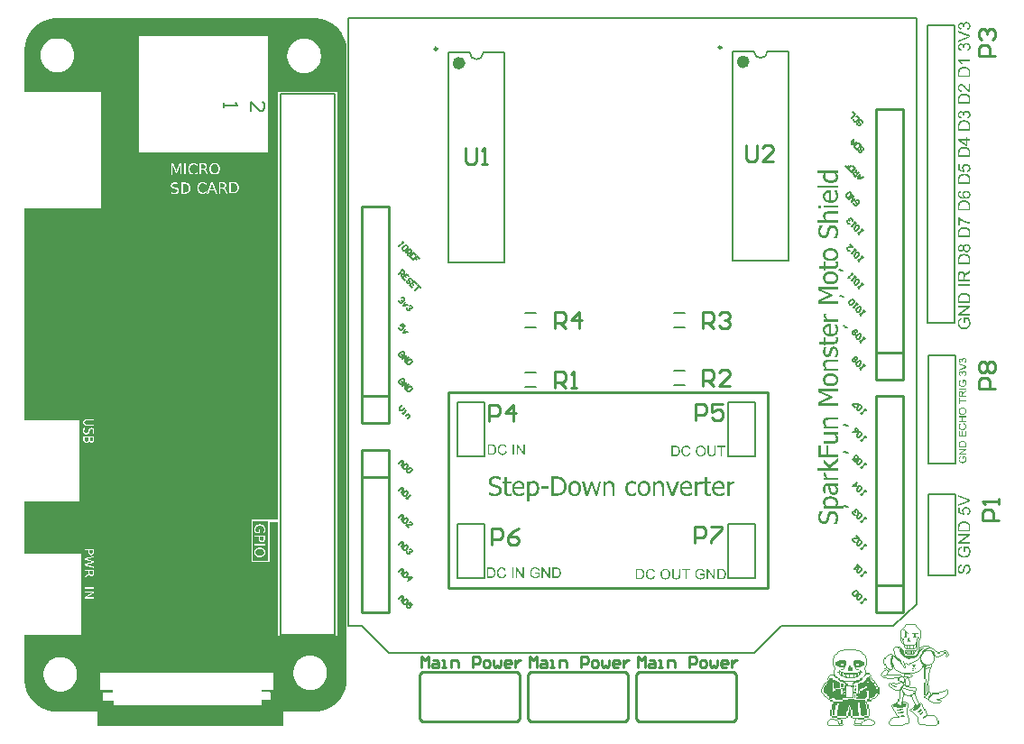
<source format=gto>
G04*
G04 #@! TF.GenerationSoftware,Altium Limited,Altium Designer,22.4.2 (48)*
G04*
G04 Layer_Color=65535*
%FSLAX25Y25*%
%MOIN*%
G70*
G04*
G04 #@! TF.SameCoordinates,BB4B1E32-F115-428D-8FF9-27E3AA0A464A*
G04*
G04*
G04 #@! TF.FilePolarity,Positive*
G04*
G01*
G75*
%ADD10C,0.00787*%
%ADD11C,0.00984*%
%ADD12C,0.02362*%
%ADD13C,0.01000*%
%ADD14C,0.00500*%
%ADD15C,0.00800*%
G36*
X326143Y37363D02*
Y37185D01*
X325785D01*
Y37542D01*
X326143D01*
Y37363D01*
D02*
G37*
G36*
X325785Y36827D02*
X325428D01*
Y37185D01*
X325785D01*
Y36827D01*
D02*
G37*
G36*
X325428Y36470D02*
X325070D01*
Y36827D01*
X325428D01*
Y36470D01*
D02*
G37*
G36*
X324713Y35934D02*
Y35755D01*
X324356D01*
Y36112D01*
X324713D01*
Y35934D01*
D02*
G37*
G36*
X325070Y36112D02*
X325785D01*
Y35755D01*
X326143D01*
Y35397D01*
X326500D01*
Y35040D01*
X326857D01*
Y34683D01*
X327215D01*
Y34504D01*
Y34325D01*
X326857D01*
Y34683D01*
X326500D01*
Y33432D01*
Y33253D01*
Y32895D01*
X325428D01*
Y33253D01*
X325785D01*
Y35755D01*
X325070D01*
Y36112D01*
X324713D01*
Y36470D01*
X325070D01*
Y36112D01*
D02*
G37*
G36*
X330789Y34325D02*
X329717D01*
Y33253D01*
X330074D01*
Y32895D01*
X328644D01*
Y33253D01*
X329002D01*
Y33789D01*
Y33968D01*
Y34325D01*
X328287D01*
Y34683D01*
X330789D01*
Y34325D01*
D02*
G37*
G36*
X329717Y37542D02*
X330074D01*
Y37363D01*
Y37185D01*
X330432D01*
Y36827D01*
X330789D01*
Y36470D01*
X331147D01*
Y36112D01*
X331504D01*
Y35755D01*
X331861D01*
Y32538D01*
X331504D01*
Y35755D01*
X331147D01*
Y36112D01*
X330789D01*
Y36470D01*
X330432D01*
Y36827D01*
X330074D01*
Y37006D01*
Y37185D01*
X329717D01*
Y37542D01*
X326143D01*
Y37899D01*
X329717D01*
Y37542D01*
D02*
G37*
G36*
X330789Y32895D02*
X331147D01*
Y32538D01*
X331504D01*
Y32181D01*
X331147D01*
Y32538D01*
X330432D01*
Y33074D01*
Y33253D01*
X330789D01*
Y32895D01*
D02*
G37*
G36*
X327572Y32181D02*
X327930D01*
Y31466D01*
X327572D01*
Y31823D01*
X327215D01*
Y31466D01*
X326857D01*
Y32538D01*
X327215D01*
Y32895D01*
X327572D01*
Y32181D01*
D02*
G37*
G36*
X332576Y29321D02*
X332934D01*
Y29143D01*
Y28964D01*
X332576D01*
Y29321D01*
X331861D01*
Y29679D01*
X332576D01*
Y29321D01*
D02*
G37*
G36*
X329717Y29143D02*
Y28964D01*
X329359D01*
Y29321D01*
X329717D01*
Y29143D01*
D02*
G37*
G36*
X322211Y28964D02*
X321853D01*
Y29321D01*
X322211D01*
Y28964D01*
D02*
G37*
G36*
X324356Y32895D02*
X324713D01*
Y32538D01*
X325428D01*
Y32181D01*
X325070D01*
Y31823D01*
X325428D01*
Y30751D01*
X325785D01*
Y30393D01*
X329359D01*
Y30036D01*
X329002D01*
Y28964D01*
X329359D01*
Y28606D01*
X326143D01*
Y28964D01*
X325785D01*
Y29321D01*
X325428D01*
Y30393D01*
X325070D01*
Y30751D01*
X324713D01*
Y31108D01*
X324356D01*
Y31287D01*
Y31823D01*
X323998D01*
Y33074D01*
Y33253D01*
Y35755D01*
X324356D01*
Y32895D01*
D02*
G37*
G36*
X307905Y28740D02*
X307907Y28282D01*
X307917Y28278D01*
X309052Y28279D01*
X309061Y28277D01*
X309069Y28268D01*
X309072Y28253D01*
X309074Y27920D01*
X309084Y27916D01*
X309858Y27914D01*
X309868Y27907D01*
X309870Y27885D01*
X309868Y27876D01*
X309870Y27869D01*
X309872Y27532D01*
X310267Y27529D01*
X310275Y27526D01*
X310280Y27521D01*
X310282Y27512D01*
X310284Y27484D01*
X310282Y27141D01*
X310285Y27135D01*
X310287Y27117D01*
X310297Y27114D01*
X310685Y27112D01*
X310693Y27104D01*
X310695Y27088D01*
X310696Y26730D01*
X310705Y26728D01*
X311075Y26726D01*
X311081Y26720D01*
X311083Y26711D01*
X311085Y26316D01*
X311089Y26313D01*
X311098Y26311D01*
X311486Y26309D01*
X311493Y26303D01*
X311498Y26285D01*
X311496Y26277D01*
X311494Y25510D01*
X311095Y25512D01*
X311088Y25520D01*
X311083Y25538D01*
X311081Y26310D01*
X310708Y26312D01*
X310699Y26316D01*
X310695Y26327D01*
X310694Y26353D01*
X310695Y26704D01*
X310693Y26711D01*
X310692Y26726D01*
X310683Y26728D01*
X310295Y26730D01*
X310287Y26735D01*
X310282Y26746D01*
X310280Y27110D01*
X310270Y27114D01*
X309878Y27116D01*
X309872Y27121D01*
X309870Y27130D01*
X309868Y27146D01*
X309869Y27180D01*
X309868Y27485D01*
X309870Y27492D01*
X309868Y27514D01*
X309866Y27527D01*
X309854Y27531D01*
X309079Y27533D01*
X309072Y27540D01*
X309069Y27556D01*
X309070Y27577D01*
X309068Y27912D01*
X309057Y27916D01*
X307915Y27919D01*
X307909Y27922D01*
X307905Y27933D01*
X307903Y28277D01*
X303075Y28278D01*
X303073Y27934D01*
X303071Y27925D01*
X303069Y27921D01*
X303064Y27919D01*
X303058Y27916D01*
X301911Y27914D01*
X301908Y27903D01*
X301907Y27562D01*
X301910Y27556D01*
X301906Y27539D01*
X301900Y27533D01*
X301891Y27531D01*
X301086Y27528D01*
X301082Y27516D01*
X301080Y27121D01*
X301075Y27116D01*
X301066Y27114D01*
X300699Y27112D01*
X300696Y27084D01*
Y27051D01*
Y27049D01*
X300698Y26748D01*
X300695Y26739D01*
X300691Y26732D01*
X300676Y26728D01*
X300283Y26726D01*
X300281Y26703D01*
X300280Y26356D01*
X300282Y26349D01*
X300280Y26327D01*
X300274Y26315D01*
X300263Y26311D01*
X299896Y26310D01*
X299894Y25522D01*
X299886Y25512D01*
X299870Y25510D01*
X299480Y25512D01*
X299478Y26282D01*
X299477Y26290D01*
X299479Y26296D01*
X299484Y26306D01*
X299496Y26311D01*
X299892Y26313D01*
X299896Y26325D01*
X299898Y26720D01*
X299903Y26726D01*
X299912Y26728D01*
X300278Y26730D01*
X300281Y27098D01*
X300284Y27106D01*
X300290Y27112D01*
X300305Y27114D01*
X300696Y27115D01*
X300699Y27518D01*
X300706Y27528D01*
X300715Y27531D01*
X301081Y27533D01*
X301084Y27903D01*
X301089Y27911D01*
X301092Y27914D01*
X301101Y27916D01*
X301907Y27918D01*
X301910Y28271D01*
X301915Y28276D01*
X301933Y28280D01*
X301939Y28278D01*
X303071Y28280D01*
X303073Y28294D01*
X303075Y28741D01*
X307905Y28740D01*
D02*
G37*
G36*
X330432Y31823D02*
Y31644D01*
Y28249D01*
X330074D01*
Y29321D01*
X329717D01*
Y30393D01*
X329359D01*
Y30751D01*
X329717D01*
Y31466D01*
X330074D01*
Y32538D01*
X330432D01*
Y31823D01*
D02*
G37*
G36*
X330074Y27892D02*
X329717D01*
Y27534D01*
X329359D01*
Y27892D01*
X329002D01*
Y27534D01*
X329359D01*
Y27177D01*
X329002D01*
Y26819D01*
X326500D01*
Y27177D01*
X325785D01*
Y28249D01*
X330074D01*
Y27892D01*
D02*
G37*
G36*
X334721Y29679D02*
X335078D01*
Y29321D01*
X335793D01*
Y28964D01*
X336508D01*
Y28606D01*
X336865D01*
Y28249D01*
X337223D01*
Y27892D01*
X337759D01*
Y27534D01*
X338652D01*
Y27356D01*
Y27177D01*
X337759D01*
Y27534D01*
X337223D01*
Y27892D01*
X336865D01*
Y28249D01*
X336508D01*
Y28428D01*
Y28606D01*
X335793D01*
Y28964D01*
X334363D01*
Y28606D01*
X333648D01*
Y28249D01*
X335793D01*
Y27892D01*
X336508D01*
Y27534D01*
X336865D01*
Y26819D01*
X337223D01*
Y26105D01*
X338295D01*
Y25747D01*
X337223D01*
Y25926D01*
Y26105D01*
X336865D01*
Y24317D01*
X336508D01*
Y26462D01*
X336150D01*
Y27177D01*
X335793D01*
Y27534D01*
X335436D01*
Y27892D01*
X333291D01*
Y27534D01*
X332934D01*
Y27177D01*
X332576D01*
Y26819D01*
X332219D01*
Y26105D01*
X331861D01*
Y24675D01*
X332219D01*
Y23960D01*
X332576D01*
Y23603D01*
X332934D01*
Y23245D01*
X333291D01*
Y22888D01*
X335078D01*
Y22530D01*
X333648D01*
Y22173D01*
X333291D01*
Y21815D01*
X334006D01*
Y21458D01*
X333291D01*
Y17705D01*
Y17526D01*
X333648D01*
Y16454D01*
X333291D01*
Y17526D01*
X332934D01*
Y22173D01*
X332576D01*
Y21815D01*
X332219D01*
Y22530D01*
X332576D01*
Y22888D01*
X332219D01*
Y23245D01*
X331861D01*
Y23960D01*
X331504D01*
Y25390D01*
X331147D01*
Y26105D01*
X331504D01*
Y26819D01*
X331861D01*
Y27177D01*
X332219D01*
Y27892D01*
X332576D01*
Y28249D01*
X332934D01*
Y28606D01*
X333291D01*
Y28964D01*
X334006D01*
Y29321D01*
X334721D01*
Y29679D01*
X332576D01*
Y30036D01*
X334721D01*
Y29679D01*
D02*
G37*
G36*
X340082Y26819D02*
X339725D01*
Y26998D01*
Y27177D01*
X340082D01*
Y26819D01*
D02*
G37*
G36*
X341154Y27892D02*
X341512D01*
Y27534D01*
X341869D01*
Y27177D01*
X342227D01*
Y26819D01*
Y26641D01*
Y26462D01*
X341869D01*
Y27177D01*
X341512D01*
Y27534D01*
X341154D01*
Y27713D01*
Y27892D01*
X340082D01*
Y28249D01*
X341154D01*
Y27892D01*
D02*
G37*
G36*
X339725Y26462D02*
X339010D01*
Y26819D01*
X339725D01*
Y26462D01*
D02*
G37*
G36*
X331147Y29321D02*
X331861D01*
Y28964D01*
X332576D01*
Y28606D01*
X332219D01*
Y28249D01*
X331861D01*
Y27892D01*
X331504D01*
Y27534D01*
X331147D01*
Y27177D01*
X330789D01*
Y26819D01*
Y26641D01*
Y26462D01*
X330432D01*
Y26105D01*
X330074D01*
Y25747D01*
X329359D01*
Y25390D01*
X327930D01*
Y25032D01*
X326857D01*
Y25390D01*
X326143D01*
Y25747D01*
X325428D01*
Y26105D01*
X325070D01*
Y26462D01*
X324713D01*
Y26819D01*
X324356D01*
Y27177D01*
X323998D01*
Y27534D01*
X323641D01*
Y28964D01*
X323283D01*
Y29321D01*
X322211D01*
Y29679D01*
X323998D01*
Y29321D01*
X324356D01*
Y29143D01*
X324713D01*
Y28785D01*
X325070D01*
Y28428D01*
X325606D01*
Y27177D01*
X325785D01*
Y26462D01*
X329717D01*
Y26819D01*
X330074D01*
Y27177D01*
X330432D01*
Y27892D01*
X330789D01*
Y32181D01*
X331147D01*
Y29321D01*
D02*
G37*
G36*
X321853Y27892D02*
X322211D01*
Y26819D01*
X322568D01*
Y26462D01*
Y26283D01*
Y26105D01*
X322926D01*
Y25747D01*
X323283D01*
Y25390D01*
X323641D01*
Y25032D01*
X323998D01*
Y24675D01*
X324356D01*
Y23603D01*
X324713D01*
Y22888D01*
X325070D01*
Y22709D01*
Y22530D01*
X325428D01*
Y22173D01*
X325785D01*
Y22530D01*
X325428D01*
Y23603D01*
X325070D01*
Y23960D01*
Y24139D01*
Y24317D01*
X325428D01*
Y23603D01*
X325785D01*
Y23245D01*
X326143D01*
Y22888D01*
X325785D01*
Y22530D01*
X326143D01*
Y21815D01*
X325428D01*
Y22173D01*
X325070D01*
Y22352D01*
Y22530D01*
X324713D01*
Y22888D01*
X324356D01*
Y23245D01*
X323998D01*
Y23960D01*
X323641D01*
Y24317D01*
X323283D01*
Y24675D01*
X322926D01*
Y25032D01*
X322568D01*
Y25390D01*
X322211D01*
Y25747D01*
X321853D01*
Y26105D01*
X321496D01*
Y25032D01*
X321139D01*
Y23603D01*
X321496D01*
Y22888D01*
X321853D01*
Y22173D01*
X322211D01*
Y21458D01*
X322568D01*
Y21101D01*
X323283D01*
Y20922D01*
Y20743D01*
X323641D01*
Y20386D01*
X324356D01*
Y20028D01*
X329359D01*
Y19671D01*
X327930D01*
Y19313D01*
X328287D01*
Y19135D01*
Y18956D01*
X328644D01*
Y18599D01*
X328287D01*
Y18777D01*
Y18956D01*
X327930D01*
Y19313D01*
X325785D01*
Y18599D01*
X327215D01*
Y18241D01*
X327930D01*
Y17884D01*
X327215D01*
Y17526D01*
X327572D01*
Y17169D01*
X327930D01*
Y15382D01*
X327572D01*
Y15918D01*
Y16097D01*
Y17169D01*
X327215D01*
Y17526D01*
X326857D01*
Y17884D01*
X326500D01*
Y18241D01*
X325428D01*
Y17884D01*
X325785D01*
Y17526D01*
X326143D01*
Y15382D01*
X327572D01*
Y14667D01*
X329717D01*
Y14310D01*
X330074D01*
Y13416D01*
Y13237D01*
X329717D01*
Y14310D01*
X327572D01*
Y14667D01*
X326143D01*
Y15024D01*
X325785D01*
Y15203D01*
Y15382D01*
X325428D01*
Y15024D01*
X325070D01*
Y14310D01*
X326143D01*
Y13952D01*
X327215D01*
Y13595D01*
X328644D01*
Y13237D01*
X329717D01*
Y11450D01*
X330074D01*
Y10378D01*
X330432D01*
Y10020D01*
Y9842D01*
Y9663D01*
X330789D01*
Y8948D01*
X331147D01*
Y8591D01*
X331504D01*
Y8233D01*
X331861D01*
Y7876D01*
X331504D01*
Y7519D01*
X331147D01*
Y7161D01*
X330789D01*
Y6804D01*
X330432D01*
Y6446D01*
X329717D01*
Y6089D01*
X328644D01*
Y6804D01*
X328287D01*
Y7161D01*
X328644D01*
Y6804D01*
X329002D01*
Y7161D01*
X328644D01*
Y7519D01*
X329002D01*
Y7876D01*
X329359D01*
Y8591D01*
X329002D01*
Y9306D01*
X328644D01*
Y10020D01*
X328287D01*
Y11093D01*
X327930D01*
Y11450D01*
X326500D01*
Y11808D01*
X325428D01*
Y11093D01*
X325070D01*
Y12522D01*
X324713D01*
Y13595D01*
X324356D01*
Y13237D01*
X323998D01*
Y10378D01*
X323641D01*
Y13237D01*
X322211D01*
Y13595D01*
X321496D01*
Y13952D01*
X321139D01*
Y14131D01*
Y14310D01*
X320424D01*
Y14667D01*
X320066D01*
Y15024D01*
X319709D01*
Y16097D01*
X320066D01*
Y15024D01*
X320424D01*
Y14667D01*
X321139D01*
Y14310D01*
X321496D01*
Y13952D01*
X322211D01*
Y13595D01*
X323641D01*
Y13952D01*
X323998D01*
Y14667D01*
X324356D01*
Y15024D01*
X324713D01*
Y15382D01*
X325070D01*
Y16097D01*
X324713D01*
Y16454D01*
X323998D01*
Y16812D01*
X323641D01*
Y17169D01*
X323283D01*
Y17884D01*
X321853D01*
Y18241D01*
X323641D01*
Y18420D01*
Y18599D01*
X324356D01*
Y18956D01*
X318637D01*
Y19313D01*
X318994D01*
Y19492D01*
Y19671D01*
Y20028D01*
X319352D01*
Y19313D01*
X324356D01*
Y18956D01*
X324713D01*
Y18599D01*
X325428D01*
Y19671D01*
X324356D01*
Y20028D01*
X323641D01*
Y20207D01*
Y20386D01*
X323283D01*
Y20743D01*
X322568D01*
Y21101D01*
X322211D01*
Y21279D01*
Y21458D01*
X321853D01*
Y22173D01*
X321496D01*
Y21458D01*
X321139D01*
Y22173D01*
X320781D01*
Y22888D01*
X320424D01*
Y25390D01*
X320781D01*
Y26462D01*
X321139D01*
Y26819D01*
X320066D01*
Y26998D01*
Y27177D01*
X321139D01*
Y26819D01*
X321496D01*
Y26462D01*
X322211D01*
Y26819D01*
X321853D01*
Y27892D01*
X321496D01*
Y28785D01*
Y28964D01*
X321853D01*
Y27892D01*
D02*
G37*
G36*
X320066Y26462D02*
X319352D01*
Y26819D01*
X320066D01*
Y26462D01*
D02*
G37*
G36*
X340082Y27534D02*
X341154D01*
Y27356D01*
Y27177D01*
X341512D01*
Y26462D01*
X341869D01*
Y26105D01*
X341512D01*
Y26462D01*
X341154D01*
Y27177D01*
X340082D01*
Y27534D01*
X338652D01*
Y27892D01*
X340082D01*
Y27534D01*
D02*
G37*
G36*
X339010Y26105D02*
X338295D01*
Y26462D01*
X339010D01*
Y26105D01*
D02*
G37*
G36*
X319352D02*
X318994D01*
Y26462D01*
X319352D01*
Y26105D01*
D02*
G37*
G36*
X341154D02*
X341512D01*
Y25747D01*
X341154D01*
Y26105D01*
X340797D01*
Y26283D01*
Y26462D01*
X341154D01*
Y26105D01*
D02*
G37*
G36*
X318994Y25747D02*
X318637D01*
Y26105D01*
X318994D01*
Y25747D01*
D02*
G37*
G36*
X331147Y25032D02*
X330789D01*
Y25211D01*
Y25390D01*
X331147D01*
Y25032D01*
D02*
G37*
G36*
X318637D02*
X318279D01*
Y25747D01*
X318637D01*
Y25032D01*
D02*
G37*
G36*
X330789Y24675D02*
X330432D01*
Y25032D01*
X330789D01*
Y24675D01*
D02*
G37*
G36*
X330432Y24317D02*
X329717D01*
Y24675D01*
X330432D01*
Y24317D01*
D02*
G37*
G36*
X309469Y24713D02*
X309476Y24707D01*
X309480Y24704D01*
X309482Y24695D01*
X309483Y24352D01*
X309482Y24327D01*
X309489Y24316D01*
X309494Y24310D01*
X309503Y24308D01*
X310261Y24309D01*
X310269Y24307D01*
X310277Y24301D01*
X310282Y24289D01*
X310285Y24267D01*
X310282Y24261D01*
X310285Y23903D01*
X310292Y23896D01*
X310301Y23893D01*
X310685Y23891D01*
X310693Y23883D01*
X310695Y23868D01*
X310693Y22714D01*
X310685Y22707D01*
X310670Y22704D01*
X310295Y22702D01*
X310287Y22697D01*
X310282Y22679D01*
X310284Y22316D01*
X310281Y22307D01*
X310278Y22304D01*
X310276Y22300D01*
X310273Y22296D01*
X310255Y22292D01*
X310226Y22294D01*
X309524Y22293D01*
X309501Y22294D01*
X309490Y22287D01*
X309486Y22284D01*
X309482Y22269D01*
X309483Y21921D01*
X309481Y21913D01*
X309472Y21904D01*
X309456Y21902D01*
X309152D01*
X307915Y21899D01*
X307907Y21892D01*
X307905Y21883D01*
X307907Y21517D01*
X308668Y21514D01*
X308676Y21509D01*
X308679Y21506D01*
X308681Y21490D01*
X308679Y21139D01*
X308669Y21130D01*
X308654Y21127D01*
X307917Y21130D01*
X307907Y21139D01*
X307905Y21155D01*
X307904Y21516D01*
X307502Y21518D01*
X307494Y21526D01*
X307492Y21534D01*
X307490Y21892D01*
X307482Y21899D01*
X307473Y21902D01*
X307116Y21904D01*
X307106Y21912D01*
X307104Y21920D01*
X307102Y22694D01*
X307094Y22702D01*
X307085Y22704D01*
X306699Y22707D01*
X306694Y22712D01*
X306689Y22728D01*
X306692Y22756D01*
X306691Y24282D01*
X306693Y24295D01*
X306699Y24306D01*
X306715Y24310D01*
X306730Y24308D01*
X307092Y24310D01*
X307102Y24320D01*
X307104Y24329D01*
X307106Y24704D01*
X307114Y24712D01*
X307123Y24714D01*
X307139Y24715D01*
X309469Y24713D01*
D02*
G37*
G36*
X301547Y24714D02*
X303867Y24712D01*
X303873Y24706D01*
X303875Y24691D01*
X303877Y24320D01*
X303883Y24312D01*
X303894Y24308D01*
X304265Y24309D01*
X304276Y24305D01*
X304283Y24289D01*
X304285Y24267D01*
X304283Y24261D01*
X304284Y22722D01*
X304282Y22713D01*
X304275Y22707D01*
X304266Y22704D01*
X303885Y22702D01*
X303879Y22699D01*
X303875Y22681D01*
X303873Y21909D01*
X303869Y21906D01*
X303854Y21902D01*
X303515Y21903D01*
X303502Y21901D01*
X303491Y21894D01*
X303489Y21885D01*
X303487Y21528D01*
X303479Y21520D01*
X303468Y21516D01*
X303074Y21514D01*
X303073Y21174D01*
X303074Y21150D01*
X303072Y21144D01*
X303065Y21133D01*
X303062Y21130D01*
X303053Y21127D01*
X302281Y21130D01*
X302274Y21137D01*
X302271Y21146D01*
X302274Y21506D01*
X302279Y21513D01*
X302288Y21516D01*
X303072Y21517D01*
X303074Y21605D01*
X303073Y21846D01*
X303074Y21858D01*
X303072Y21865D01*
X303074Y21881D01*
X303072Y21889D01*
X303069Y21897D01*
X303058Y21902D01*
X301509Y21904D01*
X301502Y21909D01*
X301497Y21925D01*
X301499Y21947D01*
X301497Y21953D01*
X301499Y21960D01*
X301498Y22252D01*
X301499Y22271D01*
X301490Y22286D01*
X301485Y22292D01*
X301463Y22294D01*
X301444Y22293D01*
X301055Y22294D01*
X301053D01*
X300714Y22293D01*
X300702Y22301D01*
X300696Y22315D01*
X300694Y22694D01*
X300691Y22700D01*
X300676Y22704D01*
X300290Y22707D01*
X300282Y22714D01*
X300280Y22730D01*
X300282Y23883D01*
X300290Y23891D01*
X300305Y23893D01*
X300689Y23896D01*
X300694Y23901D01*
X300696Y23910D01*
X300699Y24296D01*
X300709Y24308D01*
X300726Y24310D01*
X300733Y24308D01*
X301485Y24310D01*
X301495Y24318D01*
X301499Y24329D01*
X301498Y24365D01*
X301499Y24664D01*
X301497Y24671D01*
X301501Y24701D01*
X301507Y24712D01*
X301525Y24716D01*
X301547Y24714D01*
D02*
G37*
G36*
X329717Y23960D02*
X329002D01*
Y24317D01*
X329717D01*
Y23960D01*
D02*
G37*
G36*
X336508Y23603D02*
X336150D01*
Y24317D01*
X336508D01*
Y23603D01*
D02*
G37*
G36*
X329002D02*
X328287D01*
Y23960D01*
X329002D01*
Y23603D01*
D02*
G37*
G36*
X336150Y23245D02*
X335793D01*
Y23603D01*
X336150D01*
Y23245D01*
D02*
G37*
G36*
X328287D02*
X327930D01*
Y22888D01*
X327572D01*
Y23603D01*
X328287D01*
Y23245D01*
D02*
G37*
G36*
X326500D02*
X327215D01*
Y23066D01*
Y22888D01*
X327572D01*
Y22530D01*
X327215D01*
Y22888D01*
X326500D01*
Y23245D01*
X326143D01*
Y23603D01*
X326500D01*
Y23245D01*
D02*
G37*
G36*
X335793Y22173D02*
X335436D01*
Y22709D01*
Y22888D01*
X335078D01*
Y23245D01*
X335793D01*
Y22173D01*
D02*
G37*
G36*
X329717Y22530D02*
X329359D01*
Y22173D01*
X328644D01*
Y22530D01*
X328287D01*
Y22888D01*
X329717D01*
Y22530D01*
D02*
G37*
G36*
X311884Y25500D02*
X311886Y25485D01*
X311884Y22705D01*
X311876Y22696D01*
X311867Y22693D01*
X311506Y22691D01*
X311498Y22683D01*
X311496Y22668D01*
X311497Y21919D01*
X311494Y21906D01*
X311490Y21899D01*
X311486Y21897D01*
X311475Y21893D01*
X311116Y21894D01*
X311098Y21891D01*
X311088Y21881D01*
X311083Y21865D01*
X311084Y21838D01*
X311083Y21150D01*
X311085Y21144D01*
X311088Y21133D01*
X311100Y21127D01*
X311486Y21125D01*
X311493Y21117D01*
X311496Y21109D01*
X311498Y21098D01*
X311496Y21091D01*
X311498Y19922D01*
X311503Y19914D01*
X311512Y19912D01*
X311523Y19910D01*
X311530Y19912D01*
X312701Y19910D01*
X312707Y19906D01*
X312711Y19895D01*
X312709Y19503D01*
X311717Y19502D01*
X311715D01*
X311508Y19500D01*
X311502Y19496D01*
X311498Y19485D01*
X311496Y19476D01*
X311493Y19117D01*
X311490Y19114D01*
X311479Y19109D01*
X311095Y19107D01*
X311091Y19103D01*
X311088Y19101D01*
X311083Y19086D01*
X311084Y19065D01*
X311083Y18737D01*
X311085Y18731D01*
X311083Y18711D01*
X311075Y18703D01*
X311060Y18699D01*
X311025Y18701D01*
X310696Y18699D01*
X310694Y18333D01*
X310692Y18324D01*
X310686Y18316D01*
X310683Y18313D01*
X310667Y18311D01*
X310282Y18312D01*
X310285Y18687D01*
X310292Y18697D01*
X310308Y18701D01*
X310693Y18702D01*
X310695Y18718D01*
X310694Y19475D01*
X310696Y19489D01*
X310700Y19497D01*
X310705Y19500D01*
X310712Y19502D01*
X311073Y19504D01*
X311081Y19512D01*
X311085Y19527D01*
X311083Y19562D01*
X311081Y21122D01*
X311075Y21127D01*
X310705Y21130D01*
X310697Y21137D01*
X310695Y21146D01*
X310693Y21166D01*
X310695Y21173D01*
X310694Y21880D01*
X310696Y21893D01*
X310705Y21902D01*
X310717Y21903D01*
X311069Y21902D01*
X311080Y21908D01*
X311083Y21918D01*
X311085Y22692D01*
X311091Y22700D01*
X311102Y22704D01*
X311488Y22707D01*
X311493Y22712D01*
X311496Y22721D01*
X311498Y25509D01*
X311872Y25510D01*
X311884Y25500D01*
D02*
G37*
G36*
X305881Y22702D02*
X305884Y22699D01*
X305889Y22688D01*
X305891Y21909D01*
X305894Y21906D01*
X305905Y21902D01*
X306275Y21903D01*
X306294Y21899D01*
X306301Y21892D01*
X306303Y21883D01*
Y21825D01*
Y21823D01*
X306301Y20725D01*
X306298Y20719D01*
X306287Y20715D01*
X306271Y20713D01*
X306243Y20715D01*
X304693Y20714D01*
X304685Y20717D01*
X304680Y20723D01*
X304678Y20731D01*
X304676Y20738D01*
X304678Y20745D01*
X304680Y21894D01*
X304685Y21899D01*
X304703Y21904D01*
X304712Y21902D01*
X305076Y21904D01*
X305084Y21909D01*
X305086Y21918D01*
X305088Y22694D01*
X305094Y22702D01*
X305102Y22704D01*
X305881Y22702D01*
D02*
G37*
G36*
X335436Y21458D02*
X335078D01*
Y21815D01*
X334006D01*
Y22173D01*
X335436D01*
Y21458D01*
D02*
G37*
G36*
X332219D02*
X331861D01*
Y21815D01*
X332219D01*
Y21458D01*
D02*
G37*
G36*
X329717D02*
X329359D01*
Y21815D01*
X329717D01*
Y21458D01*
D02*
G37*
G36*
X329002D02*
X328287D01*
Y21637D01*
Y21815D01*
X329002D01*
Y21458D01*
D02*
G37*
G36*
X331861Y21101D02*
X331504D01*
Y21458D01*
X331861D01*
Y21101D01*
D02*
G37*
G36*
X331504Y20743D02*
X331147D01*
Y20922D01*
Y21101D01*
X331504D01*
Y20743D01*
D02*
G37*
G36*
X329002D02*
X328287D01*
Y21101D01*
X329002D01*
Y20743D01*
D02*
G37*
G36*
X318279Y23245D02*
X318637D01*
Y22530D01*
X318994D01*
Y22173D01*
X319352D01*
Y21994D01*
Y21815D01*
X320066D01*
Y21458D01*
X321139D01*
Y21101D01*
X320424D01*
Y20743D01*
X320066D01*
Y21101D01*
X319709D01*
Y21458D01*
X319352D01*
Y21815D01*
X318637D01*
Y22530D01*
X318279D01*
Y23066D01*
Y23245D01*
X317922D01*
Y24496D01*
Y24675D01*
Y25032D01*
X318279D01*
Y23245D01*
D02*
G37*
G36*
X318637Y20743D02*
X318279D01*
Y21101D01*
X318637D01*
Y20743D01*
D02*
G37*
G36*
X331147Y20386D02*
X330432D01*
Y20743D01*
X331147D01*
Y20386D01*
D02*
G37*
G36*
X318279D02*
X317922D01*
Y20743D01*
X318279D01*
Y20386D01*
D02*
G37*
G36*
X301536Y21127D02*
X301900Y21125D01*
X301903Y21122D01*
X301905Y21117D01*
X301907Y21111D01*
X301910Y21095D01*
X301907Y21087D01*
X301910Y20723D01*
X301915Y20717D01*
X301933Y20713D01*
X301948Y20715D01*
X302261Y20713D01*
X302267Y20707D01*
X302271Y20692D01*
X302274Y20328D01*
X303061Y20326D01*
X303064Y20322D01*
X303068Y20321D01*
X303072Y20310D01*
X303074Y20295D01*
X303073Y20271D01*
X303075Y19912D01*
X308317Y19913D01*
X308319Y20314D01*
X308324Y20319D01*
X308325Y20322D01*
X308329Y20324D01*
X308336Y20327D01*
X308346Y20328D01*
X309055Y20327D01*
X309067Y20337D01*
X309072Y20352D01*
X309069Y20387D01*
X309070Y21083D01*
X309069Y21109D01*
X309076Y21120D01*
X309082Y21125D01*
X309097Y21127D01*
X309470Y21125D01*
X309480Y21117D01*
X309484Y21102D01*
X309482Y21067D01*
X309483Y20752D01*
X309482Y20729D01*
X309492Y20717D01*
X309498Y20715D01*
X309507Y20713D01*
X309542Y20715D01*
X309858Y20713D01*
X309866Y20707D01*
X309868Y20698D01*
X309870Y20683D01*
X309869Y20349D01*
X309871Y20338D01*
X309875Y20334D01*
X309876Y20331D01*
X309880Y20329D01*
X309887Y20327D01*
X310270Y20324D01*
X310276Y20321D01*
X310278Y20317D01*
X310282Y20306D01*
X310285Y20290D01*
X310282Y20281D01*
X310284Y19930D01*
X310279Y19919D01*
X310275Y19914D01*
X310266Y19912D01*
X310250Y19910D01*
X310242Y19912D01*
X309494Y19910D01*
X309486Y19904D01*
X309482Y19889D01*
X309483Y19522D01*
X309478Y19511D01*
X309474Y19506D01*
X309463Y19502D01*
X309084Y19500D01*
X309074Y19492D01*
X309069Y19474D01*
X309070Y19442D01*
X309069Y19157D01*
X309072Y19154D01*
X309069Y19148D01*
X309070Y19129D01*
X309068Y19120D01*
X309060Y19109D01*
X309043Y19108D01*
X308681Y19110D01*
X308679Y19902D01*
X308674Y19908D01*
X308658Y19912D01*
X308318Y19910D01*
X308317Y19124D01*
X308327Y19111D01*
X308336Y19109D01*
X308681Y19108D01*
X308679Y18709D01*
X308676Y18706D01*
X308665Y18701D01*
X308643Y18699D01*
X308621Y18701D01*
X308359Y18700D01*
X308336Y18701D01*
X308325Y18695D01*
X308319Y18689D01*
X308317Y18667D01*
X308315Y18325D01*
X308307Y18315D01*
X308292Y18311D01*
X308262Y18312D01*
X307496Y18311D01*
X307492Y18314D01*
X307494Y18689D01*
X307499Y18693D01*
X307500Y18697D01*
X307511Y18701D01*
X307887Y18700D01*
X307896Y18702D01*
X307903Y18709D01*
X307905Y18718D01*
X307906Y18728D01*
X307904Y19486D01*
X307900Y19494D01*
X307895Y19500D01*
X307886Y19502D01*
X307116Y19500D01*
X307106Y19490D01*
X307104Y19474D01*
X307106Y18325D01*
X307114Y18315D01*
X307132Y18311D01*
X307164Y18312D01*
X307492Y18309D01*
X307490Y17908D01*
X307482Y17900D01*
X307473Y17898D01*
X307335D01*
X303883Y17900D01*
X303879Y17904D01*
X303875Y17915D01*
X303873Y18301D01*
X303869Y18306D01*
X303865Y18308D01*
X303858Y18311D01*
X303846Y18312D01*
X303089Y18311D01*
X303077Y18321D01*
X303074Y18329D01*
X303072Y18345D01*
X303074Y18373D01*
X303072Y18698D01*
X303059Y18700D01*
X302319Y18701D01*
X302312Y18699D01*
X302284Y18701D01*
X302271Y18711D01*
X302269Y18731D01*
X302271Y18737D01*
X302269Y19099D01*
X302261Y19107D01*
X302253Y19109D01*
X301915Y19111D01*
X301912Y19115D01*
X301907Y19130D01*
X301906Y19502D01*
X301509Y19504D01*
X301502Y19512D01*
X301497Y19527D01*
X301499Y19569D01*
X301498Y19857D01*
X301499Y19867D01*
X301497Y19873D01*
X301499Y19889D01*
X301497Y19898D01*
X301495Y19902D01*
X301489Y19908D01*
X301474Y19912D01*
X300716Y19911D01*
X300708Y19913D01*
X300701Y19918D01*
X300696Y19929D01*
X300699Y20314D01*
X300703Y20319D01*
X300705Y20323D01*
X300715Y20327D01*
X300724Y20329D01*
X300731Y20327D01*
X301485Y20329D01*
X301495Y20337D01*
X301499Y20352D01*
X301497Y20385D01*
X301499Y20392D01*
X301498Y21107D01*
X301503Y21118D01*
X301509Y21125D01*
X301518Y21127D01*
X301529Y21130D01*
X301536Y21127D01*
D02*
G37*
G36*
X335078Y20028D02*
X334721D01*
Y20386D01*
Y20564D01*
Y21458D01*
X335078D01*
Y20028D01*
D02*
G37*
G36*
X330432D02*
X329359D01*
Y20386D01*
X330432D01*
Y20028D01*
D02*
G37*
G36*
X318637Y21458D02*
X318994D01*
Y21101D01*
X319709D01*
Y20743D01*
X320066D01*
Y20386D01*
X319709D01*
Y20028D01*
X319352D01*
Y20743D01*
X318994D01*
Y21101D01*
X318637D01*
Y21458D01*
X318279D01*
Y21815D01*
X318637D01*
Y21458D01*
D02*
G37*
G36*
X317922Y20028D02*
X317564D01*
Y20386D01*
X317922D01*
Y20028D01*
D02*
G37*
G36*
X317564Y19313D02*
X317207D01*
Y20028D01*
X317564D01*
Y19313D01*
D02*
G37*
G36*
X298268Y19108D02*
Y18737D01*
Y18735D01*
X298266Y18709D01*
X298260Y18703D01*
X298245Y18699D01*
X298210Y18701D01*
X297878Y18702D01*
X297875Y18751D01*
X297877Y19054D01*
X297875Y19057D01*
X297878Y19064D01*
X297875Y19090D01*
X297882Y19101D01*
X297887Y19107D01*
X297896Y19109D01*
X298268Y19108D01*
D02*
G37*
G36*
X318637Y18599D02*
X317922D01*
Y18956D01*
X318637D01*
Y18599D01*
D02*
G37*
G36*
X328287Y18241D02*
X327930D01*
Y18599D01*
X328287D01*
Y18241D01*
D02*
G37*
G36*
X326500Y17526D02*
X326143D01*
Y17705D01*
Y17884D01*
X326500D01*
Y17526D01*
D02*
G37*
G36*
X317207Y18956D02*
X317564D01*
Y18599D01*
X317922D01*
Y18241D01*
X318994D01*
Y17884D01*
X321853D01*
Y17526D01*
X318994D01*
Y17884D01*
X317922D01*
Y18241D01*
X317564D01*
Y18420D01*
Y18599D01*
X317207D01*
Y18777D01*
Y18956D01*
X316850D01*
Y19313D01*
X317207D01*
Y18956D01*
D02*
G37*
G36*
X334721Y19671D02*
Y19492D01*
Y17169D01*
X334363D01*
Y20028D01*
X334721D01*
Y19671D01*
D02*
G37*
G36*
X323998Y16097D02*
X323283D01*
Y16454D01*
X323998D01*
Y16097D01*
D02*
G37*
G36*
X322211D02*
X323283D01*
Y15739D01*
X322211D01*
Y15918D01*
Y16097D01*
X321139D01*
Y16454D01*
X322211D01*
Y16097D01*
D02*
G37*
G36*
X307895Y15518D02*
X307903Y15510D01*
X307905Y15495D01*
Y15332D01*
Y15330D01*
X307906Y14740D01*
X307904Y14731D01*
X307898Y14723D01*
X307895Y14720D01*
X307879Y14717D01*
X307856Y14719D01*
X307544Y14717D01*
X307538Y14720D01*
X307522Y14717D01*
X307504Y14720D01*
X307497Y14725D01*
X307492Y14736D01*
X307494Y15508D01*
X307504Y15518D01*
X307513Y15520D01*
X307895Y15518D01*
D02*
G37*
G36*
X303064Y15882D02*
X303070Y15877D01*
X303072Y15868D01*
X303074Y15846D01*
Y15811D01*
Y15808D01*
X303073Y14757D01*
X303074Y14736D01*
X303066Y14722D01*
X303051Y14717D01*
X302281Y14720D01*
X302271Y14730D01*
X302269Y14750D01*
X302271Y14756D01*
X302274Y15874D01*
X302277Y15880D01*
X302288Y15884D01*
X303064Y15882D01*
D02*
G37*
G36*
X320424Y16097D02*
X321139D01*
Y15382D01*
X322211D01*
Y15024D01*
X322926D01*
Y14667D01*
X321853D01*
Y15024D01*
X321139D01*
Y15382D01*
X320781D01*
Y15739D01*
X320424D01*
Y16097D01*
X320066D01*
Y16454D01*
X320424D01*
Y16097D01*
D02*
G37*
G36*
X299478Y25508D02*
X299480Y22715D01*
X299486Y22708D01*
X299498Y22704D01*
X299886Y22702D01*
X299894Y22694D01*
X299896Y22672D01*
X299898Y21909D01*
X299903Y21904D01*
X299919Y21902D01*
X300260Y21903D01*
X300271Y21901D01*
X300275Y21898D01*
X300277Y21894D01*
X300280Y21887D01*
X300282Y21874D01*
X300280Y21867D01*
X300281Y21152D01*
X300278Y21141D01*
X300273Y21133D01*
X300270Y21130D01*
X300261Y21127D01*
X299897Y21125D01*
X299895Y19535D01*
X299894Y19525D01*
X299896Y19518D01*
X299901Y19506D01*
X299906Y19504D01*
X299912Y19502D01*
X300270Y19500D01*
X300275Y19496D01*
X300280Y19485D01*
X300282Y19463D01*
X300280Y19454D01*
X300281Y18739D01*
X300280Y18718D01*
X300286Y18707D01*
X300290Y18703D01*
X300298Y18701D01*
X300684Y18699D01*
X300692Y18693D01*
X300696Y18682D01*
X300699Y18325D01*
X300709Y18313D01*
X300717Y18311D01*
X300747Y18312D01*
X301048Y18311D01*
X301055Y18313D01*
X301070Y18311D01*
X301080Y18303D01*
X301082Y18294D01*
X301084Y18282D01*
X301082Y17899D01*
X301894Y17897D01*
X301902Y17894D01*
X301905Y17890D01*
X301907Y17882D01*
X301910Y17522D01*
X301914Y17518D01*
X301915Y17514D01*
X301926Y17510D01*
X301949Y17511D01*
X303027Y17510D01*
X303029Y17512D01*
X303036Y17510D01*
X303045Y17512D01*
X303062Y17510D01*
X303070Y17502D01*
X303072Y17493D01*
X303074Y17478D01*
X303073Y17455D01*
X303074Y17127D01*
X303072Y17121D01*
X303075Y17104D01*
X303082Y17097D01*
X303091Y17095D01*
X307897Y17097D01*
X307903Y17103D01*
X307905Y17112D01*
X307907Y17498D01*
X307915Y17508D01*
X307924Y17510D01*
X307939Y17512D01*
X307981Y17510D01*
X309032Y17511D01*
X309053Y17510D01*
X309064Y17517D01*
X309067Y17520D01*
X309072Y17535D01*
X309069Y17577D01*
X309072Y17886D01*
X309077Y17894D01*
X309092Y17898D01*
X309860Y17900D01*
X309868Y17908D01*
X309870Y17924D01*
X309868Y17946D01*
X309869Y18271D01*
X309868Y18292D01*
X309877Y18307D01*
X309880Y18311D01*
X309895Y18313D01*
X309924Y18311D01*
X310282Y18309D01*
X310284Y17532D01*
X310281Y17523D01*
X310270Y17512D01*
X310255Y17510D01*
X309888Y17511D01*
X309877Y17507D01*
X309870Y17491D01*
X309868Y17471D01*
X309870Y17465D01*
X309868Y17105D01*
X309860Y17097D01*
X309845Y17095D01*
X309082Y17093D01*
X309074Y17088D01*
X309069Y17072D01*
X309070Y17056D01*
X309069Y16726D01*
X309072Y16719D01*
X309069Y16697D01*
X309060Y16687D01*
X309051Y16685D01*
X308699Y16686D01*
X308691Y16683D01*
X308683Y16675D01*
X308681Y16660D01*
X308679Y16302D01*
X308671Y16295D01*
X308656Y16292D01*
X307502Y16290D01*
X307497Y16287D01*
X307492Y16276D01*
X307490Y15894D01*
X307482Y15887D01*
X307467Y15884D01*
X306699Y15882D01*
X306696Y15879D01*
X306692Y15868D01*
X306691Y15542D01*
X306693Y15534D01*
X306699Y15523D01*
X306715Y15518D01*
X306730Y15520D01*
X307092Y15518D01*
X307100Y15510D01*
X307104Y15499D01*
X307102Y14730D01*
X307096Y14722D01*
X307081Y14717D01*
X307051Y14719D01*
X306726Y14717D01*
X306719Y14720D01*
X306701Y14717D01*
X306694Y14710D01*
X306692Y14694D01*
X306689Y10695D01*
X306684Y10688D01*
X306668Y10683D01*
X303885Y10685D01*
X303879Y10691D01*
X303875Y10706D01*
X303873Y13907D01*
X303865Y13915D01*
X303850Y13917D01*
X303490Y13915D01*
X303488Y13518D01*
X303483Y13507D01*
X303468Y13500D01*
X303082Y13498D01*
X303074Y13490D01*
X303072Y13468D01*
X303074Y13461D01*
X303075Y13114D01*
X303477Y13112D01*
X303487Y13104D01*
X303489Y13089D01*
X303487Y12299D01*
X303479Y12291D01*
X303470Y12289D01*
X303082Y12287D01*
X303077Y12281D01*
X303074Y12273D01*
X303072Y12262D01*
X303074Y12255D01*
X303075Y11903D01*
X303475Y11901D01*
X303485Y11893D01*
X303489Y11878D01*
X303487Y10695D01*
X303477Y10685D01*
X303461Y10683D01*
X303082Y10685D01*
X303077Y10691D01*
X303074Y10700D01*
X303072Y10731D01*
X303074Y10737D01*
X303072Y11902D01*
X302670Y11903D01*
X302664Y11900D01*
X302662Y9884D01*
X300310Y9882D01*
X300305Y9880D01*
X300298Y9883D01*
X300290Y9885D01*
X300284Y9890D01*
X300282Y9899D01*
X300280Y9915D01*
X300277Y10267D01*
X300272Y10273D01*
X300263Y10275D01*
X299903Y10278D01*
X299898Y10283D01*
X299894Y10298D01*
X299896Y10321D01*
X299894Y10673D01*
X299886Y10681D01*
X299877Y10683D01*
X299101Y10685D01*
X299097Y10689D01*
X299093Y10700D01*
X299092Y13114D01*
X298688Y13112D01*
X298684Y13107D01*
X298680Y13106D01*
X298676Y13089D01*
X298678Y13073D01*
X298676Y13067D01*
X298678Y13058D01*
X298677Y10330D01*
X298678Y10329D01*
X298676Y10323D01*
X298678Y10292D01*
X298672Y10281D01*
X298668Y10278D01*
X298653Y10275D01*
X298276Y10273D01*
X298270Y10267D01*
X298268Y10252D01*
X298270Y9893D01*
X298278Y9883D01*
X299083Y9880D01*
X299091Y9873D01*
X299093Y9864D01*
X299095Y9480D01*
X299098Y9475D01*
X299107Y9472D01*
X302652Y9475D01*
X302662Y9482D01*
X302664Y9491D01*
X302665Y9880D01*
X302674Y9883D01*
X304647Y9882D01*
X304666Y9885D01*
X304671Y9888D01*
X304673Y9893D01*
X304678Y9904D01*
X304680Y10265D01*
X304683Y10271D01*
X304688Y10273D01*
X304694Y10275D01*
X307094Y10273D01*
X307102Y10265D01*
X307104Y10250D01*
X307106Y9895D01*
X307112Y9887D01*
X307123Y9883D01*
X307143Y9880D01*
X307149Y9883D01*
X311073Y9880D01*
X311083Y9871D01*
X311085Y9855D01*
X311083Y9826D01*
X311084Y9508D01*
X311083Y9491D01*
X311091Y9477D01*
X311106Y9472D01*
X311878Y9475D01*
X311882Y9478D01*
X311886Y9493D01*
X311888Y10267D01*
X311892Y10271D01*
X311903Y10275D01*
X312286Y10278D01*
X312291Y10282D01*
X312294Y10283D01*
X312298Y10294D01*
X312296Y10327D01*
X312298Y10329D01*
X312296Y10336D01*
X312297Y13447D01*
X312296Y13464D01*
X312298Y13470D01*
X312296Y13488D01*
X312286Y13498D01*
X312271Y13500D01*
X311896Y13502D01*
X311891Y13506D01*
X311886Y13517D01*
X311884Y16291D01*
X311508Y16292D01*
X311503Y16288D01*
X311500Y16287D01*
X311496Y16276D01*
X311493Y15135D01*
X311490Y15132D01*
X311479Y15128D01*
X311095Y15126D01*
X311088Y15120D01*
X311083Y15109D01*
X311084Y15084D01*
X311083Y14756D01*
X311085Y14750D01*
X311083Y14730D01*
X311075Y14722D01*
X311064Y14717D01*
X311033Y14719D01*
X310729Y14717D01*
X310723Y14720D01*
X310705Y14717D01*
X310697Y14710D01*
X310695Y14694D01*
X310693Y14313D01*
X310687Y14305D01*
X310678Y14303D01*
X309878Y14301D01*
X309870Y14293D01*
X309868Y14273D01*
X309870Y14266D01*
X309868Y13927D01*
X309860Y13919D01*
X309851Y13917D01*
X309082Y13915D01*
X309074Y13907D01*
X309072Y13898D01*
X309069Y13876D01*
X309070Y13855D01*
X309069Y13512D01*
X309072Y13506D01*
X309073Y13500D01*
X310273Y13502D01*
X310280Y13510D01*
X310282Y13519D01*
X310285Y13905D01*
X310295Y13915D01*
X310310Y13917D01*
X311075Y13919D01*
X311081Y13925D01*
X311085Y13940D01*
X311083Y13969D01*
X311085Y14291D01*
X311089Y14296D01*
X311093Y14299D01*
X311100Y14301D01*
X311109Y14303D01*
X311484Y14301D01*
X311496Y14291D01*
X311498Y13124D01*
X311506Y13116D01*
X311514Y13114D01*
X311876Y13112D01*
X311882Y13108D01*
X311886Y13097D01*
X311884Y11110D01*
X311876Y11102D01*
X311867Y11100D01*
X311520Y11101D01*
X311507Y11099D01*
X311498Y11090D01*
X311496Y11068D01*
X311493Y10693D01*
X311488Y10688D01*
X311473Y10683D01*
X311095Y10681D01*
X311085Y10673D01*
X311083Y10658D01*
X311084Y10635D01*
X311083Y10309D01*
X311085Y10303D01*
X311083Y10287D01*
X311075Y10278D01*
X311067Y10275D01*
X307915Y10278D01*
X307907Y10285D01*
X307905Y10294D01*
X307907Y11090D01*
X307915Y11098D01*
X307924Y11100D01*
X308305Y11102D01*
X308315Y11110D01*
X308317Y11119D01*
X308316Y11486D01*
X307915Y11488D01*
X307907Y11496D01*
X307905Y11512D01*
X307903Y12288D01*
X307117Y12290D01*
X307106Y12297D01*
X307104Y12306D01*
X307106Y13104D01*
X307114Y13112D01*
X307129Y13114D01*
X307897Y13112D01*
X307903Y13106D01*
X307905Y13097D01*
X307907Y12290D01*
X308317Y12288D01*
X308318Y11486D01*
X308671Y11488D01*
X308679Y11496D01*
X308681Y11512D01*
X308680Y12289D01*
X308317Y12290D01*
X308319Y15872D01*
X308327Y15882D01*
X308336Y15884D01*
X309062Y15887D01*
X309067Y15892D01*
X309072Y15908D01*
X309069Y15943D01*
X309070Y16255D01*
X309069Y16276D01*
X309076Y16287D01*
X309079Y16290D01*
X309095Y16292D01*
X310273Y16295D01*
X310280Y16302D01*
X310282Y16311D01*
X310285Y16671D01*
X310295Y16683D01*
X310310Y16687D01*
X310345Y16685D01*
X310683Y16687D01*
X310693Y16697D01*
X310695Y16713D01*
X310694Y16736D01*
X310695Y17068D01*
X310693Y17074D01*
X310697Y17088D01*
X310703Y17093D01*
X310712Y17095D01*
X311073Y17097D01*
X311081Y17103D01*
X311085Y17121D01*
X311083Y17130D01*
X311085Y17496D01*
X311095Y17508D01*
X311111Y17512D01*
X311166Y17510D01*
X311445Y17511D01*
X311473Y17510D01*
X311479Y17512D01*
X311491Y17518D01*
X311493Y17522D01*
X311496Y17529D01*
X311498Y17888D01*
X311506Y17896D01*
X311514Y17898D01*
X311876Y17900D01*
X311882Y17904D01*
X311886Y17915D01*
X311888Y18301D01*
X311896Y18308D01*
X311905Y18311D01*
X311920Y18313D01*
X311955Y18311D01*
X312250Y18312D01*
X312275Y18311D01*
X312291Y18319D01*
X312294Y18323D01*
X312298Y18340D01*
X312296Y18382D01*
X312297Y18653D01*
X312296Y18671D01*
X312298Y18678D01*
X312301Y18691D01*
X312306Y18697D01*
X312317Y18701D01*
X313077Y18700D01*
X313086Y18702D01*
X313094Y18708D01*
X313099Y18720D01*
X313097Y18762D01*
X313095Y19108D01*
X312724Y19110D01*
X312717Y19114D01*
X312713Y19117D01*
X312711Y19126D01*
X312713Y19501D01*
X313083Y19502D01*
X313087Y19497D01*
X313091Y19495D01*
X313097Y19483D01*
X313099Y19467D01*
X313097Y19439D01*
X313099Y19432D01*
X313098Y19162D01*
X313099Y19139D01*
X313097Y19132D01*
X313099Y19110D01*
X313501Y19108D01*
X313508Y19103D01*
X313512Y19099D01*
X313514Y19084D01*
X313512Y18700D01*
X313506Y18692D01*
X313495Y18688D01*
X313121Y18689D01*
X313110Y18687D01*
X313103Y18681D01*
X313099Y18678D01*
X313097Y18663D01*
X313099Y18634D01*
X313098Y18335D01*
X313100Y18317D01*
X313105Y18313D01*
X313133Y18311D01*
X313498Y18312D01*
X313507Y18307D01*
X313509Y18303D01*
X313512Y18296D01*
X313514Y18288D01*
X313513Y17907D01*
X313516Y17899D01*
X313887Y17897D01*
X313894Y17892D01*
X313898Y17882D01*
X313900Y17873D01*
X313901Y17512D01*
X313916Y17510D01*
X314295Y17511D01*
X314303Y17509D01*
X314310Y17504D01*
X314315Y17493D01*
X314317Y17478D01*
X314315Y17443D01*
X314317Y17099D01*
X314329Y17095D01*
X314671Y17093D01*
X314674Y17090D01*
X314679Y17079D01*
X314681Y16294D01*
X315075Y16291D01*
X315083Y16286D01*
X315087Y16283D01*
X315089Y16274D01*
X315088Y15884D01*
X314686Y15887D01*
X314681Y15892D01*
X314679Y15901D01*
X314677Y15909D01*
X314679Y16289D01*
X314675Y16292D01*
X314316Y16290D01*
X314315Y15579D01*
X314317Y15572D01*
X314315Y15544D01*
X314317Y15535D01*
X314323Y15524D01*
X314340Y15518D01*
X314347Y15520D01*
X314669Y15518D01*
X314674Y15513D01*
X314679Y15497D01*
X314681Y15135D01*
X314686Y15130D01*
X314695Y15128D01*
X315077Y15126D01*
X315087Y15118D01*
X315089Y15102D01*
X315088Y13937D01*
X315090Y13928D01*
X315099Y13919D01*
X315107Y13917D01*
X315472Y13915D01*
X315477Y13909D01*
X315481Y13892D01*
X315479Y12299D01*
X315476Y12293D01*
X315465Y12289D01*
X315101Y12287D01*
X315091Y12279D01*
X315089Y12270D01*
X315087Y11913D01*
X315079Y11905D01*
X315070Y11903D01*
X315057Y11901D01*
X315050Y11903D01*
X314688Y11901D01*
X314681Y11893D01*
X314679Y11878D01*
X314676Y11496D01*
X314671Y11488D01*
X314655Y11486D01*
X314324Y11484D01*
X314317Y11476D01*
X314315Y11461D01*
X314317Y11439D01*
X314315Y11432D01*
X314316Y11118D01*
X314311Y11107D01*
X314307Y11102D01*
X314291Y11100D01*
X313910Y11098D01*
X313902Y11090D01*
X313900Y11081D01*
X313898Y10684D01*
X312724Y10682D01*
X312713Y10676D01*
X312711Y10667D01*
X312713Y9895D01*
X312719Y9885D01*
X312727Y9883D01*
X313506Y9885D01*
X313512Y9899D01*
X313514Y9915D01*
X313516Y10267D01*
X313522Y10273D01*
X313530Y10275D01*
X313892Y10278D01*
X313896Y10281D01*
X313900Y10296D01*
X313901Y10683D01*
X314669Y10685D01*
X314674Y10691D01*
X314676Y10700D01*
X314679Y10715D01*
X314681Y11092D01*
X314686Y11098D01*
X314695Y11100D01*
X315079Y11102D01*
X315087Y11110D01*
X315089Y11125D01*
X315088Y11468D01*
X315092Y11480D01*
X315096Y11482D01*
X315107Y11486D01*
X315474Y11488D01*
X315477Y11492D01*
X315479Y11501D01*
X315481Y11536D01*
X315480Y11872D01*
X315482Y11890D01*
X315489Y11901D01*
X315505Y11903D01*
X315880Y11905D01*
X315885Y11909D01*
X315889Y11920D01*
X315887Y14717D01*
X315521Y14719D01*
X315520Y14720D01*
X315513Y14717D01*
X315491Y14720D01*
X315486Y14723D01*
X315484Y14728D01*
X315479Y14739D01*
X315481Y14787D01*
X315479Y15517D01*
X315467Y15520D01*
X315113Y15519D01*
X315104Y15521D01*
X315092Y15529D01*
X315089Y15539D01*
X315087Y15548D01*
X315089Y15570D01*
X315091Y15883D01*
X315465Y15884D01*
X315476Y15878D01*
X315479Y15868D01*
X315481Y15852D01*
X315484Y15521D01*
X315874Y15519D01*
X315882Y15514D01*
X315887Y15508D01*
X315889Y15493D01*
X315892Y14721D01*
X316328Y14719D01*
X316327Y11892D01*
X315902Y11890D01*
X315889Y11880D01*
X315887Y11490D01*
X315882Y11482D01*
X315871Y11477D01*
X315837Y11479D01*
X315511Y11477D01*
X315505Y11480D01*
X315496Y11477D01*
X315489Y11475D01*
X315484Y11470D01*
X315481Y11454D01*
X315479Y11445D01*
X315481Y11423D01*
X315479Y11103D01*
X315469Y11091D01*
X315454Y11089D01*
X315099Y11087D01*
X315093Y11084D01*
X315091Y11079D01*
X315089Y11073D01*
X315087Y11062D01*
X315089Y11055D01*
X315087Y10687D01*
X315079Y10679D01*
X315070Y10677D01*
X314686Y10674D01*
X314683Y10671D01*
X314679Y10654D01*
X314676Y10276D01*
X314669Y10266D01*
X314660Y10264D01*
X313910Y10262D01*
X313900Y10252D01*
X313898Y10230D01*
X313900Y10223D01*
X313898Y9884D01*
X313890Y9876D01*
X313881Y9874D01*
X313519Y9872D01*
X313516Y9868D01*
X313514Y9853D01*
X313512Y9476D01*
X313504Y9466D01*
X313489Y9464D01*
X312721Y9466D01*
X312713Y9473D01*
X312711Y9482D01*
X312709Y9864D01*
X312703Y9872D01*
X312695Y9874D01*
X312306Y9872D01*
X312301Y9866D01*
X312298Y9857D01*
X312297Y9508D01*
X312298Y9484D01*
X312290Y9469D01*
X312278Y9464D01*
X311898Y9461D01*
X311893Y9458D01*
X311891Y9454D01*
X311886Y9443D01*
X311888Y8309D01*
X312281Y8307D01*
X312289Y8303D01*
X312296Y8296D01*
X312298Y8267D01*
X312296Y6705D01*
X312293Y6702D01*
X311886Y6701D01*
X311884Y4286D01*
X311879Y4281D01*
X311878Y4278D01*
X311867Y4273D01*
X310715Y4275D01*
X310706Y4272D01*
X310699Y4268D01*
X310695Y4257D01*
X310693Y4242D01*
X310695Y4226D01*
X310696Y3887D01*
X310712Y3885D01*
X310718Y3887D01*
X310800Y3885D01*
X312252Y3886D01*
X312275Y3885D01*
X312282Y3887D01*
X312292Y3893D01*
X312296Y3909D01*
X312298Y3931D01*
X312296Y3946D01*
X312297Y6667D01*
X312296Y6696D01*
X312300Y6702D01*
X312691Y6703D01*
X312700Y6701D01*
X312708Y6695D01*
X312711Y6685D01*
X312709Y3889D01*
X312701Y3881D01*
X312692Y3879D01*
X312306Y3876D01*
X312301Y3864D01*
X312298Y3855D01*
X312296Y3840D01*
X312298Y3818D01*
X312296Y3476D01*
X312286Y3464D01*
X312271Y3462D01*
X310700Y3460D01*
X310697Y3456D01*
X310695Y3447D01*
X310694Y3438D01*
X310696Y2699D01*
X311885Y2701D01*
X311887Y3049D01*
X311892Y3056D01*
X311903Y3060D01*
X311927Y3063D01*
X311933Y3060D01*
X313077Y3062D01*
X313086Y3059D01*
X313097Y3050D01*
X313099Y3035D01*
X313097Y3008D01*
X313099Y3004D01*
X313097Y2998D01*
X313099Y2976D01*
X313098Y2756D01*
X313099Y2731D01*
X313097Y2724D01*
X313099Y2702D01*
X313103Y2699D01*
X313890Y2696D01*
X313898Y2689D01*
X313900Y2673D01*
X313902Y2309D01*
X314255Y2307D01*
X314258Y2306D01*
X314265Y2308D01*
X314302Y2306D01*
X314312Y2298D01*
X314315Y2290D01*
X314317Y2274D01*
X314315Y2245D01*
X314316Y1929D01*
X314315Y1899D01*
X314318Y1896D01*
X314671Y1894D01*
X314674Y1890D01*
X314679Y1879D01*
X314676Y1105D01*
X314669Y1095D01*
X314660Y1093D01*
X314320Y1091D01*
X314317Y1087D01*
X314315Y1052D01*
X314316Y698D01*
X314311Y687D01*
X314307Y683D01*
X314291Y680D01*
X313903Y678D01*
X313900Y675D01*
X313899Y241D01*
X309870Y243D01*
X309868Y677D01*
X309864Y680D01*
X309485Y678D01*
X309482Y648D01*
X309481Y241D01*
X307104Y243D01*
X307106Y679D01*
X309473Y681D01*
X309481Y685D01*
X309483Y1060D01*
X309484Y1074D01*
X309478Y1086D01*
X309474Y1089D01*
X309463Y1093D01*
X309447Y1094D01*
X307116Y1093D01*
X307110Y1095D01*
X307105Y1097D01*
X307104Y2290D01*
X307114Y2304D01*
X307132Y2308D01*
X307164Y2307D01*
X307490Y2309D01*
X307492Y2318D01*
X307490Y3042D01*
X307485Y3049D01*
X307469Y3054D01*
X306313Y3056D01*
X306306Y3064D01*
X306303Y3073D01*
X306301Y3452D01*
X306298Y3457D01*
X306287Y3462D01*
X305899Y3464D01*
X305893Y3467D01*
X305889Y3478D01*
X305887Y3867D01*
X305879Y3876D01*
X305870Y3879D01*
X305488Y3881D01*
X305481Y3889D01*
X305479Y3897D01*
X305476Y5468D01*
X305469Y5478D01*
X305453Y5482D01*
X305098Y5480D01*
X305088Y5470D01*
X305086Y5455D01*
X305084Y3886D01*
X305078Y3881D01*
X305063Y3879D01*
X304685Y3876D01*
X304682Y3873D01*
X304679Y3859D01*
X304677Y3477D01*
X304670Y3466D01*
X304655Y3462D01*
X304291Y3460D01*
X304285Y3454D01*
X304283Y3432D01*
X304284Y3071D01*
X304280Y3060D01*
X304275Y3056D01*
X304266Y3054D01*
X302281Y3052D01*
X302274Y3044D01*
X302271Y3035D01*
X302273Y2701D01*
X302281Y2699D01*
X302652Y2696D01*
X302662Y2689D01*
X302664Y2680D01*
X302662Y1096D01*
X302650Y1093D01*
X301917Y1091D01*
X301910Y1083D01*
X301907Y1074D01*
X301910Y684D01*
X301921Y681D01*
X302662Y679D01*
X302664Y671D01*
X302663Y241D01*
X301907Y243D01*
X301905Y677D01*
X301902Y680D01*
X301498Y678D01*
X301497Y662D01*
X301499Y655D01*
X301498Y241D01*
X297465Y243D01*
X297464Y680D01*
X297089Y683D01*
X297081Y690D01*
X297079Y706D01*
X297081Y1886D01*
X297085Y1891D01*
X297096Y1896D01*
X297464Y1898D01*
X297466Y2291D01*
X297469Y2298D01*
X297477Y2306D01*
X297499Y2308D01*
X297525Y2307D01*
X297871Y2309D01*
X297875Y2314D01*
X297878Y2347D01*
X297875Y2353D01*
X297877Y2644D01*
X297875Y2649D01*
X297878Y2656D01*
X297875Y2680D01*
X297883Y2694D01*
X297899Y2699D01*
X298265Y2701D01*
X298268Y2713D01*
X298270Y3053D01*
X298278Y3060D01*
X298296Y3063D01*
X298302Y3060D01*
X299888Y3058D01*
X299894Y3053D01*
X299896Y3037D01*
X299897Y2699D01*
X300693Y2701D01*
X300696Y2704D01*
X300694Y3456D01*
X300682Y3462D01*
X298688Y3464D01*
X298680Y3472D01*
X298676Y3489D01*
X298677Y3850D01*
X298675Y3861D01*
X298671Y3872D01*
X298668Y3876D01*
X298659Y3879D01*
X298278Y3881D01*
X298270Y3886D01*
X298268Y3895D01*
X298266Y3906D01*
X298268Y3913D01*
X298270Y6280D01*
X298278Y6287D01*
X298287Y6289D01*
X298676Y6291D01*
X298678Y8296D01*
X298688Y8305D01*
X298704Y8308D01*
X299092Y8305D01*
X299094Y6289D01*
X299459Y6288D01*
X299470Y6293D01*
X299477Y6300D01*
X299479Y6315D01*
Y8075D01*
Y8077D01*
X299478Y8308D01*
X299093Y8309D01*
X299095Y8708D01*
X299101Y8714D01*
X299110Y8716D01*
X299479Y8715D01*
X299480Y8308D01*
X299886Y8310D01*
X299891Y8313D01*
X299896Y8324D01*
X299894Y8706D01*
X299886Y8714D01*
X299877Y8716D01*
X299480Y8718D01*
X299478Y9084D01*
X299471Y9095D01*
X299460Y9100D01*
X299428Y9099D01*
X299123Y9100D01*
X299116Y9097D01*
X299107Y9100D01*
X299097Y9105D01*
X299093Y9121D01*
X299091Y9451D01*
X299083Y9461D01*
X299068Y9464D01*
X298278Y9466D01*
X298272Y9469D01*
X298268Y9480D01*
X298266Y9864D01*
X298258Y9874D01*
X297475Y9876D01*
X297469Y9879D01*
X297467Y9884D01*
X297465Y9890D01*
X297463Y10254D01*
X297457Y10262D01*
X297449Y10264D01*
X297089Y10266D01*
X297083Y10272D01*
X297079Y10290D01*
X297077Y10667D01*
X297071Y10674D01*
X297063Y10677D01*
X296672Y10679D01*
X296664Y10687D01*
X296662Y10695D01*
X296663Y10727D01*
X296662Y11051D01*
X296664Y11057D01*
X296662Y11077D01*
X296655Y11087D01*
X296646Y11089D01*
X296264Y11091D01*
X296259Y11097D01*
X296254Y11112D01*
X296252Y11467D01*
X296244Y11477D01*
X296228Y11479D01*
X295922Y11477D01*
X295916Y11480D01*
X295894Y11477D01*
X295876Y11480D01*
X295864Y11490D01*
X295862Y11498D01*
X295863Y11874D01*
X295859Y11882D01*
X295856Y11888D01*
X295841Y11892D01*
X295811Y11891D01*
X295543Y11892D01*
X295536Y11890D01*
X295512Y11892D01*
X295500Y11902D01*
X295498Y11917D01*
X295495Y12268D01*
X295488Y12278D01*
X295479Y12280D01*
X295107Y12279D01*
X295096Y12284D01*
X295090Y12299D01*
X295087Y12683D01*
X295082Y12688D01*
X295066Y12690D01*
X294646Y12692D01*
X294647Y13917D01*
X295087Y13918D01*
X295090Y13927D01*
X295092Y14708D01*
X295099Y14717D01*
X295122Y14720D01*
X295128Y14717D01*
X295146Y14720D01*
X295152Y14717D01*
X295161Y14720D01*
X295497Y14722D01*
X295499Y15503D01*
X295506Y15515D01*
X295521Y15520D01*
X295858Y15523D01*
X295862Y15526D01*
X295864Y15870D01*
X295874Y15882D01*
X295889Y15884D01*
X296251Y15887D01*
X296254Y15890D01*
X296256Y16285D01*
X296262Y16290D01*
X296271Y16292D01*
X296659Y16295D01*
X296662Y16307D01*
X296663Y16337D01*
X296662Y16629D01*
X296664Y16635D01*
X296662Y16644D01*
X296664Y16671D01*
X296674Y16683D01*
X296683Y16685D01*
X296699Y16687D01*
X296721Y16685D01*
X297078Y16683D01*
X297080Y16295D01*
X297087Y16292D01*
X297455Y16295D01*
X297461Y16298D01*
X297465Y16309D01*
X297463Y16673D01*
X297453Y16685D01*
X297438Y16687D01*
X297429Y16685D01*
X297082Y16687D01*
X297079Y16691D01*
X297081Y17085D01*
X297087Y17093D01*
X297096Y17095D01*
X297457Y17097D01*
X297463Y17103D01*
X297465Y17112D01*
X297463Y17493D01*
X297460Y17497D01*
X297442Y17501D01*
X297419Y17500D01*
X297113Y17501D01*
X297107Y17499D01*
X297091Y17501D01*
X297083Y17507D01*
X297079Y17524D01*
X297081Y17888D01*
X297089Y17896D01*
X297098Y17898D01*
X297464Y17900D01*
X297466Y18683D01*
X297471Y18695D01*
X297486Y18701D01*
X297874Y18699D01*
X297877Y18688D01*
X297879Y17898D01*
X299083Y17896D01*
X299089Y17893D01*
X299093Y17877D01*
X299095Y17520D01*
X299101Y17514D01*
X299116Y17510D01*
X300264Y17511D01*
X300272Y17508D01*
X300277Y17502D01*
X300280Y17493D01*
X300282Y17471D01*
X300280Y17465D01*
X300281Y17131D01*
X300280Y17114D01*
X300282Y17107D01*
X300284Y17103D01*
X300290Y17097D01*
X300305Y17095D01*
X300687Y17093D01*
X300694Y17088D01*
X300696Y17079D01*
X300699Y16697D01*
X300703Y16693D01*
X300704Y16690D01*
X300715Y16685D01*
X300745Y16686D01*
X301454Y16685D01*
X301461Y16687D01*
X301483Y16685D01*
X301495Y16675D01*
X301499Y16660D01*
X301502Y16302D01*
X301509Y16295D01*
X301518Y16292D01*
X301900Y16290D01*
X301907Y16283D01*
X301908Y16264D01*
X301906Y14314D01*
X301901Y14306D01*
X301898Y14303D01*
X300292Y14301D01*
X300282Y14293D01*
X300280Y14271D01*
X300282Y14260D01*
X300280Y14253D01*
X300282Y13918D01*
X302271Y13916D01*
X302270Y11923D01*
X302273Y11914D01*
X302278Y11906D01*
X302288Y11903D01*
X302662Y11904D01*
X302664Y11913D01*
X302663Y12675D01*
X302665Y12686D01*
X302668Y12689D01*
X302670Y12693D01*
X302674Y12695D01*
X302680Y12697D01*
X302689Y12699D01*
X302711Y12697D01*
X303062Y12699D01*
X303070Y12707D01*
X303072Y12716D01*
X303074Y12731D01*
X303072Y12760D01*
X303074Y12767D01*
X303072Y13113D01*
X302677Y13115D01*
X302666Y13122D01*
X302664Y13130D01*
X302662Y13905D01*
X302652Y13915D01*
X302630Y13917D01*
X302271Y13918D01*
X302270Y14281D01*
X302273Y14292D01*
X302277Y14299D01*
X302292Y14303D01*
X303064Y14301D01*
X303072Y14293D01*
X303074Y14277D01*
X303073Y14259D01*
X303074Y13951D01*
X303072Y13945D01*
X303074Y13927D01*
X303082Y13919D01*
X303091Y13917D01*
X303487Y13918D01*
X303489Y13933D01*
X303488Y15492D01*
X303490Y15505D01*
X303501Y15518D01*
X303510Y15520D01*
X303865Y15523D01*
X303873Y15530D01*
X303875Y15539D01*
X303873Y15874D01*
X303865Y15882D01*
X303850Y15884D01*
X303515Y15883D01*
X303502Y15886D01*
X303493Y15890D01*
X303491Y15894D01*
X303487Y15905D01*
X303489Y15934D01*
X303487Y16283D01*
X303479Y16290D01*
X303464Y16292D01*
X302674Y16295D01*
X302666Y16302D01*
X302664Y16311D01*
X302662Y16673D01*
X302652Y16683D01*
X302634Y16687D01*
X302599Y16685D01*
X301920Y16687D01*
X301912Y16693D01*
X301907Y16704D01*
X301905Y17088D01*
X301900Y17093D01*
X301884Y17095D01*
X301509Y17097D01*
X301502Y17103D01*
X301497Y17119D01*
X301499Y17141D01*
X301497Y17147D01*
X301499Y17154D01*
X301498Y17466D01*
X301499Y17487D01*
X301497Y17493D01*
X301490Y17504D01*
X301487Y17508D01*
X301472Y17512D01*
X301430Y17510D01*
X301092Y17512D01*
X301087Y17518D01*
X301082Y17529D01*
X301081Y17898D01*
X300290Y17900D01*
X300284Y17904D01*
X300280Y17919D01*
X300281Y18291D01*
X300278Y18300D01*
X300273Y18307D01*
X300270Y18311D01*
X300254Y18313D01*
X300239Y18311D01*
X299933Y18312D01*
X299912Y18311D01*
X299901Y18317D01*
X299898Y18321D01*
X299896Y18336D01*
X299894Y18345D01*
X299896Y18360D01*
X299894Y18687D01*
X299884Y18699D01*
X299862Y18701D01*
X299503Y18700D01*
X299490Y18702D01*
X299482Y18708D01*
X299479Y18718D01*
X299477Y18726D01*
X299479Y18735D01*
X299477Y19099D01*
X299469Y19107D01*
X299460Y19109D01*
X298268Y19110D01*
X298270Y19492D01*
X298278Y19500D01*
X298287Y19502D01*
X299469Y19504D01*
X299475Y19510D01*
X299479Y19521D01*
X299478Y21103D01*
X299480Y21114D01*
X299486Y21122D01*
X299489Y21125D01*
X299504Y21127D01*
X299892Y21130D01*
X299896Y21142D01*
X299894Y21878D01*
X299886Y21891D01*
X299877Y21893D01*
X299491Y21895D01*
X299487Y21899D01*
X299482Y21902D01*
X299479Y21912D01*
X299478Y21926D01*
X299479Y22677D01*
X299472Y22688D01*
X299469Y22691D01*
X299460Y22693D01*
X299103Y22696D01*
X299097Y22701D01*
X299093Y22712D01*
X299095Y25500D01*
X299103Y25508D01*
X299112Y25510D01*
X299478Y25508D01*
D02*
G37*
G36*
X307895Y14301D02*
X307903Y14295D01*
X307905Y14286D01*
X307903Y13508D01*
X307897Y13502D01*
X307888Y13500D01*
X307880Y13499D01*
X307119Y13501D01*
X307112Y13504D01*
X307106Y13510D01*
X307104Y13519D01*
X307106Y13907D01*
X307112Y13913D01*
X307127Y13917D01*
X307482Y13919D01*
X307490Y13927D01*
X307492Y13936D01*
X307494Y14293D01*
X307502Y14301D01*
X307518Y14303D01*
X307851D01*
X307895Y14301D01*
D02*
G37*
G36*
X341154Y13237D02*
X340797D01*
Y13595D01*
X341154D01*
Y13237D01*
D02*
G37*
G36*
X340797Y12880D02*
X339725D01*
Y13237D01*
X340797D01*
Y12880D01*
D02*
G37*
G36*
X339725Y12522D02*
X338295D01*
Y12880D01*
X339725D01*
Y12522D01*
D02*
G37*
G36*
X341512Y13773D02*
Y13595D01*
X341869D01*
Y12165D01*
X341512D01*
Y12880D01*
Y13058D01*
Y13595D01*
X341154D01*
Y13952D01*
X341512D01*
Y13773D01*
D02*
G37*
G36*
X334363Y15739D02*
Y15561D01*
Y15382D01*
X334721D01*
Y12880D01*
X335078D01*
Y12522D01*
X335436D01*
Y12165D01*
X335793D01*
Y12522D01*
X338295D01*
Y12165D01*
X336150D01*
Y11808D01*
X335793D01*
Y11450D01*
X335436D01*
Y11093D01*
X335078D01*
Y10735D01*
X334721D01*
Y9663D01*
X335436D01*
Y9306D01*
X336150D01*
Y8948D01*
X338652D01*
Y8591D01*
X336150D01*
Y8948D01*
X335436D01*
Y9127D01*
Y9306D01*
X334721D01*
Y9663D01*
X334363D01*
Y10020D01*
X334006D01*
Y10378D01*
X333291D01*
Y10735D01*
X332934D01*
Y11093D01*
Y11271D01*
Y11450D01*
X333291D01*
Y10735D01*
X334006D01*
Y10557D01*
Y10378D01*
X334363D01*
Y11271D01*
Y11450D01*
X334721D01*
Y11808D01*
X335078D01*
Y12522D01*
X334363D01*
Y12165D01*
X334006D01*
Y11986D01*
Y11808D01*
X333648D01*
Y11450D01*
X333291D01*
Y11808D01*
X332934D01*
Y16454D01*
X333291D01*
Y12165D01*
X333648D01*
Y12522D01*
X334006D01*
Y12880D01*
X333648D01*
Y16097D01*
X334006D01*
Y17169D01*
X334363D01*
Y15739D01*
D02*
G37*
G36*
X341512Y11808D02*
X341154D01*
Y11986D01*
Y12165D01*
X341512D01*
Y11808D01*
D02*
G37*
G36*
X341154Y11450D02*
X340797D01*
Y11808D01*
X341154D01*
Y11450D01*
D02*
G37*
G36*
X340797Y11271D02*
Y11093D01*
X340440D01*
Y11450D01*
X340797D01*
Y11271D01*
D02*
G37*
G36*
X340440Y10735D02*
X339725D01*
Y11093D01*
X340440D01*
Y10735D01*
D02*
G37*
G36*
X307480Y11901D02*
X307490Y11891D01*
X307492Y11875D01*
X307490Y10693D01*
X307485Y10688D01*
X307469Y10683D01*
X307116Y10685D01*
X307108Y10691D01*
X307104Y10702D01*
Y11183D01*
Y11185D01*
X307106Y11891D01*
X307116Y11901D01*
X307132Y11903D01*
X307480Y11901D01*
D02*
G37*
G36*
X339725Y10378D02*
X338652D01*
Y10735D01*
X339725D01*
Y10378D01*
D02*
G37*
G36*
X338652Y10199D02*
Y10020D01*
X339010D01*
Y9663D01*
X339367D01*
Y9306D01*
X339010D01*
Y9484D01*
Y9663D01*
X337937D01*
Y10020D01*
X337580D01*
Y10378D01*
X338652D01*
Y10199D01*
D02*
G37*
G36*
X323641Y9306D02*
X323283D01*
Y9842D01*
Y10020D01*
Y10378D01*
X323641D01*
Y9306D01*
D02*
G37*
G36*
X339010Y8948D02*
X338652D01*
Y9306D01*
X339010D01*
Y8948D01*
D02*
G37*
G36*
X325070Y9306D02*
X326143D01*
Y8948D01*
X326857D01*
Y8591D01*
X327215D01*
Y7161D01*
X326857D01*
Y8591D01*
X326143D01*
Y8948D01*
X325070D01*
Y8591D01*
X326143D01*
Y8233D01*
X326500D01*
Y7876D01*
X326143D01*
Y7519D01*
X325070D01*
Y7161D01*
X322926D01*
Y7519D01*
X321496D01*
Y7876D01*
X321139D01*
Y8233D01*
X321853D01*
Y8591D01*
X322568D01*
Y8948D01*
X322926D01*
Y9306D01*
X323283D01*
Y8233D01*
X323641D01*
Y7876D01*
X324356D01*
Y9306D01*
X324713D01*
Y11093D01*
X325070D01*
Y9306D01*
D02*
G37*
G36*
X328287Y6446D02*
X327930D01*
Y6804D01*
X328287D01*
Y6446D01*
D02*
G37*
G36*
X325070Y6625D02*
Y6446D01*
X324356D01*
Y6089D01*
X322926D01*
Y6446D01*
X323641D01*
Y6804D01*
X325070D01*
Y6625D01*
D02*
G37*
G36*
X331861Y6446D02*
X332219D01*
Y6089D01*
X331861D01*
Y5731D01*
X331504D01*
Y5374D01*
X330432D01*
Y5731D01*
X330789D01*
Y6089D01*
X331147D01*
Y6446D01*
X331504D01*
Y6804D01*
X331861D01*
Y6446D01*
D02*
G37*
G36*
X325428Y5374D02*
X325070D01*
Y5017D01*
X323283D01*
Y5374D01*
X323998D01*
Y5731D01*
X325428D01*
Y5374D01*
D02*
G37*
G36*
X332576Y5017D02*
X332219D01*
Y4659D01*
X331861D01*
Y4302D01*
X331504D01*
Y4659D01*
X331147D01*
Y5017D01*
X331861D01*
Y5374D01*
X332219D01*
Y5731D01*
X332576D01*
Y5017D01*
D02*
G37*
G36*
X325428Y3944D02*
X325785D01*
Y3587D01*
X323998D01*
Y3944D01*
X324356D01*
Y4302D01*
X325428D01*
Y3944D01*
D02*
G37*
G36*
X321139Y7519D02*
X321496D01*
Y6804D01*
X321853D01*
Y6089D01*
X322211D01*
Y5731D01*
X322568D01*
Y5017D01*
X322926D01*
Y4659D01*
Y4480D01*
Y4302D01*
X323283D01*
Y3944D01*
X323641D01*
Y3587D01*
Y3408D01*
Y3229D01*
X321496D01*
Y3587D01*
X323283D01*
Y3944D01*
X322926D01*
Y4302D01*
X322568D01*
Y5017D01*
X322211D01*
Y5731D01*
X321853D01*
Y6089D01*
X321496D01*
Y6804D01*
X321139D01*
Y7519D01*
X320781D01*
Y7876D01*
X321139D01*
Y7519D01*
D02*
G37*
G36*
X321496Y2872D02*
X320781D01*
Y3229D01*
X321496D01*
Y2872D01*
D02*
G37*
G36*
X320781Y2514D02*
X320424D01*
Y2693D01*
Y2872D01*
X320781D01*
Y2514D01*
D02*
G37*
G36*
X320424Y2157D02*
X320066D01*
Y2514D01*
X320424D01*
Y2157D01*
D02*
G37*
G36*
X326857Y4302D02*
X327215D01*
Y3229D01*
X327572D01*
Y1442D01*
X327215D01*
Y3229D01*
X326857D01*
Y3944D01*
Y4123D01*
Y4302D01*
X326500D01*
Y4838D01*
Y5017D01*
Y7161D01*
X326857D01*
Y4302D01*
D02*
G37*
G36*
X331861Y8591D02*
X332219D01*
Y8233D01*
X332576D01*
Y7876D01*
Y7697D01*
Y7519D01*
X332934D01*
Y7340D01*
Y6804D01*
X333291D01*
Y6089D01*
X333648D01*
Y5017D01*
X334006D01*
Y4302D01*
X336865D01*
Y3944D01*
X337223D01*
Y3765D01*
Y3587D01*
X337580D01*
Y3408D01*
Y3229D01*
X337937D01*
Y3051D01*
Y2514D01*
X338295D01*
Y1085D01*
X337937D01*
Y2514D01*
X337580D01*
Y3229D01*
X337223D01*
Y3587D01*
X336865D01*
Y3944D01*
X333648D01*
Y3587D01*
X333291D01*
Y3229D01*
X332934D01*
Y2872D01*
X332576D01*
Y3587D01*
X332934D01*
Y3944D01*
X333291D01*
Y4302D01*
X333648D01*
Y5017D01*
X333291D01*
Y5195D01*
Y6089D01*
X332934D01*
Y6804D01*
X332576D01*
Y7519D01*
X332219D01*
Y8233D01*
X331861D01*
Y8591D01*
X331504D01*
Y8948D01*
X331861D01*
Y8591D01*
D02*
G37*
G36*
X327215Y1085D02*
X325785D01*
Y1442D01*
X327215D01*
Y1085D01*
D02*
G37*
G36*
X337937Y727D02*
X337580D01*
Y1085D01*
X337937D01*
Y727D01*
D02*
G37*
G36*
X325785D02*
X325070D01*
Y1085D01*
X325785D01*
Y727D01*
D02*
G37*
G36*
X306726Y1093D02*
X307103Y1091D01*
X307104Y1056D01*
Y1054D01*
X307102Y684D01*
X307099Y680D01*
X306699Y683D01*
X306694Y688D01*
X306689Y704D01*
X306692Y739D01*
X306691Y1075D01*
X306693Y1084D01*
X306701Y1093D01*
X306719Y1095D01*
X306726Y1093D01*
D02*
G37*
G36*
X303061Y1092D02*
X303069Y1086D01*
X303072Y1083D01*
X303074Y1068D01*
X303073Y1044D01*
X303074Y882D01*
Y880D01*
X303073Y720D01*
X303074Y697D01*
X303064Y683D01*
X303049Y680D01*
X302665Y683D01*
X302664Y1090D01*
X302667Y1093D01*
X303052Y1094D01*
X303061Y1092D01*
D02*
G37*
G36*
X327930Y6267D02*
Y6089D01*
X328287D01*
Y5910D01*
Y5731D01*
X328644D01*
Y5374D01*
X329002D01*
Y5017D01*
X329359D01*
Y4659D01*
X329717D01*
Y4302D01*
X330074D01*
Y3944D01*
X330432D01*
Y3587D01*
X330789D01*
Y1800D01*
X331147D01*
Y1621D01*
Y1085D01*
X333291D01*
Y727D01*
X337580D01*
Y370D01*
X333291D01*
Y727D01*
X331147D01*
Y906D01*
Y1085D01*
X330789D01*
Y1800D01*
X330432D01*
Y3587D01*
X330074D01*
Y3944D01*
X329717D01*
Y4302D01*
X329359D01*
Y4659D01*
X329002D01*
Y5017D01*
X328644D01*
Y5374D01*
X328287D01*
Y5731D01*
X327930D01*
Y6089D01*
X327572D01*
Y6446D01*
X327930D01*
Y6267D01*
D02*
G37*
G36*
X320066Y1085D02*
X320424D01*
Y727D01*
X325070D01*
Y370D01*
X320424D01*
Y727D01*
X320066D01*
Y1085D01*
X319709D01*
Y1264D01*
Y1442D01*
Y2157D01*
X320066D01*
Y1085D01*
D02*
G37*
G36*
X109127Y261709D02*
X110108D01*
Y261546D01*
X110761D01*
Y261382D01*
X111252D01*
Y261219D01*
X111742D01*
Y261056D01*
X112232D01*
Y260892D01*
X112559D01*
Y260729D01*
X112886D01*
Y260565D01*
X113213D01*
Y260402D01*
X113539D01*
Y260239D01*
X113866D01*
Y260075D01*
X114030D01*
Y259912D01*
X114356D01*
Y259748D01*
X114520D01*
Y259585D01*
X114847D01*
Y259422D01*
X115010D01*
Y259258D01*
X115173D01*
Y259095D01*
X115337D01*
Y258931D01*
X115664D01*
Y258768D01*
X115827D01*
Y258605D01*
X115990D01*
Y258441D01*
X116154D01*
Y258278D01*
X116317D01*
Y258114D01*
X116481D01*
Y257951D01*
X116644D01*
Y257624D01*
X116807D01*
Y257461D01*
X116971D01*
Y257297D01*
X117134D01*
Y257134D01*
X117297D01*
Y256807D01*
X117461D01*
Y256644D01*
X117624D01*
Y256317D01*
X117788D01*
Y256154D01*
X117951D01*
Y255827D01*
X118115D01*
Y255500D01*
X118278D01*
Y255173D01*
X118441D01*
Y254846D01*
X118605D01*
Y254520D01*
X118768D01*
Y254193D01*
X118931D01*
Y253703D01*
X119095D01*
Y253049D01*
X119258D01*
Y252559D01*
X119422D01*
Y251578D01*
X119585D01*
Y15956D01*
X119422D01*
Y15139D01*
X119258D01*
Y14485D01*
X119095D01*
Y13832D01*
X118931D01*
Y13505D01*
X118768D01*
Y13015D01*
X118605D01*
Y12688D01*
X118441D01*
Y12361D01*
X118278D01*
Y12034D01*
X118115D01*
Y11708D01*
X117951D01*
Y11381D01*
X117788D01*
Y11217D01*
X117624D01*
Y10891D01*
X117461D01*
Y10727D01*
X117297D01*
Y10400D01*
X117134D01*
Y10237D01*
X116971D01*
Y10074D01*
X116807D01*
Y9910D01*
X116644D01*
Y9747D01*
X116481D01*
Y9420D01*
X116317D01*
Y9257D01*
X116154D01*
Y9093D01*
X115990D01*
Y8930D01*
X115664D01*
Y8766D01*
X115500D01*
Y8603D01*
X115337D01*
Y8440D01*
X115173D01*
Y8276D01*
X115010D01*
Y8113D01*
X114683D01*
Y7949D01*
X114520D01*
Y7786D01*
X114356D01*
Y7623D01*
X114030D01*
Y7459D01*
X113703D01*
Y7296D01*
X113539D01*
Y7132D01*
X113213D01*
Y6969D01*
X112886D01*
Y6806D01*
X112559D01*
Y6642D01*
X112069D01*
Y6479D01*
X111742D01*
Y6315D01*
X111252D01*
Y6152D01*
X110761D01*
Y5989D01*
X109945D01*
Y5825D01*
X108964D01*
Y5662D01*
X96056D01*
Y270D01*
X27428D01*
Y5662D01*
X11088D01*
Y5825D01*
X10107D01*
Y5989D01*
X9454D01*
Y6152D01*
X8800D01*
Y6315D01*
X8310D01*
Y6479D01*
X7983D01*
Y6642D01*
X7493D01*
Y6806D01*
X7166D01*
Y6969D01*
X6839D01*
Y7132D01*
X6513D01*
Y7296D01*
X6349D01*
Y7459D01*
X6022D01*
Y7623D01*
X5695D01*
Y7786D01*
X5532D01*
Y7949D01*
X5369D01*
Y8113D01*
X5042D01*
Y8276D01*
X4879D01*
Y8440D01*
X4715D01*
Y8603D01*
X4552D01*
Y8766D01*
X4388D01*
Y8930D01*
X4225D01*
Y9093D01*
X4061D01*
Y9257D01*
X3898D01*
Y9420D01*
X3735D01*
Y9583D01*
X3571D01*
Y9747D01*
X3408D01*
Y9910D01*
X3244D01*
Y10074D01*
X3081D01*
Y10237D01*
X2918D01*
Y10564D01*
X2754D01*
Y10727D01*
X2591D01*
Y10891D01*
X2428D01*
Y11217D01*
X2264D01*
Y11544D01*
X2101D01*
Y11708D01*
X1937D01*
Y12034D01*
X1774D01*
Y12361D01*
X1610D01*
Y12688D01*
X1447D01*
Y13015D01*
X1284D01*
Y13505D01*
X1120D01*
Y13995D01*
X957D01*
Y14485D01*
X793D01*
Y15139D01*
X630D01*
Y16119D01*
X467D01*
Y34093D01*
X21382D01*
Y63995D01*
X467D01*
Y83440D01*
X20892D01*
Y113342D01*
X467D01*
Y191611D01*
X28735D01*
Y234748D01*
X467D01*
Y251415D01*
X630D01*
Y252395D01*
X793D01*
Y253049D01*
X957D01*
Y253539D01*
X1120D01*
Y254029D01*
X1284D01*
Y254520D01*
X1447D01*
Y254846D01*
X1610D01*
Y255173D01*
X1774D01*
Y255500D01*
X1937D01*
Y255827D01*
X2101D01*
Y256154D01*
X2264D01*
Y256317D01*
X2428D01*
Y256644D01*
X2591D01*
Y256807D01*
X2754D01*
Y257134D01*
X2918D01*
Y257297D01*
X3081D01*
Y257461D01*
X3244D01*
Y257624D01*
X3408D01*
Y257788D01*
X3571D01*
Y258114D01*
X3735D01*
Y258278D01*
X3898D01*
Y258441D01*
X4061D01*
Y258605D01*
X4225D01*
Y258768D01*
X4552D01*
Y258931D01*
X4715D01*
Y259095D01*
X4879D01*
Y259258D01*
X5042D01*
Y259422D01*
X5205D01*
Y259585D01*
X5532D01*
Y259748D01*
X5695D01*
Y259912D01*
X6022D01*
Y260075D01*
X6186D01*
Y260239D01*
X6513D01*
Y260402D01*
X6839D01*
Y260565D01*
X7166D01*
Y260729D01*
X7493D01*
Y260892D01*
X7820D01*
Y261056D01*
X8310D01*
Y261219D01*
X8800D01*
Y261382D01*
X9290D01*
Y261546D01*
X9944D01*
Y261709D01*
X10924D01*
Y261873D01*
X109127D01*
Y261709D01*
D02*
G37*
G36*
X348681Y260606D02*
X348734Y260599D01*
X348793Y260586D01*
X348859Y260573D01*
X348931Y260560D01*
X349088Y260508D01*
X349173Y260468D01*
X349252Y260429D01*
X349337Y260377D01*
X349423Y260317D01*
X349508Y260252D01*
X349587Y260173D01*
X349593Y260167D01*
X349606Y260153D01*
X349626Y260127D01*
X349652Y260094D01*
X349685Y260055D01*
X349718Y260003D01*
X349757Y259944D01*
X349790Y259871D01*
X349829Y259799D01*
X349869Y259714D01*
X349902Y259629D01*
X349934Y259530D01*
X349961Y259425D01*
X349980Y259314D01*
X349993Y259202D01*
X350000Y259078D01*
Y259019D01*
X349993Y258979D01*
X349987Y258927D01*
X349980Y258868D01*
X349967Y258802D01*
X349954Y258730D01*
X349915Y258573D01*
X349849Y258408D01*
X349810Y258323D01*
X349764Y258244D01*
X349705Y258166D01*
X349646Y258087D01*
X349639Y258081D01*
X349626Y258067D01*
X349606Y258048D01*
X349580Y258028D01*
X349547Y257995D01*
X349501Y257962D01*
X349455Y257923D01*
X349396Y257884D01*
X349331Y257844D01*
X349265Y257805D01*
X349108Y257733D01*
X348924Y257674D01*
X348826Y257654D01*
X348721Y257641D01*
X348649Y258199D01*
X348655D01*
X348668Y258205D01*
X348695Y258212D01*
X348727Y258218D01*
X348767Y258225D01*
X348813Y258238D01*
X348911Y258271D01*
X349029Y258317D01*
X349141Y258376D01*
X349246Y258441D01*
X349337Y258520D01*
X349344Y258533D01*
X349370Y258559D01*
X349403Y258612D01*
X349436Y258677D01*
X349475Y258756D01*
X349508Y258855D01*
X349534Y258966D01*
X349541Y259084D01*
Y259123D01*
X349534Y259150D01*
X349528Y259222D01*
X349508Y259314D01*
X349475Y259419D01*
X349429Y259530D01*
X349364Y259642D01*
X349272Y259747D01*
X349259Y259760D01*
X349219Y259793D01*
X349160Y259832D01*
X349082Y259885D01*
X348983Y259937D01*
X348872Y259976D01*
X348741Y260009D01*
X348596Y260022D01*
X348590D01*
X348576D01*
X348557D01*
X348531Y260016D01*
X348458Y260009D01*
X348373Y259989D01*
X348268Y259963D01*
X348163Y259917D01*
X348058Y259852D01*
X347960Y259766D01*
X347947Y259753D01*
X347920Y259720D01*
X347881Y259668D01*
X347835Y259596D01*
X347789Y259504D01*
X347750Y259392D01*
X347724Y259268D01*
X347711Y259130D01*
Y259071D01*
X347717Y259025D01*
X347724Y258966D01*
X347737Y258900D01*
X347750Y258822D01*
X347770Y258736D01*
X347278Y258802D01*
Y258835D01*
X347284Y258861D01*
Y258946D01*
X347271Y259019D01*
X347258Y259104D01*
X347238Y259202D01*
X347205Y259314D01*
X347160Y259419D01*
X347100Y259530D01*
Y259537D01*
X347094Y259543D01*
X347068Y259576D01*
X347022Y259622D01*
X346963Y259675D01*
X346877Y259727D01*
X346779Y259773D01*
X346668Y259806D01*
X346602Y259819D01*
X346530D01*
X346523D01*
X346517D01*
X346477D01*
X346425Y259806D01*
X346353Y259793D01*
X346274Y259766D01*
X346189Y259734D01*
X346103Y259681D01*
X346025Y259609D01*
X346018Y259602D01*
X345992Y259570D01*
X345959Y259524D01*
X345920Y259465D01*
X345887Y259386D01*
X345854Y259294D01*
X345828Y259189D01*
X345821Y259071D01*
Y259019D01*
X345834Y258960D01*
X345848Y258881D01*
X345874Y258795D01*
X345907Y258710D01*
X345959Y258618D01*
X346025Y258533D01*
X346031Y258527D01*
X346064Y258500D01*
X346110Y258461D01*
X346176Y258415D01*
X346261Y258369D01*
X346366Y258323D01*
X346490Y258284D01*
X346635Y258258D01*
X346536Y257700D01*
X346530D01*
X346510Y257707D01*
X346484Y257713D01*
X346445Y257720D01*
X346399Y257733D01*
X346346Y257752D01*
X346221Y257792D01*
X346077Y257857D01*
X345933Y257936D01*
X345795Y258035D01*
X345670Y258159D01*
X345664Y258166D01*
X345657Y258179D01*
X345644Y258199D01*
X345624Y258225D01*
X345598Y258258D01*
X345572Y258303D01*
X345546Y258349D01*
X345513Y258408D01*
X345461Y258540D01*
X345408Y258691D01*
X345375Y258868D01*
X345362Y258960D01*
Y259123D01*
X345369Y259196D01*
X345382Y259281D01*
X345401Y259386D01*
X345434Y259504D01*
X345474Y259622D01*
X345526Y259740D01*
Y259747D01*
X345533Y259753D01*
X345552Y259793D01*
X345592Y259852D01*
X345638Y259917D01*
X345703Y259996D01*
X345775Y260075D01*
X345861Y260153D01*
X345959Y260219D01*
X345972Y260226D01*
X346005Y260245D01*
X346064Y260272D01*
X346136Y260304D01*
X346221Y260337D01*
X346320Y260363D01*
X346431Y260383D01*
X346543Y260390D01*
X346556D01*
X346595D01*
X346648Y260383D01*
X346720Y260370D01*
X346805Y260350D01*
X346897Y260317D01*
X346989Y260278D01*
X347081Y260226D01*
X347094Y260219D01*
X347120Y260199D01*
X347166Y260160D01*
X347219Y260107D01*
X347278Y260042D01*
X347343Y259963D01*
X347402Y259871D01*
X347461Y259760D01*
Y259766D01*
X347468Y259780D01*
X347474Y259799D01*
X347481Y259825D01*
X347507Y259898D01*
X347547Y259989D01*
X347599Y260094D01*
X347665Y260199D01*
X347750Y260298D01*
X347848Y260390D01*
X347861Y260396D01*
X347901Y260422D01*
X347966Y260462D01*
X348052Y260501D01*
X348157Y260541D01*
X348281Y260580D01*
X348426Y260606D01*
X348583Y260613D01*
X348590D01*
X348609D01*
X348642D01*
X348681Y260606D01*
D02*
G37*
G36*
X349921Y255548D02*
Y254919D01*
X345382Y253161D01*
Y253817D01*
X348681Y254997D01*
X348688D01*
X348701Y255004D01*
X348721Y255010D01*
X348747Y255024D01*
X348786Y255030D01*
X348826Y255043D01*
X348924Y255076D01*
X349036Y255115D01*
X349160Y255155D01*
X349423Y255233D01*
X349416D01*
X349403Y255240D01*
X349383Y255247D01*
X349357Y255253D01*
X349285Y255273D01*
X349187Y255306D01*
X349075Y255338D01*
X348950Y255378D01*
X348819Y255424D01*
X348681Y255476D01*
X345382Y256709D01*
Y257319D01*
X349921Y255548D01*
D02*
G37*
G36*
X348681Y252846D02*
X348734Y252839D01*
X348793Y252826D01*
X348859Y252813D01*
X348931Y252800D01*
X349088Y252747D01*
X349173Y252708D01*
X349252Y252668D01*
X349337Y252616D01*
X349423Y252557D01*
X349508Y252491D01*
X349587Y252413D01*
X349593Y252406D01*
X349606Y252393D01*
X349626Y252367D01*
X349652Y252334D01*
X349685Y252295D01*
X349718Y252242D01*
X349757Y252183D01*
X349790Y252111D01*
X349829Y252039D01*
X349869Y251953D01*
X349902Y251868D01*
X349934Y251770D01*
X349961Y251665D01*
X349980Y251553D01*
X349993Y251442D01*
X350000Y251317D01*
Y251258D01*
X349993Y251219D01*
X349987Y251166D01*
X349980Y251107D01*
X349967Y251042D01*
X349954Y250969D01*
X349915Y250812D01*
X349849Y250648D01*
X349810Y250563D01*
X349764Y250484D01*
X349705Y250405D01*
X349646Y250327D01*
X349639Y250320D01*
X349626Y250307D01*
X349606Y250287D01*
X349580Y250268D01*
X349547Y250235D01*
X349501Y250202D01*
X349455Y250163D01*
X349396Y250123D01*
X349331Y250084D01*
X349265Y250044D01*
X349108Y249972D01*
X348924Y249913D01*
X348826Y249894D01*
X348721Y249881D01*
X348649Y250438D01*
X348655D01*
X348668Y250445D01*
X348695Y250451D01*
X348727Y250458D01*
X348767Y250464D01*
X348813Y250477D01*
X348911Y250510D01*
X349029Y250556D01*
X349141Y250615D01*
X349246Y250681D01*
X349337Y250760D01*
X349344Y250773D01*
X349370Y250799D01*
X349403Y250851D01*
X349436Y250917D01*
X349475Y250996D01*
X349508Y251094D01*
X349534Y251206D01*
X349541Y251324D01*
Y251363D01*
X349534Y251389D01*
X349528Y251461D01*
X349508Y251553D01*
X349475Y251658D01*
X349429Y251770D01*
X349364Y251881D01*
X349272Y251986D01*
X349259Y251999D01*
X349219Y252032D01*
X349160Y252071D01*
X349082Y252124D01*
X348983Y252176D01*
X348872Y252216D01*
X348741Y252249D01*
X348596Y252262D01*
X348590D01*
X348576D01*
X348557D01*
X348531Y252255D01*
X348458Y252249D01*
X348373Y252229D01*
X348268Y252203D01*
X348163Y252157D01*
X348058Y252091D01*
X347960Y252006D01*
X347947Y251993D01*
X347920Y251960D01*
X347881Y251907D01*
X347835Y251835D01*
X347789Y251744D01*
X347750Y251632D01*
X347724Y251507D01*
X347711Y251370D01*
Y251311D01*
X347717Y251265D01*
X347724Y251206D01*
X347737Y251140D01*
X347750Y251061D01*
X347770Y250976D01*
X347278Y251042D01*
Y251074D01*
X347284Y251101D01*
Y251186D01*
X347271Y251258D01*
X347258Y251343D01*
X347238Y251442D01*
X347205Y251553D01*
X347160Y251658D01*
X347100Y251770D01*
Y251776D01*
X347094Y251783D01*
X347068Y251816D01*
X347022Y251862D01*
X346963Y251914D01*
X346877Y251967D01*
X346779Y252012D01*
X346668Y252045D01*
X346602Y252058D01*
X346530D01*
X346523D01*
X346517D01*
X346477D01*
X346425Y252045D01*
X346353Y252032D01*
X346274Y252006D01*
X346189Y251973D01*
X346103Y251921D01*
X346025Y251849D01*
X346018Y251842D01*
X345992Y251809D01*
X345959Y251763D01*
X345920Y251704D01*
X345887Y251625D01*
X345854Y251534D01*
X345828Y251429D01*
X345821Y251311D01*
Y251258D01*
X345834Y251199D01*
X345848Y251120D01*
X345874Y251035D01*
X345907Y250950D01*
X345959Y250858D01*
X346025Y250773D01*
X346031Y250766D01*
X346064Y250740D01*
X346110Y250700D01*
X346176Y250655D01*
X346261Y250609D01*
X346366Y250563D01*
X346490Y250523D01*
X346635Y250497D01*
X346536Y249939D01*
X346530D01*
X346510Y249946D01*
X346484Y249953D01*
X346445Y249959D01*
X346399Y249972D01*
X346346Y249992D01*
X346221Y250031D01*
X346077Y250097D01*
X345933Y250176D01*
X345795Y250274D01*
X345670Y250399D01*
X345664Y250405D01*
X345657Y250418D01*
X345644Y250438D01*
X345624Y250464D01*
X345598Y250497D01*
X345572Y250543D01*
X345546Y250589D01*
X345513Y250648D01*
X345461Y250779D01*
X345408Y250930D01*
X345375Y251107D01*
X345362Y251199D01*
Y251363D01*
X345369Y251435D01*
X345382Y251520D01*
X345401Y251625D01*
X345434Y251744D01*
X345474Y251862D01*
X345526Y251980D01*
Y251986D01*
X345533Y251993D01*
X345552Y252032D01*
X345592Y252091D01*
X345638Y252157D01*
X345703Y252236D01*
X345775Y252314D01*
X345861Y252393D01*
X345959Y252459D01*
X345972Y252465D01*
X346005Y252485D01*
X346064Y252511D01*
X346136Y252544D01*
X346221Y252577D01*
X346320Y252603D01*
X346431Y252623D01*
X346543Y252629D01*
X346556D01*
X346595D01*
X346648Y252623D01*
X346720Y252609D01*
X346805Y252590D01*
X346897Y252557D01*
X346989Y252518D01*
X347081Y252465D01*
X347094Y252459D01*
X347120Y252439D01*
X347166Y252399D01*
X347219Y252347D01*
X347278Y252281D01*
X347343Y252203D01*
X347402Y252111D01*
X347461Y251999D01*
Y252006D01*
X347468Y252019D01*
X347474Y252039D01*
X347481Y252065D01*
X347507Y252137D01*
X347547Y252229D01*
X347599Y252334D01*
X347665Y252439D01*
X347750Y252537D01*
X347848Y252629D01*
X347861Y252636D01*
X347901Y252662D01*
X347966Y252701D01*
X348052Y252741D01*
X348157Y252780D01*
X348281Y252819D01*
X348426Y252846D01*
X348583Y252852D01*
X348590D01*
X348609D01*
X348642D01*
X348681Y252846D01*
D02*
G37*
G36*
X349921Y246122D02*
X346372D01*
X346379Y246115D01*
X346405Y246082D01*
X346445Y246043D01*
X346490Y245977D01*
X346549Y245905D01*
X346615Y245813D01*
X346687Y245708D01*
X346759Y245590D01*
Y245584D01*
X346766Y245577D01*
X346792Y245538D01*
X346825Y245472D01*
X346864Y245393D01*
X346910Y245302D01*
X346956Y245203D01*
X347002Y245105D01*
X347041Y245006D01*
X346503D01*
Y245013D01*
X346490Y245026D01*
X346484Y245052D01*
X346464Y245085D01*
X346445Y245125D01*
X346418Y245170D01*
X346353Y245282D01*
X346281Y245413D01*
X346189Y245544D01*
X346084Y245682D01*
X345972Y245820D01*
X345966Y245826D01*
X345959Y245833D01*
X345939Y245853D01*
X345920Y245879D01*
X345854Y245938D01*
X345775Y246017D01*
X345684Y246095D01*
X345579Y246181D01*
X345474Y246253D01*
X345362Y246318D01*
Y246679D01*
X349921D01*
Y246122D01*
D02*
G37*
G36*
X347763Y243976D02*
X347815D01*
X347940Y243970D01*
X348084Y243950D01*
X348235Y243931D01*
X348393Y243898D01*
X348550Y243858D01*
X348557D01*
X348570Y243852D01*
X348590Y243845D01*
X348616Y243839D01*
X348688Y243812D01*
X348780Y243773D01*
X348885Y243734D01*
X348990Y243681D01*
X349101Y243616D01*
X349206Y243550D01*
X349219Y243544D01*
X349252Y243517D01*
X349298Y243478D01*
X349357Y243425D01*
X349423Y243366D01*
X349488Y243294D01*
X349560Y243222D01*
X349620Y243137D01*
X349626Y243124D01*
X349646Y243097D01*
X349672Y243052D01*
X349705Y242986D01*
X349744Y242907D01*
X349777Y242815D01*
X349816Y242710D01*
X349849Y242592D01*
Y242579D01*
X349856Y242560D01*
X349862Y242540D01*
X349869Y242474D01*
X349882Y242382D01*
X349895Y242277D01*
X349908Y242153D01*
X349915Y242015D01*
X349921Y241864D01*
Y240231D01*
X345382D01*
Y241976D01*
X345388Y242094D01*
X345395Y242225D01*
X345408Y242356D01*
X345428Y242487D01*
X345447Y242599D01*
Y242605D01*
X345454Y242619D01*
Y242638D01*
X345467Y242665D01*
X345487Y242737D01*
X345519Y242828D01*
X345565Y242933D01*
X345624Y243045D01*
X345690Y243157D01*
X345775Y243261D01*
X345782Y243268D01*
X345789Y243275D01*
X345808Y243294D01*
X345828Y243320D01*
X345893Y243386D01*
X345985Y243465D01*
X346097Y243550D01*
X346228Y243642D01*
X346379Y243727D01*
X346549Y243799D01*
X346556D01*
X346569Y243806D01*
X346595Y243819D01*
X346635Y243826D01*
X346681Y243845D01*
X346733Y243858D01*
X346792Y243871D01*
X346864Y243891D01*
X346936Y243911D01*
X347022Y243924D01*
X347205Y243957D01*
X347409Y243976D01*
X347632Y243983D01*
X347638D01*
X347652D01*
X347684D01*
X347717D01*
X347763Y243976D01*
D02*
G37*
G36*
X349921Y234629D02*
X349915D01*
X349888D01*
X349849D01*
X349797Y234635D01*
X349738Y234642D01*
X349672Y234655D01*
X349606Y234668D01*
X349534Y234694D01*
X349528D01*
X349521Y234701D01*
X349482Y234714D01*
X349423Y234740D01*
X349344Y234779D01*
X349252Y234832D01*
X349147Y234897D01*
X349042Y234970D01*
X348931Y235061D01*
X348924D01*
X348918Y235075D01*
X348878Y235107D01*
X348819Y235166D01*
X348734Y235252D01*
X348636Y235350D01*
X348517Y235475D01*
X348386Y235626D01*
X348249Y235790D01*
X348242Y235796D01*
X348222Y235822D01*
X348189Y235862D01*
X348150Y235908D01*
X348098Y235967D01*
X348039Y236039D01*
X347973Y236111D01*
X347901Y236196D01*
X347743Y236360D01*
X347586Y236524D01*
X347507Y236603D01*
X347428Y236675D01*
X347356Y236741D01*
X347284Y236793D01*
X347278D01*
X347271Y236806D01*
X347251Y236820D01*
X347225Y236833D01*
X347153Y236879D01*
X347068Y236931D01*
X346963Y236977D01*
X346851Y237023D01*
X346727Y237049D01*
X346608Y237062D01*
X346602D01*
X346595D01*
X346556Y237056D01*
X346490Y237049D01*
X346418Y237029D01*
X346326Y237003D01*
X346235Y236957D01*
X346143Y236898D01*
X346051Y236820D01*
X346038Y236806D01*
X346011Y236774D01*
X345979Y236728D01*
X345933Y236655D01*
X345893Y236564D01*
X345854Y236459D01*
X345828Y236334D01*
X345821Y236196D01*
Y236157D01*
X345828Y236131D01*
X345834Y236052D01*
X345854Y235960D01*
X345880Y235862D01*
X345926Y235750D01*
X345985Y235645D01*
X346064Y235547D01*
X346077Y235534D01*
X346110Y235507D01*
X346162Y235468D01*
X346241Y235429D01*
X346333Y235383D01*
X346451Y235344D01*
X346582Y235317D01*
X346733Y235304D01*
X346674Y234733D01*
X346668D01*
X346648Y234740D01*
X346615D01*
X346569Y234747D01*
X346517Y234760D01*
X346458Y234773D01*
X346385Y234792D01*
X346313Y234812D01*
X346156Y234865D01*
X345998Y234943D01*
X345920Y234989D01*
X345841Y235048D01*
X345769Y235107D01*
X345703Y235173D01*
X345697Y235179D01*
X345690Y235193D01*
X345670Y235212D01*
X345651Y235245D01*
X345624Y235284D01*
X345598Y235330D01*
X345565Y235383D01*
X345533Y235449D01*
X345500Y235521D01*
X345467Y235599D01*
X345441Y235685D01*
X345415Y235776D01*
X345395Y235875D01*
X345375Y235980D01*
X345369Y236091D01*
X345362Y236209D01*
Y236275D01*
X345369Y236321D01*
X345375Y236373D01*
X345382Y236439D01*
X345395Y236511D01*
X345408Y236583D01*
X345454Y236754D01*
X345519Y236925D01*
X345559Y237010D01*
X345605Y237095D01*
X345664Y237174D01*
X345729Y237246D01*
X345736Y237252D01*
X345743Y237266D01*
X345769Y237279D01*
X345795Y237305D01*
X345828Y237338D01*
X345874Y237371D01*
X345920Y237403D01*
X345979Y237443D01*
X346103Y237508D01*
X346261Y237574D01*
X346340Y237600D01*
X346431Y237613D01*
X346523Y237626D01*
X346622Y237633D01*
X346635D01*
X346668D01*
X346720Y237626D01*
X346792Y237620D01*
X346871Y237607D01*
X346963Y237580D01*
X347061Y237554D01*
X347160Y237515D01*
X347173Y237508D01*
X347205Y237495D01*
X347258Y237469D01*
X347330Y237430D01*
X347409Y237377D01*
X347507Y237312D01*
X347606Y237233D01*
X347717Y237141D01*
X347730Y237128D01*
X347770Y237095D01*
X347802Y237062D01*
X347835Y237029D01*
X347875Y236990D01*
X347927Y236938D01*
X347979Y236885D01*
X348039Y236820D01*
X348104Y236754D01*
X348176Y236675D01*
X348249Y236590D01*
X348334Y236498D01*
X348419Y236393D01*
X348511Y236288D01*
X348517Y236282D01*
X348531Y236268D01*
X348550Y236242D01*
X348576Y236209D01*
X348616Y236170D01*
X348655Y236124D01*
X348741Y236019D01*
X348839Y235908D01*
X348937Y235803D01*
X349023Y235711D01*
X349055Y235671D01*
X349088Y235639D01*
X349095Y235632D01*
X349114Y235613D01*
X349141Y235586D01*
X349180Y235553D01*
X349226Y235521D01*
X349272Y235481D01*
X349383Y235403D01*
Y237639D01*
X349921D01*
Y234629D01*
D02*
G37*
G36*
X347763Y234104D02*
X347815D01*
X347940Y234097D01*
X348084Y234077D01*
X348235Y234058D01*
X348393Y234025D01*
X348550Y233986D01*
X348557D01*
X348570Y233979D01*
X348590Y233973D01*
X348616Y233966D01*
X348688Y233940D01*
X348780Y233900D01*
X348885Y233861D01*
X348990Y233808D01*
X349101Y233743D01*
X349206Y233677D01*
X349219Y233671D01*
X349252Y233645D01*
X349298Y233605D01*
X349357Y233553D01*
X349423Y233494D01*
X349488Y233421D01*
X349560Y233349D01*
X349620Y233264D01*
X349626Y233251D01*
X349646Y233225D01*
X349672Y233179D01*
X349705Y233113D01*
X349744Y233034D01*
X349777Y232943D01*
X349816Y232838D01*
X349849Y232719D01*
Y232706D01*
X349856Y232687D01*
X349862Y232667D01*
X349869Y232601D01*
X349882Y232510D01*
X349895Y232405D01*
X349908Y232280D01*
X349915Y232142D01*
X349921Y231991D01*
Y230358D01*
X345382D01*
Y232103D01*
X345388Y232221D01*
X345395Y232352D01*
X345408Y232483D01*
X345428Y232615D01*
X345447Y232726D01*
Y232733D01*
X345454Y232746D01*
Y232765D01*
X345467Y232792D01*
X345487Y232864D01*
X345519Y232956D01*
X345565Y233061D01*
X345624Y233172D01*
X345690Y233284D01*
X345775Y233389D01*
X345782Y233395D01*
X345789Y233402D01*
X345808Y233421D01*
X345828Y233448D01*
X345893Y233513D01*
X345985Y233592D01*
X346097Y233677D01*
X346228Y233769D01*
X346379Y233854D01*
X346549Y233927D01*
X346556D01*
X346569Y233933D01*
X346595Y233946D01*
X346635Y233953D01*
X346681Y233973D01*
X346733Y233986D01*
X346792Y233999D01*
X346864Y234018D01*
X346936Y234038D01*
X347022Y234051D01*
X347205Y234084D01*
X347409Y234104D01*
X347632Y234110D01*
X347638D01*
X347652D01*
X347684D01*
X347717D01*
X347763Y234104D01*
D02*
G37*
G36*
X348681Y227806D02*
X348734Y227800D01*
X348793Y227786D01*
X348859Y227773D01*
X348931Y227760D01*
X349088Y227708D01*
X349173Y227668D01*
X349252Y227629D01*
X349337Y227576D01*
X349423Y227517D01*
X349508Y227452D01*
X349587Y227373D01*
X349593Y227367D01*
X349606Y227353D01*
X349626Y227327D01*
X349652Y227294D01*
X349685Y227255D01*
X349718Y227203D01*
X349757Y227144D01*
X349790Y227071D01*
X349829Y226999D01*
X349869Y226914D01*
X349902Y226829D01*
X349934Y226730D01*
X349961Y226625D01*
X349980Y226514D01*
X349993Y226402D01*
X350000Y226278D01*
Y226219D01*
X349993Y226179D01*
X349987Y226127D01*
X349980Y226068D01*
X349967Y226002D01*
X349954Y225930D01*
X349915Y225773D01*
X349849Y225608D01*
X349810Y225523D01*
X349764Y225445D01*
X349705Y225366D01*
X349646Y225287D01*
X349639Y225280D01*
X349626Y225267D01*
X349606Y225248D01*
X349580Y225228D01*
X349547Y225195D01*
X349501Y225162D01*
X349455Y225123D01*
X349396Y225084D01*
X349331Y225044D01*
X349265Y225005D01*
X349108Y224933D01*
X348924Y224874D01*
X348826Y224854D01*
X348721Y224841D01*
X348649Y225399D01*
X348655D01*
X348668Y225405D01*
X348695Y225412D01*
X348727Y225418D01*
X348767Y225425D01*
X348813Y225438D01*
X348911Y225471D01*
X349029Y225517D01*
X349141Y225576D01*
X349246Y225641D01*
X349337Y225720D01*
X349344Y225733D01*
X349370Y225759D01*
X349403Y225812D01*
X349436Y225877D01*
X349475Y225956D01*
X349508Y226055D01*
X349534Y226166D01*
X349541Y226284D01*
Y226324D01*
X349534Y226350D01*
X349528Y226422D01*
X349508Y226514D01*
X349475Y226619D01*
X349429Y226730D01*
X349364Y226842D01*
X349272Y226947D01*
X349259Y226960D01*
X349219Y226993D01*
X349160Y227032D01*
X349082Y227084D01*
X348983Y227137D01*
X348872Y227176D01*
X348741Y227209D01*
X348596Y227222D01*
X348590D01*
X348576D01*
X348557D01*
X348531Y227216D01*
X348458Y227209D01*
X348373Y227189D01*
X348268Y227163D01*
X348163Y227117D01*
X348058Y227052D01*
X347960Y226966D01*
X347947Y226953D01*
X347920Y226921D01*
X347881Y226868D01*
X347835Y226796D01*
X347789Y226704D01*
X347750Y226592D01*
X347724Y226468D01*
X347711Y226330D01*
Y226271D01*
X347717Y226225D01*
X347724Y226166D01*
X347737Y226100D01*
X347750Y226022D01*
X347770Y225937D01*
X347278Y226002D01*
Y226035D01*
X347284Y226061D01*
Y226146D01*
X347271Y226219D01*
X347258Y226304D01*
X347238Y226402D01*
X347205Y226514D01*
X347160Y226619D01*
X347100Y226730D01*
Y226737D01*
X347094Y226743D01*
X347068Y226776D01*
X347022Y226822D01*
X346963Y226875D01*
X346877Y226927D01*
X346779Y226973D01*
X346668Y227006D01*
X346602Y227019D01*
X346530D01*
X346523D01*
X346517D01*
X346477D01*
X346425Y227006D01*
X346353Y226993D01*
X346274Y226966D01*
X346189Y226934D01*
X346103Y226881D01*
X346025Y226809D01*
X346018Y226802D01*
X345992Y226770D01*
X345959Y226724D01*
X345920Y226665D01*
X345887Y226586D01*
X345854Y226494D01*
X345828Y226389D01*
X345821Y226271D01*
Y226219D01*
X345834Y226160D01*
X345848Y226081D01*
X345874Y225995D01*
X345907Y225910D01*
X345959Y225818D01*
X346025Y225733D01*
X346031Y225727D01*
X346064Y225700D01*
X346110Y225661D01*
X346176Y225615D01*
X346261Y225569D01*
X346366Y225523D01*
X346490Y225484D01*
X346635Y225458D01*
X346536Y224900D01*
X346530D01*
X346510Y224907D01*
X346484Y224913D01*
X346445Y224920D01*
X346399Y224933D01*
X346346Y224953D01*
X346221Y224992D01*
X346077Y225057D01*
X345933Y225136D01*
X345795Y225235D01*
X345670Y225359D01*
X345664Y225366D01*
X345657Y225379D01*
X345644Y225399D01*
X345624Y225425D01*
X345598Y225458D01*
X345572Y225503D01*
X345546Y225549D01*
X345513Y225608D01*
X345461Y225740D01*
X345408Y225891D01*
X345375Y226068D01*
X345362Y226160D01*
Y226324D01*
X345369Y226396D01*
X345382Y226481D01*
X345401Y226586D01*
X345434Y226704D01*
X345474Y226822D01*
X345526Y226940D01*
Y226947D01*
X345533Y226953D01*
X345552Y226993D01*
X345592Y227052D01*
X345638Y227117D01*
X345703Y227196D01*
X345775Y227275D01*
X345861Y227353D01*
X345959Y227419D01*
X345972Y227426D01*
X346005Y227445D01*
X346064Y227471D01*
X346136Y227504D01*
X346221Y227537D01*
X346320Y227563D01*
X346431Y227583D01*
X346543Y227590D01*
X346556D01*
X346595D01*
X346648Y227583D01*
X346720Y227570D01*
X346805Y227550D01*
X346897Y227517D01*
X346989Y227478D01*
X347081Y227426D01*
X347094Y227419D01*
X347120Y227399D01*
X347166Y227360D01*
X347219Y227308D01*
X347278Y227242D01*
X347343Y227163D01*
X347402Y227071D01*
X347461Y226960D01*
Y226966D01*
X347468Y226979D01*
X347474Y226999D01*
X347481Y227025D01*
X347507Y227098D01*
X347547Y227189D01*
X347599Y227294D01*
X347665Y227399D01*
X347750Y227498D01*
X347848Y227590D01*
X347861Y227596D01*
X347901Y227622D01*
X347966Y227662D01*
X348052Y227701D01*
X348157Y227741D01*
X348281Y227780D01*
X348426Y227806D01*
X348583Y227813D01*
X348590D01*
X348609D01*
X348642D01*
X348681Y227806D01*
D02*
G37*
G36*
X347763Y224231D02*
X347815D01*
X347940Y224224D01*
X348084Y224205D01*
X348235Y224185D01*
X348393Y224152D01*
X348550Y224113D01*
X348557D01*
X348570Y224106D01*
X348590Y224100D01*
X348616Y224093D01*
X348688Y224067D01*
X348780Y224027D01*
X348885Y223988D01*
X348990Y223936D01*
X349101Y223870D01*
X349206Y223804D01*
X349219Y223798D01*
X349252Y223772D01*
X349298Y223732D01*
X349357Y223680D01*
X349423Y223621D01*
X349488Y223549D01*
X349560Y223477D01*
X349620Y223391D01*
X349626Y223378D01*
X349646Y223352D01*
X349672Y223306D01*
X349705Y223240D01*
X349744Y223162D01*
X349777Y223070D01*
X349816Y222965D01*
X349849Y222847D01*
Y222834D01*
X349856Y222814D01*
X349862Y222794D01*
X349869Y222729D01*
X349882Y222637D01*
X349895Y222532D01*
X349908Y222407D01*
X349915Y222269D01*
X349921Y222119D01*
Y220485D01*
X345382D01*
Y222230D01*
X345388Y222348D01*
X345395Y222479D01*
X345408Y222611D01*
X345428Y222742D01*
X345447Y222853D01*
Y222860D01*
X345454Y222873D01*
Y222893D01*
X345467Y222919D01*
X345487Y222991D01*
X345519Y223083D01*
X345565Y223188D01*
X345624Y223299D01*
X345690Y223411D01*
X345775Y223516D01*
X345782Y223522D01*
X345789Y223529D01*
X345808Y223549D01*
X345828Y223575D01*
X345893Y223640D01*
X345985Y223719D01*
X346097Y223804D01*
X346228Y223896D01*
X346379Y223982D01*
X346549Y224054D01*
X346556D01*
X346569Y224060D01*
X346595Y224073D01*
X346635Y224080D01*
X346681Y224100D01*
X346733Y224113D01*
X346792Y224126D01*
X346864Y224146D01*
X346936Y224165D01*
X347022Y224178D01*
X347205Y224211D01*
X347409Y224231D01*
X347632Y224237D01*
X347638D01*
X347652D01*
X347684D01*
X347717D01*
X347763Y224231D01*
D02*
G37*
G36*
X348832Y217303D02*
X349921D01*
Y216746D01*
X348832D01*
Y214771D01*
X348321D01*
X345382Y216851D01*
Y217303D01*
X348321D01*
Y217920D01*
X348832D01*
Y217303D01*
D02*
G37*
G36*
X347763Y214358D02*
X347815D01*
X347940Y214352D01*
X348084Y214332D01*
X348235Y214312D01*
X348393Y214279D01*
X348550Y214240D01*
X348557D01*
X348570Y214233D01*
X348590Y214227D01*
X348616Y214220D01*
X348688Y214194D01*
X348780Y214155D01*
X348885Y214115D01*
X348990Y214063D01*
X349101Y213997D01*
X349206Y213932D01*
X349219Y213925D01*
X349252Y213899D01*
X349298Y213860D01*
X349357Y213807D01*
X349423Y213748D01*
X349488Y213676D01*
X349560Y213604D01*
X349620Y213518D01*
X349626Y213505D01*
X349646Y213479D01*
X349672Y213433D01*
X349705Y213368D01*
X349744Y213289D01*
X349777Y213197D01*
X349816Y213092D01*
X349849Y212974D01*
Y212961D01*
X349856Y212941D01*
X349862Y212921D01*
X349869Y212856D01*
X349882Y212764D01*
X349895Y212659D01*
X349908Y212534D01*
X349915Y212397D01*
X349921Y212246D01*
Y210612D01*
X345382D01*
Y212357D01*
X345388Y212475D01*
X345395Y212607D01*
X345408Y212738D01*
X345428Y212869D01*
X345447Y212981D01*
Y212987D01*
X345454Y213000D01*
Y213020D01*
X345467Y213046D01*
X345487Y213118D01*
X345519Y213210D01*
X345565Y213315D01*
X345624Y213427D01*
X345690Y213538D01*
X345775Y213643D01*
X345782Y213650D01*
X345789Y213656D01*
X345808Y213676D01*
X345828Y213702D01*
X345893Y213768D01*
X345985Y213846D01*
X346097Y213932D01*
X346228Y214023D01*
X346379Y214109D01*
X346549Y214181D01*
X346556D01*
X346569Y214188D01*
X346595Y214201D01*
X346635Y214207D01*
X346681Y214227D01*
X346733Y214240D01*
X346792Y214253D01*
X346864Y214273D01*
X346936Y214293D01*
X347022Y214306D01*
X347205Y214338D01*
X347409Y214358D01*
X347632Y214365D01*
X347638D01*
X347652D01*
X347684D01*
X347717D01*
X347763Y214358D01*
D02*
G37*
G36*
X348491Y208093D02*
X348544Y208087D01*
X348603Y208080D01*
X348675Y208067D01*
X348747Y208054D01*
X348918Y208015D01*
X349095Y207949D01*
X349187Y207910D01*
X349272Y207857D01*
X349364Y207805D01*
X349449Y207739D01*
X349455Y207733D01*
X349475Y207719D01*
X349501Y207693D01*
X349534Y207660D01*
X349574Y207614D01*
X349626Y207562D01*
X349672Y207496D01*
X349725Y207424D01*
X349777Y207345D01*
X349823Y207254D01*
X349869Y207155D01*
X349915Y207050D01*
X349948Y206939D01*
X349974Y206814D01*
X349993Y206683D01*
X350000Y206545D01*
Y206486D01*
X349993Y206440D01*
X349987Y206388D01*
X349980Y206329D01*
X349974Y206257D01*
X349954Y206184D01*
X349915Y206020D01*
X349856Y205856D01*
X349816Y205771D01*
X349770Y205686D01*
X349718Y205607D01*
X349659Y205528D01*
X349652Y205522D01*
X349646Y205509D01*
X349620Y205496D01*
X349593Y205469D01*
X349560Y205436D01*
X349521Y205404D01*
X349469Y205364D01*
X349410Y205331D01*
X349351Y205292D01*
X349278Y205253D01*
X349121Y205181D01*
X348937Y205122D01*
X348839Y205102D01*
X348734Y205089D01*
X348688Y205673D01*
X348695D01*
X348708D01*
X348727Y205679D01*
X348760Y205686D01*
X348832Y205705D01*
X348931Y205732D01*
X349029Y205771D01*
X349141Y205823D01*
X349239Y205889D01*
X349331Y205968D01*
X349337Y205981D01*
X349364Y206007D01*
X349396Y206060D01*
X349436Y206132D01*
X349475Y206211D01*
X349508Y206309D01*
X349534Y206420D01*
X349541Y206545D01*
Y206585D01*
X349534Y206611D01*
X349528Y206689D01*
X349501Y206781D01*
X349469Y206893D01*
X349416Y207004D01*
X349337Y207122D01*
X349291Y207175D01*
X349239Y207227D01*
X349233Y207234D01*
X349226Y207241D01*
X349206Y207254D01*
X349187Y207273D01*
X349114Y207319D01*
X349023Y207372D01*
X348911Y207418D01*
X348773Y207464D01*
X348609Y207496D01*
X348524Y207509D01*
X348432D01*
X348426D01*
X348412D01*
X348386D01*
X348353Y207503D01*
X348314D01*
X348268Y207496D01*
X348163Y207477D01*
X348039Y207444D01*
X347914Y207398D01*
X347796Y207332D01*
X347684Y207241D01*
X347678D01*
X347671Y207227D01*
X347638Y207195D01*
X347592Y207136D01*
X347540Y207057D01*
X347494Y206952D01*
X347448Y206834D01*
X347415Y206696D01*
X347402Y206617D01*
Y206493D01*
X347409Y206440D01*
X347415Y206375D01*
X347435Y206296D01*
X347455Y206217D01*
X347487Y206132D01*
X347527Y206047D01*
X347533Y206040D01*
X347547Y206014D01*
X347579Y205974D01*
X347612Y205922D01*
X347658Y205869D01*
X347717Y205817D01*
X347776Y205758D01*
X347848Y205712D01*
X347776Y205187D01*
X345441Y205627D01*
Y207883D01*
X345972D01*
Y206066D01*
X347199Y205823D01*
X347192Y205830D01*
X347186Y205843D01*
X347173Y205863D01*
X347153Y205896D01*
X347133Y205935D01*
X347107Y205981D01*
X347055Y206086D01*
X347002Y206217D01*
X346956Y206361D01*
X346923Y206519D01*
X346910Y206598D01*
Y206742D01*
X346917Y206781D01*
X346923Y206834D01*
X346930Y206893D01*
X346943Y206958D01*
X346963Y207031D01*
X347009Y207188D01*
X347041Y207273D01*
X347087Y207359D01*
X347133Y207444D01*
X347186Y207529D01*
X347251Y207608D01*
X347323Y207687D01*
X347330Y207693D01*
X347343Y207706D01*
X347363Y207726D01*
X347396Y207752D01*
X347442Y207785D01*
X347487Y207818D01*
X347547Y207857D01*
X347612Y207896D01*
X347684Y207929D01*
X347763Y207969D01*
X347855Y208001D01*
X347947Y208034D01*
X348045Y208061D01*
X348157Y208080D01*
X348268Y208093D01*
X348386Y208100D01*
X348393D01*
X348412D01*
X348445D01*
X348491Y208093D01*
D02*
G37*
G36*
X347763Y204485D02*
X347815D01*
X347940Y204479D01*
X348084Y204459D01*
X348235Y204439D01*
X348393Y204407D01*
X348550Y204367D01*
X348557D01*
X348570Y204361D01*
X348590Y204354D01*
X348616Y204347D01*
X348688Y204321D01*
X348780Y204282D01*
X348885Y204243D01*
X348990Y204190D01*
X349101Y204124D01*
X349206Y204059D01*
X349219Y204052D01*
X349252Y204026D01*
X349298Y203987D01*
X349357Y203934D01*
X349423Y203875D01*
X349488Y203803D01*
X349560Y203731D01*
X349620Y203646D01*
X349626Y203632D01*
X349646Y203606D01*
X349672Y203560D01*
X349705Y203495D01*
X349744Y203416D01*
X349777Y203324D01*
X349816Y203219D01*
X349849Y203101D01*
Y203088D01*
X349856Y203068D01*
X349862Y203049D01*
X349869Y202983D01*
X349882Y202891D01*
X349895Y202786D01*
X349908Y202662D01*
X349915Y202524D01*
X349921Y202373D01*
Y200740D01*
X345382D01*
Y202484D01*
X345388Y202603D01*
X345395Y202734D01*
X345408Y202865D01*
X345428Y202996D01*
X345447Y203108D01*
Y203114D01*
X345454Y203127D01*
Y203147D01*
X345467Y203173D01*
X345487Y203245D01*
X345519Y203337D01*
X345565Y203442D01*
X345624Y203554D01*
X345690Y203665D01*
X345775Y203770D01*
X345782Y203777D01*
X345789Y203783D01*
X345808Y203803D01*
X345828Y203829D01*
X345893Y203895D01*
X345985Y203974D01*
X346097Y204059D01*
X346228Y204151D01*
X346379Y204236D01*
X346549Y204308D01*
X346556D01*
X346569Y204315D01*
X346595Y204328D01*
X346635Y204334D01*
X346681Y204354D01*
X346733Y204367D01*
X346792Y204380D01*
X346864Y204400D01*
X346936Y204420D01*
X347022Y204433D01*
X347205Y204466D01*
X347409Y204485D01*
X347632Y204492D01*
X347638D01*
X347652D01*
X347684D01*
X347717D01*
X347763Y204485D01*
D02*
G37*
G36*
X348563Y198188D02*
X348603D01*
X348708Y198168D01*
X348832Y198148D01*
X348963Y198116D01*
X349108Y198070D01*
X349246Y198004D01*
X349252D01*
X349259Y197997D01*
X349278Y197984D01*
X349305Y197971D01*
X349370Y197932D01*
X349455Y197873D01*
X349547Y197801D01*
X349639Y197715D01*
X349731Y197610D01*
X349810Y197499D01*
Y197492D01*
X349816Y197486D01*
X349829Y197466D01*
X349836Y197440D01*
X349869Y197374D01*
X349902Y197289D01*
X349941Y197177D01*
X349967Y197053D01*
X349993Y196915D01*
X350000Y196764D01*
Y196731D01*
X349993Y196699D01*
Y196646D01*
X349987Y196587D01*
X349974Y196521D01*
X349954Y196443D01*
X349934Y196364D01*
X349908Y196272D01*
X349875Y196180D01*
X349836Y196089D01*
X349783Y195990D01*
X349725Y195898D01*
X349659Y195806D01*
X349580Y195715D01*
X349488Y195629D01*
X349482Y195623D01*
X349462Y195610D01*
X349436Y195590D01*
X349390Y195564D01*
X349331Y195524D01*
X349265Y195492D01*
X349180Y195452D01*
X349088Y195413D01*
X348977Y195367D01*
X348852Y195327D01*
X348714Y195295D01*
X348563Y195262D01*
X348393Y195229D01*
X348209Y195209D01*
X348012Y195196D01*
X347802Y195190D01*
X347796D01*
X347789D01*
X347770D01*
X347743D01*
X347678Y195196D01*
X347586D01*
X347481Y195203D01*
X347356Y195216D01*
X347219Y195229D01*
X347068Y195249D01*
X346917Y195275D01*
X346753Y195308D01*
X346595Y195347D01*
X346438Y195393D01*
X346287Y195452D01*
X346143Y195518D01*
X346005Y195590D01*
X345887Y195675D01*
X345880Y195682D01*
X345867Y195695D01*
X345841Y195721D01*
X345802Y195754D01*
X345762Y195793D01*
X345723Y195846D01*
X345670Y195911D01*
X345624Y195977D01*
X345579Y196056D01*
X345526Y196141D01*
X345487Y196239D01*
X345441Y196338D01*
X345408Y196449D01*
X345382Y196567D01*
X345369Y196692D01*
X345362Y196823D01*
Y196876D01*
X345369Y196915D01*
Y196961D01*
X345375Y197013D01*
X345401Y197138D01*
X345434Y197276D01*
X345487Y197420D01*
X345565Y197564D01*
X345611Y197637D01*
X345664Y197702D01*
X345670Y197709D01*
X345677Y197715D01*
X345697Y197735D01*
X345716Y197755D01*
X345749Y197787D01*
X345789Y197814D01*
X345880Y197886D01*
X345998Y197958D01*
X346143Y198024D01*
X346307Y198083D01*
X346490Y198122D01*
X346536Y197564D01*
X346530D01*
X346523Y197558D01*
X346484Y197551D01*
X346425Y197532D01*
X346353Y197505D01*
X346274Y197479D01*
X346195Y197440D01*
X346123Y197394D01*
X346064Y197348D01*
X346051Y197335D01*
X346025Y197309D01*
X345985Y197263D01*
X345939Y197197D01*
X345900Y197112D01*
X345861Y197020D01*
X345834Y196908D01*
X345821Y196790D01*
Y196745D01*
X345828Y196692D01*
X345841Y196633D01*
X345861Y196554D01*
X345887Y196476D01*
X345920Y196397D01*
X345972Y196318D01*
X345979Y196305D01*
X346005Y196272D01*
X346051Y196226D01*
X346116Y196167D01*
X346195Y196102D01*
X346287Y196029D01*
X346405Y195964D01*
X346536Y195898D01*
X346543D01*
X346556Y195892D01*
X346576Y195885D01*
X346602Y195872D01*
X346641Y195865D01*
X346687Y195852D01*
X346740Y195839D01*
X346805Y195826D01*
X346877Y195806D01*
X346956Y195793D01*
X347041Y195780D01*
X347133Y195774D01*
X347238Y195761D01*
X347343Y195754D01*
X347461Y195747D01*
X347579D01*
X347573Y195754D01*
X347533Y195780D01*
X347481Y195826D01*
X347415Y195885D01*
X347337Y195951D01*
X347265Y196036D01*
X347192Y196128D01*
X347127Y196233D01*
Y196239D01*
X347120Y196246D01*
X347100Y196285D01*
X347081Y196344D01*
X347048Y196423D01*
X347022Y196515D01*
X347002Y196620D01*
X346982Y196731D01*
X346976Y196849D01*
Y196902D01*
X346982Y196941D01*
X346989Y196994D01*
X346995Y197046D01*
X347009Y197112D01*
X347028Y197177D01*
X347074Y197328D01*
X347107Y197407D01*
X347153Y197486D01*
X347199Y197564D01*
X347251Y197650D01*
X347317Y197729D01*
X347389Y197801D01*
X347396Y197807D01*
X347409Y197820D01*
X347428Y197840D01*
X347461Y197860D01*
X347507Y197892D01*
X347553Y197925D01*
X347612Y197958D01*
X347678Y197997D01*
X347750Y198037D01*
X347829Y198070D01*
X347920Y198102D01*
X348012Y198135D01*
X348111Y198155D01*
X348222Y198175D01*
X348334Y198188D01*
X348452Y198194D01*
X348458D01*
X348471D01*
X348491D01*
X348524D01*
X348563Y198188D01*
D02*
G37*
G36*
X347763Y194613D02*
X347815D01*
X347940Y194606D01*
X348084Y194586D01*
X348235Y194567D01*
X348393Y194534D01*
X348550Y194494D01*
X348557D01*
X348570Y194488D01*
X348590Y194481D01*
X348616Y194475D01*
X348688Y194448D01*
X348780Y194409D01*
X348885Y194370D01*
X348990Y194317D01*
X349101Y194252D01*
X349206Y194186D01*
X349219Y194179D01*
X349252Y194153D01*
X349298Y194114D01*
X349357Y194061D01*
X349423Y194002D01*
X349488Y193930D01*
X349560Y193858D01*
X349620Y193773D01*
X349626Y193760D01*
X349646Y193733D01*
X349672Y193687D01*
X349705Y193622D01*
X349744Y193543D01*
X349777Y193451D01*
X349816Y193346D01*
X349849Y193228D01*
Y193215D01*
X349856Y193195D01*
X349862Y193176D01*
X349869Y193110D01*
X349882Y193018D01*
X349895Y192913D01*
X349908Y192789D01*
X349915Y192651D01*
X349921Y192500D01*
Y190867D01*
X345382D01*
Y192612D01*
X345388Y192730D01*
X345395Y192861D01*
X345408Y192992D01*
X345428Y193123D01*
X345447Y193235D01*
Y193241D01*
X345454Y193255D01*
Y193274D01*
X345467Y193300D01*
X345487Y193373D01*
X345519Y193465D01*
X345565Y193569D01*
X345624Y193681D01*
X345690Y193792D01*
X345775Y193897D01*
X345782Y193904D01*
X345789Y193911D01*
X345808Y193930D01*
X345828Y193956D01*
X345893Y194022D01*
X345985Y194101D01*
X346097Y194186D01*
X346228Y194278D01*
X346379Y194363D01*
X346549Y194435D01*
X346556D01*
X346569Y194442D01*
X346595Y194455D01*
X346635Y194462D01*
X346681Y194481D01*
X346733Y194494D01*
X346792Y194508D01*
X346864Y194527D01*
X346936Y194547D01*
X347022Y194560D01*
X347205Y194593D01*
X347409Y194613D01*
X347632Y194619D01*
X347638D01*
X347652D01*
X347684D01*
X347717D01*
X347763Y194613D01*
D02*
G37*
G36*
X345887Y188315D02*
X345900Y188302D01*
X345926Y188276D01*
X345966Y188249D01*
X346011Y188210D01*
X346064Y188157D01*
X346130Y188105D01*
X346208Y188046D01*
X346287Y187987D01*
X346379Y187915D01*
X346484Y187843D01*
X346589Y187770D01*
X346707Y187692D01*
X346831Y187613D01*
X346969Y187534D01*
X347107Y187455D01*
X347114Y187449D01*
X347140Y187436D01*
X347179Y187416D01*
X347238Y187383D01*
X347310Y187351D01*
X347389Y187311D01*
X347481Y187265D01*
X347586Y187219D01*
X347704Y187167D01*
X347822Y187108D01*
X347953Y187055D01*
X348091Y187003D01*
X348373Y186898D01*
X348675Y186800D01*
X348681D01*
X348701Y186793D01*
X348734Y186786D01*
X348773Y186773D01*
X348826Y186760D01*
X348891Y186747D01*
X348963Y186727D01*
X349042Y186714D01*
X349134Y186695D01*
X349233Y186675D01*
X349442Y186642D01*
X349672Y186609D01*
X349921Y186590D01*
Y186019D01*
X349915D01*
X349895D01*
X349869D01*
X349829Y186025D01*
X349777D01*
X349711Y186032D01*
X349639Y186039D01*
X349560Y186045D01*
X349469Y186058D01*
X349377Y186071D01*
X349265Y186091D01*
X349154Y186111D01*
X349036Y186130D01*
X348904Y186157D01*
X348636Y186222D01*
X348629D01*
X348603Y186229D01*
X348563Y186242D01*
X348504Y186262D01*
X348439Y186281D01*
X348360Y186308D01*
X348268Y186334D01*
X348170Y186373D01*
X348058Y186413D01*
X347947Y186452D01*
X347697Y186550D01*
X347435Y186668D01*
X347173Y186800D01*
X347166Y186806D01*
X347140Y186819D01*
X347107Y186839D01*
X347055Y186865D01*
X346995Y186898D01*
X346923Y186944D01*
X346845Y186990D01*
X346759Y187042D01*
X346569Y187167D01*
X346372Y187298D01*
X346169Y187449D01*
X345979Y187606D01*
Y185383D01*
X345441D01*
Y188321D01*
X345880D01*
X345887Y188315D01*
D02*
G37*
G36*
X347763Y184740D02*
X347815D01*
X347940Y184733D01*
X348084Y184713D01*
X348235Y184694D01*
X348393Y184661D01*
X348550Y184622D01*
X348557D01*
X348570Y184615D01*
X348590Y184608D01*
X348616Y184602D01*
X348688Y184576D01*
X348780Y184536D01*
X348885Y184497D01*
X348990Y184444D01*
X349101Y184379D01*
X349206Y184313D01*
X349219Y184307D01*
X349252Y184281D01*
X349298Y184241D01*
X349357Y184189D01*
X349423Y184130D01*
X349488Y184057D01*
X349560Y183985D01*
X349620Y183900D01*
X349626Y183887D01*
X349646Y183861D01*
X349672Y183815D01*
X349705Y183749D01*
X349744Y183670D01*
X349777Y183579D01*
X349816Y183474D01*
X349849Y183355D01*
Y183342D01*
X349856Y183323D01*
X349862Y183303D01*
X349869Y183237D01*
X349882Y183146D01*
X349895Y183041D01*
X349908Y182916D01*
X349915Y182778D01*
X349921Y182627D01*
Y180994D01*
X345382D01*
Y182739D01*
X345388Y182857D01*
X345395Y182988D01*
X345408Y183119D01*
X345428Y183251D01*
X345447Y183362D01*
Y183369D01*
X345454Y183382D01*
Y183401D01*
X345467Y183428D01*
X345487Y183500D01*
X345519Y183592D01*
X345565Y183697D01*
X345624Y183808D01*
X345690Y183920D01*
X345775Y184025D01*
X345782Y184031D01*
X345789Y184038D01*
X345808Y184057D01*
X345828Y184084D01*
X345893Y184149D01*
X345985Y184228D01*
X346097Y184313D01*
X346228Y184405D01*
X346379Y184490D01*
X346549Y184563D01*
X346556D01*
X346569Y184569D01*
X346595Y184582D01*
X346635Y184589D01*
X346681Y184608D01*
X346733Y184622D01*
X346792Y184635D01*
X346864Y184654D01*
X346936Y184674D01*
X347022Y184687D01*
X347205Y184720D01*
X347409Y184740D01*
X347632Y184746D01*
X347638D01*
X347652D01*
X347684D01*
X347717D01*
X347763Y184740D01*
D02*
G37*
G36*
X348727Y178449D02*
X348773Y178442D01*
X348832Y178436D01*
X348898Y178422D01*
X348970Y178403D01*
X349121Y178357D01*
X349206Y178324D01*
X349285Y178278D01*
X349370Y178232D01*
X349449Y178180D01*
X349528Y178114D01*
X349606Y178042D01*
X349613Y178035D01*
X349626Y178022D01*
X349646Y178003D01*
X349665Y177970D01*
X349698Y177924D01*
X349731Y177878D01*
X349764Y177819D01*
X349803Y177753D01*
X349843Y177681D01*
X349875Y177596D01*
X349908Y177504D01*
X349941Y177412D01*
X349961Y177307D01*
X349980Y177196D01*
X349993Y177084D01*
X350000Y176960D01*
Y176894D01*
X349993Y176848D01*
X349987Y176789D01*
X349980Y176723D01*
X349967Y176651D01*
X349948Y176573D01*
X349902Y176395D01*
X349869Y176304D01*
X349836Y176218D01*
X349790Y176126D01*
X349738Y176035D01*
X349679Y175949D01*
X349606Y175871D01*
X349600Y175864D01*
X349587Y175851D01*
X349567Y175831D01*
X349534Y175805D01*
X349495Y175779D01*
X349449Y175739D01*
X349396Y175707D01*
X349331Y175667D01*
X349265Y175628D01*
X349187Y175595D01*
X349023Y175529D01*
X348924Y175503D01*
X348826Y175484D01*
X348721Y175470D01*
X348616Y175464D01*
X348609D01*
X348596D01*
X348570D01*
X348544Y175470D01*
X348504D01*
X348458Y175477D01*
X348353Y175490D01*
X348235Y175516D01*
X348117Y175556D01*
X347993Y175615D01*
X347875Y175687D01*
X347868D01*
X347861Y175700D01*
X347829Y175726D01*
X347776Y175779D01*
X347711Y175851D01*
X347645Y175943D01*
X347573Y176054D01*
X347514Y176179D01*
X347468Y176330D01*
Y176323D01*
X347461Y176317D01*
X347455Y176297D01*
X347442Y176271D01*
X347415Y176212D01*
X347376Y176133D01*
X347323Y176048D01*
X347258Y175962D01*
X347186Y175884D01*
X347107Y175812D01*
X347094Y175805D01*
X347068Y175785D01*
X347015Y175759D01*
X346950Y175733D01*
X346864Y175700D01*
X346766Y175674D01*
X346654Y175654D01*
X346536Y175647D01*
X346530D01*
X346517D01*
X346490D01*
X346451Y175654D01*
X346412Y175661D01*
X346359Y175667D01*
X346248Y175693D01*
X346116Y175733D01*
X345979Y175798D01*
X345907Y175838D01*
X345834Y175884D01*
X345769Y175943D01*
X345703Y176002D01*
X345697Y176008D01*
X345690Y176021D01*
X345670Y176041D01*
X345651Y176067D01*
X345624Y176100D01*
X345598Y176146D01*
X345565Y176199D01*
X345533Y176251D01*
X345500Y176317D01*
X345467Y176389D01*
X345441Y176468D01*
X345415Y176553D01*
X345375Y176736D01*
X345369Y176841D01*
X345362Y176946D01*
Y177005D01*
X345369Y177045D01*
X345375Y177097D01*
X345382Y177156D01*
X345388Y177222D01*
X345408Y177287D01*
X345447Y177445D01*
X345506Y177602D01*
X345546Y177681D01*
X345592Y177760D01*
X345651Y177832D01*
X345710Y177904D01*
X345716Y177911D01*
X345723Y177917D01*
X345743Y177937D01*
X345769Y177963D01*
X345808Y177989D01*
X345848Y178022D01*
X345946Y178088D01*
X346071Y178153D01*
X346215Y178212D01*
X346379Y178258D01*
X346464Y178265D01*
X346556Y178271D01*
X346563D01*
X346569D01*
X346608D01*
X346668Y178265D01*
X346740Y178252D01*
X346831Y178232D01*
X346923Y178199D01*
X347015Y178160D01*
X347107Y178101D01*
X347120Y178094D01*
X347146Y178068D01*
X347186Y178029D01*
X347238Y177976D01*
X347297Y177904D01*
X347356Y177819D01*
X347415Y177720D01*
X347468Y177602D01*
Y177609D01*
X347474Y177622D01*
X347481Y177642D01*
X347494Y177668D01*
X347527Y177747D01*
X347573Y177839D01*
X347638Y177937D01*
X347711Y178042D01*
X347802Y178140D01*
X347907Y178232D01*
X347914D01*
X347920Y178239D01*
X347960Y178265D01*
X348025Y178304D01*
X348111Y178344D01*
X348216Y178383D01*
X348340Y178422D01*
X348478Y178449D01*
X348629Y178455D01*
X348636D01*
X348655D01*
X348688D01*
X348727Y178449D01*
D02*
G37*
G36*
X347763Y174867D02*
X347815D01*
X347940Y174860D01*
X348084Y174841D01*
X348235Y174821D01*
X348393Y174788D01*
X348550Y174749D01*
X348557D01*
X348570Y174742D01*
X348590Y174736D01*
X348616Y174729D01*
X348688Y174703D01*
X348780Y174663D01*
X348885Y174624D01*
X348990Y174572D01*
X349101Y174506D01*
X349206Y174441D01*
X349219Y174434D01*
X349252Y174408D01*
X349298Y174368D01*
X349357Y174316D01*
X349423Y174257D01*
X349488Y174185D01*
X349560Y174112D01*
X349620Y174027D01*
X349626Y174014D01*
X349646Y173988D01*
X349672Y173942D01*
X349705Y173876D01*
X349744Y173798D01*
X349777Y173706D01*
X349816Y173601D01*
X349849Y173483D01*
Y173470D01*
X349856Y173450D01*
X349862Y173430D01*
X349869Y173365D01*
X349882Y173273D01*
X349895Y173168D01*
X349908Y173043D01*
X349915Y172905D01*
X349921Y172755D01*
Y171121D01*
X345382D01*
Y172866D01*
X345388Y172984D01*
X345395Y173115D01*
X345408Y173247D01*
X345428Y173378D01*
X345447Y173489D01*
Y173496D01*
X345454Y173509D01*
Y173529D01*
X345467Y173555D01*
X345487Y173627D01*
X345519Y173719D01*
X345565Y173824D01*
X345624Y173935D01*
X345690Y174047D01*
X345775Y174152D01*
X345782Y174158D01*
X345789Y174165D01*
X345808Y174185D01*
X345828Y174211D01*
X345893Y174276D01*
X345985Y174355D01*
X346097Y174441D01*
X346228Y174532D01*
X346379Y174618D01*
X346549Y174690D01*
X346556D01*
X346569Y174696D01*
X346595Y174709D01*
X346635Y174716D01*
X346681Y174736D01*
X346733Y174749D01*
X346792Y174762D01*
X346864Y174782D01*
X346936Y174801D01*
X347022Y174814D01*
X347205Y174847D01*
X347409Y174867D01*
X347632Y174873D01*
X347638D01*
X347652D01*
X347684D01*
X347717D01*
X347763Y174867D01*
D02*
G37*
G36*
X349921Y168025D02*
X348977Y167428D01*
X348970D01*
X348957Y167415D01*
X348937Y167402D01*
X348911Y167382D01*
X348839Y167336D01*
X348747Y167277D01*
X348649Y167205D01*
X348544Y167133D01*
X348445Y167060D01*
X348353Y166995D01*
X348347Y166988D01*
X348321Y166969D01*
X348281Y166936D01*
X348235Y166890D01*
X348137Y166791D01*
X348091Y166739D01*
X348052Y166687D01*
X348045Y166680D01*
X348039Y166667D01*
X348025Y166641D01*
X348006Y166601D01*
X347986Y166562D01*
X347966Y166516D01*
X347934Y166411D01*
Y166404D01*
X347927Y166391D01*
Y166365D01*
X347920Y166332D01*
X347914Y166286D01*
Y166234D01*
X347907Y166162D01*
Y165388D01*
X349921D01*
Y164784D01*
X345382D01*
Y166890D01*
X345388Y166942D01*
Y167001D01*
X345395Y167139D01*
X345415Y167283D01*
X345434Y167441D01*
X345467Y167585D01*
X345487Y167657D01*
X345506Y167717D01*
Y167723D01*
X345513Y167730D01*
X345533Y167769D01*
X345559Y167828D01*
X345605Y167900D01*
X345664Y167979D01*
X345743Y168064D01*
X345834Y168143D01*
X345939Y168222D01*
X345946D01*
X345953Y168228D01*
X345992Y168254D01*
X346057Y168281D01*
X346143Y168320D01*
X346241Y168353D01*
X346359Y168386D01*
X346484Y168405D01*
X346622Y168412D01*
X346628D01*
X346641D01*
X346668D01*
X346700Y168405D01*
X346746D01*
X346792Y168399D01*
X346904Y168372D01*
X347035Y168333D01*
X347173Y168281D01*
X347310Y168202D01*
X347376Y168149D01*
X347442Y168097D01*
X347448Y168090D01*
X347455Y168084D01*
X347474Y168064D01*
X347494Y168038D01*
X347520Y168005D01*
X347547Y167966D01*
X347579Y167913D01*
X347619Y167861D01*
X347652Y167795D01*
X347684Y167723D01*
X347724Y167644D01*
X347757Y167559D01*
X347783Y167461D01*
X347815Y167362D01*
X347835Y167251D01*
X347855Y167133D01*
X347861Y167146D01*
X347875Y167172D01*
X347901Y167211D01*
X347927Y167264D01*
X347999Y167382D01*
X348045Y167441D01*
X348084Y167493D01*
X348098Y167507D01*
X348130Y167539D01*
X348183Y167592D01*
X348249Y167657D01*
X348340Y167730D01*
X348439Y167815D01*
X348557Y167900D01*
X348688Y167992D01*
X349921Y168773D01*
Y168025D01*
D02*
G37*
G36*
Y163111D02*
X345382D01*
Y163715D01*
X349921D01*
Y163111D01*
D02*
G37*
G36*
X347763Y160415D02*
X347815D01*
X347940Y160409D01*
X348084Y160389D01*
X348235Y160369D01*
X348393Y160336D01*
X348550Y160297D01*
X348557D01*
X348570Y160291D01*
X348590Y160284D01*
X348616Y160277D01*
X348688Y160251D01*
X348780Y160212D01*
X348885Y160172D01*
X348990Y160120D01*
X349101Y160054D01*
X349206Y159989D01*
X349219Y159982D01*
X349252Y159956D01*
X349298Y159917D01*
X349357Y159864D01*
X349423Y159805D01*
X349488Y159733D01*
X349560Y159661D01*
X349620Y159575D01*
X349626Y159562D01*
X349646Y159536D01*
X349672Y159490D01*
X349705Y159425D01*
X349744Y159346D01*
X349777Y159254D01*
X349816Y159149D01*
X349849Y159031D01*
Y159018D01*
X349856Y158998D01*
X349862Y158979D01*
X349869Y158913D01*
X349882Y158821D01*
X349895Y158716D01*
X349908Y158591D01*
X349915Y158454D01*
X349921Y158303D01*
Y156669D01*
X345382D01*
Y158414D01*
X345388Y158533D01*
X345395Y158664D01*
X345408Y158795D01*
X345428Y158926D01*
X345447Y159038D01*
Y159044D01*
X345454Y159057D01*
Y159077D01*
X345467Y159103D01*
X345487Y159175D01*
X345519Y159267D01*
X345565Y159372D01*
X345624Y159484D01*
X345690Y159595D01*
X345775Y159700D01*
X345782Y159707D01*
X345789Y159713D01*
X345808Y159733D01*
X345828Y159759D01*
X345893Y159825D01*
X345985Y159904D01*
X346097Y159989D01*
X346228Y160081D01*
X346379Y160166D01*
X346549Y160238D01*
X346556D01*
X346569Y160245D01*
X346595Y160258D01*
X346635Y160264D01*
X346681Y160284D01*
X346733Y160297D01*
X346792Y160310D01*
X346864Y160330D01*
X346936Y160350D01*
X347022Y160363D01*
X347205Y160396D01*
X347409Y160415D01*
X347632Y160422D01*
X347638D01*
X347652D01*
X347684D01*
X347717D01*
X347763Y160415D01*
D02*
G37*
G36*
X349921Y155036D02*
X346359Y152661D01*
X349921D01*
Y152084D01*
X345382D01*
Y152701D01*
X348950Y155082D01*
X345382D01*
Y155659D01*
X349921D01*
Y155036D01*
D02*
G37*
G36*
X349298Y151198D02*
X349305Y151185D01*
X349324Y151159D01*
X349351Y151126D01*
X349377Y151087D01*
X349410Y151041D01*
X349449Y150982D01*
X349488Y150923D01*
X349574Y150785D01*
X349665Y150628D01*
X349751Y150464D01*
X349823Y150287D01*
Y150280D01*
X349829Y150267D01*
X349836Y150241D01*
X349849Y150208D01*
X349862Y150162D01*
X349882Y150109D01*
X349895Y150050D01*
X349908Y149991D01*
X349941Y149847D01*
X349974Y149683D01*
X349993Y149506D01*
X350000Y149322D01*
Y149257D01*
X349993Y149211D01*
Y149152D01*
X349987Y149080D01*
X349974Y149001D01*
X349967Y148916D01*
X349928Y148725D01*
X349882Y148522D01*
X349810Y148312D01*
X349770Y148207D01*
X349718Y148102D01*
X349711Y148096D01*
X349705Y148076D01*
X349685Y148050D01*
X349665Y148010D01*
X349633Y147964D01*
X349600Y147918D01*
X349508Y147794D01*
X349390Y147663D01*
X349246Y147525D01*
X349082Y147394D01*
X348891Y147275D01*
X348885D01*
X348865Y147262D01*
X348839Y147249D01*
X348793Y147230D01*
X348747Y147210D01*
X348681Y147190D01*
X348616Y147164D01*
X348537Y147138D01*
X348452Y147111D01*
X348353Y147085D01*
X348255Y147066D01*
X348150Y147046D01*
X347920Y147013D01*
X347678Y147000D01*
X347671D01*
X347645D01*
X347612D01*
X347566Y147007D01*
X347507D01*
X347435Y147013D01*
X347363Y147026D01*
X347278Y147033D01*
X347186Y147053D01*
X347087Y147066D01*
X346877Y147118D01*
X346661Y147184D01*
X346445Y147275D01*
X346438Y147282D01*
X346418Y147289D01*
X346392Y147302D01*
X346353Y147328D01*
X346300Y147354D01*
X346248Y147387D01*
X346123Y147479D01*
X345979Y147590D01*
X345841Y147728D01*
X345703Y147886D01*
X345644Y147977D01*
X345585Y148069D01*
X345579Y148076D01*
X345572Y148096D01*
X345559Y148122D01*
X345539Y148161D01*
X345519Y148214D01*
X345493Y148273D01*
X345467Y148338D01*
X345441Y148417D01*
X345415Y148502D01*
X345395Y148594D01*
X345369Y148693D01*
X345349Y148797D01*
X345316Y149027D01*
X345303Y149145D01*
Y149355D01*
X345310Y149394D01*
Y149447D01*
X345323Y149572D01*
X345342Y149709D01*
X345375Y149854D01*
X345415Y150011D01*
X345467Y150162D01*
Y150169D01*
X345474Y150182D01*
X345480Y150201D01*
X345493Y150227D01*
X345533Y150300D01*
X345579Y150391D01*
X345644Y150490D01*
X345723Y150595D01*
X345808Y150693D01*
X345913Y150785D01*
X345926Y150798D01*
X345966Y150824D01*
X346025Y150864D01*
X346110Y150916D01*
X346215Y150969D01*
X346346Y151028D01*
X346490Y151087D01*
X346654Y151133D01*
X346799Y150588D01*
X346792D01*
X346786Y150582D01*
X346766Y150575D01*
X346740Y150569D01*
X346681Y150549D01*
X346602Y150523D01*
X346510Y150483D01*
X346425Y150437D01*
X346333Y150391D01*
X346254Y150332D01*
X346248Y150326D01*
X346221Y150306D01*
X346189Y150267D01*
X346143Y150221D01*
X346090Y150162D01*
X346038Y150083D01*
X345985Y149998D01*
X345939Y149899D01*
X345933Y149886D01*
X345920Y149854D01*
X345900Y149795D01*
X345874Y149716D01*
X345854Y149624D01*
X345834Y149519D01*
X345821Y149401D01*
X345815Y149276D01*
Y149204D01*
X345821Y149171D01*
Y149132D01*
X345828Y149034D01*
X345848Y148922D01*
X345867Y148797D01*
X345900Y148679D01*
X345946Y148561D01*
X345953Y148548D01*
X345966Y148509D01*
X345998Y148456D01*
X346031Y148391D01*
X346084Y148312D01*
X346136Y148227D01*
X346202Y148148D01*
X346274Y148076D01*
X346281Y148069D01*
X346307Y148043D01*
X346353Y148010D01*
X346405Y147971D01*
X346471Y147925D01*
X346549Y147879D01*
X346635Y147833D01*
X346727Y147787D01*
X346733D01*
X346746Y147781D01*
X346766Y147774D01*
X346799Y147761D01*
X346838Y147748D01*
X346884Y147735D01*
X346936Y147715D01*
X346995Y147702D01*
X347133Y147669D01*
X347291Y147643D01*
X347455Y147623D01*
X347638Y147617D01*
X347645D01*
X347665D01*
X347697D01*
X347737Y147623D01*
X347789D01*
X347855Y147630D01*
X347920Y147636D01*
X347993Y147643D01*
X348157Y147669D01*
X348327Y147702D01*
X348498Y147754D01*
X348662Y147820D01*
X348668D01*
X348681Y147833D01*
X348701Y147840D01*
X348727Y147859D01*
X348799Y147905D01*
X348891Y147977D01*
X348990Y148063D01*
X349088Y148168D01*
X349180Y148292D01*
X349265Y148430D01*
Y148437D01*
X349272Y148450D01*
X349285Y148469D01*
X349298Y148502D01*
X349311Y148535D01*
X349324Y148581D01*
X349364Y148686D01*
X349396Y148817D01*
X349429Y148961D01*
X349455Y149119D01*
X349462Y149283D01*
Y149348D01*
X349455Y149388D01*
Y149427D01*
X349442Y149526D01*
X349429Y149644D01*
X349403Y149768D01*
X349364Y149906D01*
X349318Y150044D01*
Y150050D01*
X349311Y150064D01*
X349305Y150077D01*
X349291Y150103D01*
X349259Y150175D01*
X349219Y150254D01*
X349173Y150346D01*
X349121Y150444D01*
X349062Y150536D01*
X348996Y150615D01*
X348144D01*
Y149276D01*
X347606D01*
Y151205D01*
X349291D01*
X349298Y151198D01*
D02*
G37*
G36*
X301000Y204695D02*
X300464D01*
X300475Y204684D01*
X300497Y204663D01*
X300530Y204619D01*
X300563Y204564D01*
X300661Y204444D01*
X300760Y204324D01*
Y204313D01*
X300781Y204302D01*
X300803Y204269D01*
X300825Y204225D01*
X300891Y204105D01*
X300967Y203963D01*
Y203952D01*
X300978Y203930D01*
X300989Y203898D01*
X301011Y203843D01*
X301055Y203723D01*
X301098Y203570D01*
Y203559D01*
X301109Y203537D01*
X301120Y203493D01*
Y203428D01*
X301131Y203362D01*
X301142Y203274D01*
X301153Y203089D01*
Y203012D01*
X301142Y202936D01*
X301131Y202826D01*
X301109Y202695D01*
X301077Y202564D01*
X301033Y202422D01*
X300978Y202280D01*
X300967Y202269D01*
X300945Y202214D01*
X300902Y202149D01*
X300836Y202061D01*
X300770Y201963D01*
X300672Y201854D01*
X300563Y201744D01*
X300443Y201646D01*
X300432Y201635D01*
X300377Y201602D01*
X300301Y201558D01*
X300202Y201493D01*
X300082Y201427D01*
X299929Y201362D01*
X299765Y201296D01*
X299579Y201241D01*
X299568D01*
X299557Y201231D01*
X299524D01*
X299481Y201220D01*
X299382Y201198D01*
X299229Y201176D01*
X299054Y201143D01*
X298847Y201121D01*
X298617Y201110D01*
X298377Y201099D01*
X298366D01*
X298344D01*
X298311D01*
X298257D01*
X298202Y201110D01*
X298125D01*
X297961Y201121D01*
X297776Y201143D01*
X297568Y201176D01*
X297360Y201220D01*
X297164Y201274D01*
X297153D01*
X297142Y201285D01*
X297076Y201307D01*
X296978Y201351D01*
X296858Y201405D01*
X296715Y201482D01*
X296573Y201569D01*
X296420Y201668D01*
X296267Y201777D01*
X296256Y201788D01*
X296213Y201832D01*
X296147Y201897D01*
X296071Y201974D01*
X295983Y202083D01*
X295885Y202203D01*
X295797Y202334D01*
X295721Y202487D01*
X295710Y202509D01*
X295688Y202564D01*
X295655Y202641D01*
X295612Y202750D01*
X295579Y202881D01*
X295546Y203034D01*
X295524Y203198D01*
X295513Y203362D01*
Y203504D01*
X295524Y203602D01*
X295535Y203712D01*
X295557Y203832D01*
X295612Y204061D01*
Y204072D01*
X295622Y204116D01*
X295644Y204171D01*
X295677Y204247D01*
X295721Y204346D01*
X295764Y204455D01*
X295885Y204695D01*
X293568D01*
Y205592D01*
X301000D01*
Y204695D01*
D02*
G37*
G36*
Y199252D02*
X293568D01*
Y200149D01*
X301000D01*
Y199252D01*
D02*
G37*
G36*
X298421Y194618D02*
X298431D01*
X298464D01*
X298508D01*
X298573Y194629D01*
X298650D01*
X298748Y194640D01*
X298956Y194673D01*
X299186Y194727D01*
X299426Y194815D01*
X299645Y194924D01*
X299852Y195077D01*
Y195088D01*
X299874Y195099D01*
X299929Y195164D01*
X300005Y195274D01*
X300093Y195416D01*
X300180Y195602D01*
X300257Y195820D01*
X300311Y196082D01*
X300322Y196225D01*
X300333Y196378D01*
Y196487D01*
X300322Y196563D01*
Y196651D01*
X300301Y196749D01*
X300268Y196957D01*
Y196968D01*
X300257Y197012D01*
X300246Y197066D01*
X300224Y197132D01*
X300169Y197307D01*
X300104Y197482D01*
Y197493D01*
X300082Y197525D01*
X300060Y197569D01*
X300038Y197624D01*
X299973Y197755D01*
X299896Y197886D01*
Y197897D01*
X299874Y197919D01*
X299831Y197984D01*
X299765Y198083D01*
X299688Y198170D01*
Y198225D01*
X300672D01*
Y198214D01*
X300683Y198192D01*
X300694Y198159D01*
X300716Y198116D01*
X300738Y198050D01*
X300770Y197984D01*
X300836Y197820D01*
Y197810D01*
X300847Y197777D01*
X300869Y197733D01*
X300891Y197678D01*
X300934Y197547D01*
X300978Y197405D01*
Y197394D01*
X300989Y197361D01*
X301000Y197307D01*
X301011Y197252D01*
X301044Y197088D01*
X301077Y196924D01*
Y196913D01*
X301087Y196891D01*
Y196837D01*
X301098Y196782D01*
X301109Y196705D01*
Y196607D01*
X301120Y196509D01*
Y196268D01*
X301109Y196181D01*
X301098Y196072D01*
X301087Y195951D01*
X301066Y195809D01*
X301033Y195667D01*
X300945Y195350D01*
X300891Y195186D01*
X300825Y195022D01*
X300738Y194858D01*
X300639Y194694D01*
X300530Y194552D01*
X300410Y194410D01*
X300399Y194399D01*
X300377Y194378D01*
X300333Y194345D01*
X300279Y194301D01*
X300202Y194246D01*
X300115Y194192D01*
X300005Y194126D01*
X299885Y194061D01*
X299743Y193995D01*
X299590Y193929D01*
X299426Y193875D01*
X299240Y193820D01*
X299043Y193776D01*
X298836Y193744D01*
X298606Y193722D01*
X298366Y193711D01*
X298355D01*
X298311D01*
X298246D01*
X298147Y193722D01*
X298038Y193733D01*
X297918Y193744D01*
X297776Y193765D01*
X297623Y193798D01*
X297284Y193875D01*
X297109Y193929D01*
X296945Y193995D01*
X296770Y194071D01*
X296606Y194170D01*
X296442Y194268D01*
X296289Y194388D01*
X296278Y194399D01*
X296256Y194421D01*
X296213Y194465D01*
X296169Y194509D01*
X296114Y194585D01*
X296049Y194662D01*
X295972Y194760D01*
X295896Y194869D01*
X295830Y194990D01*
X295754Y195132D01*
X295688Y195274D01*
X295633Y195438D01*
X295590Y195602D01*
X295546Y195787D01*
X295524Y195984D01*
X295513Y196181D01*
Y196268D01*
X295524Y196356D01*
X295535Y196476D01*
X295546Y196607D01*
X295579Y196760D01*
X295612Y196913D01*
X295666Y197055D01*
X295677Y197077D01*
X295688Y197121D01*
X295732Y197187D01*
X295776Y197285D01*
X295841Y197383D01*
X295918Y197503D01*
X296005Y197613D01*
X296114Y197722D01*
X296125Y197733D01*
X296169Y197766D01*
X296234Y197820D01*
X296322Y197886D01*
X296431Y197962D01*
X296551Y198039D01*
X296705Y198105D01*
X296858Y198170D01*
X296879Y198181D01*
X296934Y198192D01*
X297032Y198214D01*
X297153Y198247D01*
X297317Y198280D01*
X297502Y198301D01*
X297710Y198312D01*
X297940Y198323D01*
X298421D01*
Y194618D01*
D02*
G37*
G36*
X301000Y191864D02*
X295666D01*
Y192760D01*
X301000D01*
Y191864D01*
D02*
G37*
G36*
X294770Y191809D02*
X293841D01*
Y192836D01*
X294770D01*
Y191809D01*
D02*
G37*
G36*
X301000Y189689D02*
X297961D01*
X297940D01*
X297896D01*
X297830D01*
X297743D01*
X297634Y189678D01*
X297524Y189667D01*
X297284Y189645D01*
X297273D01*
X297229Y189634D01*
X297175D01*
X297098Y189612D01*
X296923Y189579D01*
X296847Y189546D01*
X296770Y189514D01*
X296759D01*
X296737Y189492D01*
X296694Y189470D01*
X296650Y189437D01*
X296551Y189339D01*
X296464Y189208D01*
Y189197D01*
X296453Y189175D01*
X296431Y189131D01*
X296409Y189066D01*
X296398Y188989D01*
X296377Y188901D01*
X296366Y188792D01*
Y188617D01*
X296377Y188541D01*
X296388Y188453D01*
X296409Y188355D01*
X296442Y188235D01*
X296486Y188104D01*
X296551Y187972D01*
X296562Y187962D01*
X296584Y187918D01*
X296617Y187841D01*
X296672Y187754D01*
X296737Y187655D01*
X296825Y187535D01*
X296912Y187415D01*
X297022Y187284D01*
X301000D01*
Y186388D01*
X293568D01*
Y187284D01*
X296256D01*
X296245Y187306D01*
X296202Y187349D01*
X296136Y187426D01*
X296049Y187535D01*
X295961Y187645D01*
X295874Y187787D01*
X295786Y187929D01*
X295710Y188071D01*
X295699Y188093D01*
X295677Y188136D01*
X295644Y188224D01*
X295612Y188322D01*
X295579Y188443D01*
X295546Y188585D01*
X295524Y188738D01*
X295513Y188901D01*
Y188978D01*
X295524Y189033D01*
Y189098D01*
X295535Y189175D01*
X295579Y189350D01*
X295644Y189546D01*
X295732Y189754D01*
X295863Y189951D01*
X295950Y190049D01*
X296038Y190137D01*
X296049D01*
X296060Y190158D01*
X296092Y190180D01*
X296136Y190202D01*
X296191Y190246D01*
X296256Y190279D01*
X296333Y190322D01*
X296420Y190366D01*
X296519Y190399D01*
X296628Y190443D01*
X296748Y190486D01*
X296890Y190519D01*
X297032Y190541D01*
X297185Y190563D01*
X297360Y190585D01*
X297535D01*
X301000D01*
Y189689D01*
D02*
G37*
G36*
X299131Y185491D02*
X299240Y185480D01*
X299360Y185459D01*
X299503Y185426D01*
X299656Y185382D01*
X299809Y185327D01*
X299831Y185317D01*
X299874Y185295D01*
X299951Y185251D01*
X300049Y185207D01*
X300148Y185131D01*
X300268Y185054D01*
X300377Y184956D01*
X300486Y184846D01*
X300497Y184836D01*
X300541Y184792D01*
X300596Y184715D01*
X300661Y184628D01*
X300738Y184508D01*
X300825Y184377D01*
X300902Y184234D01*
X300967Y184071D01*
X300978Y184049D01*
X300989Y183994D01*
X301022Y183896D01*
X301044Y183775D01*
X301077Y183611D01*
X301109Y183426D01*
X301120Y183218D01*
X301131Y182988D01*
Y182792D01*
X301120Y182715D01*
X301109Y182529D01*
X301098Y182322D01*
X301066Y182103D01*
X301033Y181885D01*
X300978Y181666D01*
Y181655D01*
X300967Y181644D01*
X300956Y181611D01*
X300945Y181578D01*
X300913Y181469D01*
X300869Y181338D01*
X300814Y181174D01*
X300738Y181010D01*
X300585Y180649D01*
X299393D01*
Y180726D01*
X299415Y180737D01*
X299470Y180802D01*
X299546Y180890D01*
X299645Y181021D01*
X299754Y181185D01*
X299874Y181360D01*
X299984Y181557D01*
X300082Y181775D01*
Y181786D01*
X300093Y181797D01*
X300104Y181830D01*
X300115Y181874D01*
X300158Y181994D01*
X300191Y182136D01*
X300235Y182311D01*
X300279Y182508D01*
X300301Y182715D01*
X300311Y182923D01*
Y183054D01*
X300301Y183120D01*
X300290Y183196D01*
X300268Y183371D01*
X300235Y183557D01*
X300180Y183754D01*
X300104Y183950D01*
X299994Y184114D01*
X299984Y184136D01*
X299940Y184180D01*
X299863Y184245D01*
X299765Y184322D01*
X299634Y184387D01*
X299492Y184453D01*
X299317Y184497D01*
X299131Y184519D01*
X299109D01*
X299055D01*
X298978Y184508D01*
X298880Y184497D01*
X298770Y184464D01*
X298661Y184431D01*
X298552Y184377D01*
X298442Y184300D01*
X298431Y184289D01*
X298399Y184256D01*
X298344Y184213D01*
X298289Y184136D01*
X298224Y184049D01*
X298158Y183928D01*
X298093Y183797D01*
X298038Y183633D01*
Y183622D01*
X298016Y183579D01*
X298005Y183513D01*
X297983Y183426D01*
X297961Y183338D01*
X297929Y183229D01*
X297885Y183021D01*
Y183010D01*
X297874Y182977D01*
X297863Y182912D01*
X297841Y182835D01*
X297808Y182737D01*
X297787Y182617D01*
X297754Y182486D01*
X297710Y182343D01*
Y182333D01*
X297688Y182278D01*
X297677Y182212D01*
X297644Y182125D01*
X297612Y182016D01*
X297568Y181906D01*
X297470Y181677D01*
X297459Y181666D01*
X297437Y181633D01*
X297404Y181578D01*
X297360Y181502D01*
X297240Y181338D01*
X297087Y181163D01*
X297076Y181152D01*
X297043Y181130D01*
X296989Y181087D01*
X296923Y181043D01*
X296847Y180988D01*
X296748Y180934D01*
X296639Y180879D01*
X296530Y180824D01*
X296519D01*
X296475Y180802D01*
X296409Y180791D01*
X296322Y180770D01*
X296213Y180748D01*
X296081Y180726D01*
X295950Y180715D01*
X295797Y180704D01*
X295786D01*
X295754D01*
X295710D01*
X295655Y180715D01*
X295579Y180726D01*
X295491Y180737D01*
X295294Y180791D01*
X295065Y180868D01*
X294945Y180923D01*
X294825Y180988D01*
X294693Y181065D01*
X294573Y181152D01*
X294453Y181251D01*
X294344Y181371D01*
X294333Y181382D01*
X294322Y181404D01*
X294289Y181436D01*
X294256Y181491D01*
X294201Y181557D01*
X294158Y181644D01*
X294103Y181731D01*
X294049Y181841D01*
X293994Y181961D01*
X293939Y182092D01*
X293885Y182234D01*
X293841Y182387D01*
X293775Y182726D01*
X293764Y182901D01*
X293753Y183098D01*
Y183196D01*
X293764Y183316D01*
Y183469D01*
X293786Y183644D01*
X293808Y183830D01*
X293830Y184027D01*
X293874Y184234D01*
Y184256D01*
X293896Y184322D01*
X293928Y184431D01*
X293961Y184562D01*
X294016Y184715D01*
X294070Y184879D01*
X294223Y185229D01*
X295349D01*
Y185152D01*
X295338Y185142D01*
X295294Y185087D01*
X295240Y185021D01*
X295163Y184912D01*
X295087Y184792D01*
X294988Y184639D01*
X294901Y184475D01*
X294814Y184278D01*
Y184267D01*
X294803Y184256D01*
X294792Y184223D01*
X294781Y184191D01*
X294737Y184081D01*
X294693Y183939D01*
X294650Y183775D01*
X294606Y183579D01*
X294584Y183382D01*
X294573Y183163D01*
Y183054D01*
X294584Y182934D01*
X294617Y182781D01*
X294650Y182606D01*
X294704Y182431D01*
X294781Y182256D01*
X294890Y182092D01*
X294901Y182070D01*
X294945Y182027D01*
X295010Y181961D01*
X295109Y181895D01*
X295218Y181819D01*
X295360Y181753D01*
X295524Y181710D01*
X295699Y181688D01*
X295721D01*
X295776D01*
X295852Y181699D01*
X295961Y181720D01*
X296071Y181742D01*
X296191Y181786D01*
X296311Y181841D01*
X296420Y181917D01*
X296431Y181928D01*
X296464Y181961D01*
X296508Y182016D01*
X296562Y182092D01*
X296628Y182191D01*
X296694Y182311D01*
X296759Y182453D01*
X296814Y182617D01*
Y182628D01*
X296825Y182671D01*
X296847Y182737D01*
X296868Y182825D01*
X296890Y182934D01*
X296923Y183065D01*
X296956Y183207D01*
X297000Y183360D01*
Y183382D01*
X297011Y183437D01*
X297032Y183513D01*
X297054Y183611D01*
X297087Y183732D01*
X297120Y183852D01*
X297153Y183972D01*
X297185Y184081D01*
Y184092D01*
X297196Y184114D01*
X297207Y184147D01*
X297229Y184202D01*
X297284Y184333D01*
X297349Y184486D01*
X297448Y184661D01*
X297568Y184846D01*
X297699Y185010D01*
X297863Y185152D01*
X297885Y185163D01*
X297940Y185207D01*
X298038Y185262D01*
X298169Y185327D01*
X298333Y185393D01*
X298519Y185448D01*
X298738Y185491D01*
X298978Y185502D01*
X299000D01*
X299043D01*
X299131Y185491D01*
D02*
G37*
G36*
X298563Y176944D02*
X298683Y176933D01*
X298803Y176922D01*
X298956Y176900D01*
X299109Y176878D01*
X299437Y176791D01*
X299612Y176747D01*
X299787Y176682D01*
X299962Y176605D01*
X300126Y176518D01*
X300279Y176419D01*
X300421Y176299D01*
X300432Y176288D01*
X300453Y176267D01*
X300486Y176234D01*
X300530Y176179D01*
X300596Y176113D01*
X300650Y176037D01*
X300716Y175950D01*
X300781Y175840D01*
X300858Y175720D01*
X300923Y175600D01*
X300978Y175458D01*
X301033Y175294D01*
X301087Y175130D01*
X301120Y174955D01*
X301142Y174769D01*
X301153Y174572D01*
Y174463D01*
X301142Y174387D01*
X301131Y174299D01*
X301109Y174190D01*
X301087Y174069D01*
X301055Y173938D01*
X301022Y173796D01*
X300967Y173654D01*
X300913Y173512D01*
X300836Y173370D01*
X300749Y173217D01*
X300650Y173086D01*
X300530Y172944D01*
X300399Y172824D01*
X300388Y172813D01*
X300366Y172802D01*
X300322Y172769D01*
X300257Y172725D01*
X300180Y172681D01*
X300093Y172627D01*
X299984Y172561D01*
X299863Y172506D01*
X299721Y172452D01*
X299568Y172386D01*
X299393Y172332D01*
X299218Y172288D01*
X299022Y172244D01*
X298803Y172222D01*
X298585Y172201D01*
X298344Y172190D01*
X298333D01*
X298289D01*
X298213D01*
X298125Y172201D01*
X298005Y172211D01*
X297874Y172222D01*
X297732Y172244D01*
X297579Y172277D01*
X297240Y172353D01*
X297065Y172408D01*
X296890Y172463D01*
X296726Y172539D01*
X296562Y172627D01*
X296398Y172725D01*
X296256Y172845D01*
X296245Y172856D01*
X296224Y172878D01*
X296191Y172911D01*
X296136Y172966D01*
X296081Y173031D01*
X296016Y173108D01*
X295950Y173206D01*
X295885Y173304D01*
X295819Y173425D01*
X295743Y173556D01*
X295688Y173698D01*
X295633Y173851D01*
X295579Y174015D01*
X295546Y174190D01*
X295524Y174376D01*
X295513Y174572D01*
Y174682D01*
X295524Y174747D01*
X295535Y174846D01*
X295557Y174944D01*
X295579Y175064D01*
X295601Y175195D01*
X295699Y175469D01*
X295754Y175611D01*
X295830Y175753D01*
X295907Y175906D01*
X296016Y176037D01*
X296125Y176179D01*
X296256Y176299D01*
X296267Y176310D01*
X296289Y176332D01*
X296333Y176365D01*
X296398Y176398D01*
X296464Y176452D01*
X296562Y176507D01*
X296672Y176562D01*
X296792Y176627D01*
X296934Y176693D01*
X297087Y176747D01*
X297262Y176802D01*
X297448Y176857D01*
X297655Y176890D01*
X297863Y176922D01*
X298103Y176944D01*
X298344Y176955D01*
X298355D01*
X298399D01*
X298475D01*
X298563Y176944D01*
D02*
G37*
G36*
X300956Y171895D02*
X300967Y171862D01*
X300978Y171807D01*
X300989Y171741D01*
X301011Y171665D01*
X301033Y171578D01*
X301066Y171381D01*
Y171370D01*
X301077Y171337D01*
Y171293D01*
X301087Y171228D01*
X301098Y171075D01*
X301109Y170911D01*
Y170845D01*
X301098Y170791D01*
Y170725D01*
X301087Y170659D01*
X301055Y170495D01*
X301011Y170310D01*
X300934Y170113D01*
X300836Y169927D01*
X300694Y169763D01*
X300672Y169741D01*
X300618Y169697D01*
X300519Y169632D01*
X300377Y169566D01*
X300191Y169490D01*
X299962Y169424D01*
X299831Y169392D01*
X299699Y169380D01*
X299546Y169359D01*
X299382D01*
X296420D01*
Y168757D01*
X295666D01*
Y169359D01*
X294136D01*
Y170255D01*
X295666D01*
Y171905D01*
X296420D01*
Y170255D01*
X298956D01*
X298978D01*
X299022D01*
X299098D01*
X299186D01*
X299393D01*
X299492Y170266D01*
X299579D01*
X299590D01*
X299612D01*
X299656Y170277D01*
X299710Y170288D01*
X299841Y170320D01*
X299994Y170375D01*
X300005D01*
X300016Y170386D01*
X300082Y170441D01*
X300169Y170517D01*
X300246Y170627D01*
Y170638D01*
X300257Y170659D01*
X300268Y170703D01*
X300279Y170758D01*
X300301Y170834D01*
X300311Y170922D01*
X300322Y171020D01*
Y171206D01*
X300311Y171260D01*
X300290Y171403D01*
X300257Y171545D01*
Y171556D01*
X300246Y171578D01*
X300235Y171621D01*
X300213Y171665D01*
X300180Y171763D01*
X300148Y171851D01*
Y171905D01*
X300956D01*
Y171895D01*
D02*
G37*
G36*
X298563Y168364D02*
X298683Y168353D01*
X298803Y168342D01*
X298956Y168320D01*
X299109Y168298D01*
X299437Y168211D01*
X299612Y168167D01*
X299787Y168102D01*
X299962Y168025D01*
X300126Y167938D01*
X300279Y167839D01*
X300421Y167719D01*
X300432Y167708D01*
X300453Y167686D01*
X300486Y167654D01*
X300530Y167599D01*
X300596Y167533D01*
X300650Y167457D01*
X300716Y167369D01*
X300781Y167260D01*
X300858Y167140D01*
X300923Y167020D01*
X300978Y166878D01*
X301033Y166714D01*
X301087Y166550D01*
X301120Y166375D01*
X301142Y166189D01*
X301153Y165992D01*
Y165883D01*
X301142Y165806D01*
X301131Y165719D01*
X301109Y165610D01*
X301087Y165489D01*
X301055Y165358D01*
X301022Y165216D01*
X300967Y165074D01*
X300913Y164932D01*
X300836Y164790D01*
X300749Y164637D01*
X300650Y164506D01*
X300530Y164364D01*
X300399Y164243D01*
X300388Y164233D01*
X300366Y164222D01*
X300322Y164189D01*
X300257Y164145D01*
X300180Y164101D01*
X300093Y164047D01*
X299984Y163981D01*
X299863Y163926D01*
X299721Y163872D01*
X299568Y163806D01*
X299393Y163752D01*
X299218Y163708D01*
X299022Y163664D01*
X298803Y163642D01*
X298585Y163620D01*
X298344Y163610D01*
X298333D01*
X298289D01*
X298213D01*
X298125Y163620D01*
X298005Y163631D01*
X297874Y163642D01*
X297732Y163664D01*
X297579Y163697D01*
X297240Y163774D01*
X297065Y163828D01*
X296890Y163883D01*
X296726Y163959D01*
X296562Y164047D01*
X296398Y164145D01*
X296256Y164265D01*
X296245Y164276D01*
X296224Y164298D01*
X296191Y164331D01*
X296136Y164385D01*
X296081Y164451D01*
X296016Y164528D01*
X295950Y164626D01*
X295885Y164724D01*
X295819Y164845D01*
X295743Y164976D01*
X295688Y165118D01*
X295633Y165271D01*
X295579Y165435D01*
X295546Y165610D01*
X295524Y165796D01*
X295513Y165992D01*
Y166102D01*
X295524Y166167D01*
X295535Y166265D01*
X295557Y166364D01*
X295579Y166484D01*
X295601Y166615D01*
X295699Y166888D01*
X295754Y167031D01*
X295830Y167173D01*
X295907Y167326D01*
X296016Y167457D01*
X296125Y167599D01*
X296256Y167719D01*
X296267Y167730D01*
X296289Y167752D01*
X296333Y167785D01*
X296398Y167818D01*
X296464Y167872D01*
X296562Y167927D01*
X296672Y167982D01*
X296792Y168047D01*
X296934Y168113D01*
X297087Y168167D01*
X297262Y168222D01*
X297448Y168277D01*
X297655Y168309D01*
X297863Y168342D01*
X298103Y168364D01*
X298344Y168375D01*
X298355D01*
X298399D01*
X298475D01*
X298563Y168364D01*
D02*
G37*
G36*
X301000Y161664D02*
X294879D01*
X299043Y159806D01*
Y159238D01*
X294879Y157401D01*
X301000D01*
Y156516D01*
X293885D01*
Y157806D01*
X297852Y159576D01*
X293885Y161292D01*
Y162615D01*
X301000D01*
Y161664D01*
D02*
G37*
G36*
X296639Y152614D02*
X296628Y152570D01*
X296617Y152505D01*
X296606Y152417D01*
Y152395D01*
X296595Y152341D01*
Y152089D01*
X296606Y152024D01*
X296617Y151925D01*
X296639Y151816D01*
X296661Y151685D01*
X296705Y151554D01*
X296759Y151423D01*
X296770Y151412D01*
X296792Y151357D01*
X296825Y151291D01*
X296879Y151204D01*
X296945Y151095D01*
X297022Y150985D01*
X297120Y150865D01*
X297229Y150745D01*
X301000D01*
Y149849D01*
X295666D01*
Y150745D01*
X296464D01*
Y150756D01*
X296442Y150767D01*
X296388Y150832D01*
X296311Y150920D01*
X296224Y151040D01*
X296125Y151171D01*
X296016Y151313D01*
X295929Y151455D01*
X295852Y151597D01*
X295841Y151619D01*
X295819Y151663D01*
X295797Y151729D01*
X295754Y151827D01*
X295721Y151936D01*
X295699Y152057D01*
X295677Y152188D01*
X295666Y152319D01*
Y152472D01*
X295677Y152526D01*
Y152537D01*
X295688Y152581D01*
Y152625D01*
X295699Y152690D01*
X296639D01*
Y152614D01*
D02*
G37*
G36*
X298421Y145236D02*
X298431D01*
X298464D01*
X298508D01*
X298573Y145247D01*
X298650D01*
X298748Y145258D01*
X298956Y145291D01*
X299186Y145345D01*
X299426Y145433D01*
X299645Y145542D01*
X299852Y145695D01*
Y145706D01*
X299874Y145717D01*
X299929Y145783D01*
X300005Y145892D01*
X300093Y146034D01*
X300180Y146220D01*
X300257Y146439D01*
X300311Y146701D01*
X300322Y146843D01*
X300333Y146996D01*
Y147105D01*
X300322Y147182D01*
Y147269D01*
X300301Y147368D01*
X300268Y147575D01*
Y147586D01*
X300257Y147630D01*
X300246Y147685D01*
X300224Y147750D01*
X300169Y147925D01*
X300104Y148100D01*
Y148111D01*
X300082Y148144D01*
X300060Y148187D01*
X300038Y148242D01*
X299973Y148373D01*
X299896Y148504D01*
Y148515D01*
X299874Y148537D01*
X299831Y148603D01*
X299765Y148701D01*
X299688Y148788D01*
Y148843D01*
X300672D01*
Y148832D01*
X300683Y148810D01*
X300694Y148777D01*
X300716Y148734D01*
X300738Y148668D01*
X300770Y148603D01*
X300836Y148439D01*
Y148428D01*
X300847Y148395D01*
X300869Y148351D01*
X300891Y148297D01*
X300934Y148165D01*
X300978Y148023D01*
Y148012D01*
X300989Y147980D01*
X301000Y147925D01*
X301011Y147870D01*
X301044Y147706D01*
X301077Y147542D01*
Y147531D01*
X301087Y147510D01*
Y147455D01*
X301098Y147400D01*
X301109Y147324D01*
Y147225D01*
X301120Y147127D01*
Y146887D01*
X301109Y146799D01*
X301098Y146690D01*
X301087Y146570D01*
X301066Y146428D01*
X301033Y146285D01*
X300945Y145968D01*
X300891Y145805D01*
X300825Y145641D01*
X300738Y145477D01*
X300639Y145313D01*
X300530Y145171D01*
X300410Y145028D01*
X300399Y145018D01*
X300377Y144996D01*
X300333Y144963D01*
X300279Y144919D01*
X300202Y144865D01*
X300115Y144810D01*
X300005Y144744D01*
X299885Y144679D01*
X299743Y144613D01*
X299590Y144548D01*
X299426Y144493D01*
X299240Y144438D01*
X299043Y144395D01*
X298836Y144362D01*
X298606Y144340D01*
X298366Y144329D01*
X298355D01*
X298311D01*
X298246D01*
X298147Y144340D01*
X298038Y144351D01*
X297918Y144362D01*
X297776Y144384D01*
X297623Y144416D01*
X297284Y144493D01*
X297109Y144548D01*
X296945Y144613D01*
X296770Y144690D01*
X296606Y144788D01*
X296442Y144886D01*
X296289Y145007D01*
X296278Y145018D01*
X296256Y145039D01*
X296213Y145083D01*
X296169Y145127D01*
X296114Y145203D01*
X296049Y145280D01*
X295972Y145378D01*
X295896Y145488D01*
X295830Y145608D01*
X295754Y145750D01*
X295688Y145892D01*
X295633Y146056D01*
X295590Y146220D01*
X295546Y146406D01*
X295524Y146602D01*
X295513Y146799D01*
Y146887D01*
X295524Y146974D01*
X295535Y147094D01*
X295546Y147225D01*
X295579Y147379D01*
X295612Y147531D01*
X295666Y147674D01*
X295677Y147695D01*
X295688Y147739D01*
X295732Y147805D01*
X295776Y147903D01*
X295841Y148002D01*
X295918Y148122D01*
X296005Y148231D01*
X296114Y148340D01*
X296125Y148351D01*
X296169Y148384D01*
X296234Y148439D01*
X296322Y148504D01*
X296431Y148581D01*
X296551Y148657D01*
X296705Y148723D01*
X296858Y148788D01*
X296879Y148799D01*
X296934Y148810D01*
X297032Y148832D01*
X297153Y148865D01*
X297317Y148898D01*
X297502Y148920D01*
X297710Y148931D01*
X297940Y148942D01*
X298421D01*
Y145236D01*
D02*
G37*
G36*
X300956Y144034D02*
X300967Y144001D01*
X300978Y143946D01*
X300989Y143881D01*
X301011Y143804D01*
X301033Y143717D01*
X301066Y143520D01*
Y143509D01*
X301077Y143476D01*
Y143433D01*
X301087Y143367D01*
X301098Y143214D01*
X301109Y143050D01*
Y142985D01*
X301098Y142930D01*
Y142864D01*
X301087Y142799D01*
X301055Y142635D01*
X301011Y142449D01*
X300934Y142252D01*
X300836Y142067D01*
X300694Y141902D01*
X300672Y141881D01*
X300618Y141837D01*
X300519Y141771D01*
X300377Y141706D01*
X300191Y141629D01*
X299962Y141564D01*
X299831Y141531D01*
X299699Y141520D01*
X299546Y141498D01*
X299382D01*
X296420D01*
Y140897D01*
X295666D01*
Y141498D01*
X294136D01*
Y142394D01*
X295666D01*
Y144045D01*
X296420D01*
Y142394D01*
X298956D01*
X298978D01*
X299022D01*
X299098D01*
X299186D01*
X299393D01*
X299492Y142405D01*
X299579D01*
X299590D01*
X299612D01*
X299656Y142416D01*
X299710Y142427D01*
X299841Y142460D01*
X299994Y142515D01*
X300005D01*
X300016Y142525D01*
X300082Y142580D01*
X300169Y142657D01*
X300246Y142766D01*
Y142777D01*
X300257Y142799D01*
X300268Y142842D01*
X300279Y142897D01*
X300301Y142974D01*
X300311Y143061D01*
X300322Y143159D01*
Y143345D01*
X300311Y143400D01*
X300290Y143542D01*
X300257Y143684D01*
Y143695D01*
X300246Y143717D01*
X300235Y143761D01*
X300213Y143804D01*
X300180Y143903D01*
X300148Y143990D01*
Y144045D01*
X300956D01*
Y144034D01*
D02*
G37*
G36*
X299590Y140591D02*
X299667Y140580D01*
X299776Y140569D01*
X299885Y140547D01*
X299994Y140504D01*
X300115Y140460D01*
X300126Y140449D01*
X300169Y140438D01*
X300224Y140405D01*
X300290Y140361D01*
X300377Y140307D01*
X300464Y140241D01*
X300552Y140154D01*
X300639Y140066D01*
X300650Y140055D01*
X300683Y140012D01*
X300727Y139957D01*
X300770Y139870D01*
X300836Y139782D01*
X300891Y139662D01*
X300945Y139542D01*
X301000Y139410D01*
Y139400D01*
X301022Y139345D01*
X301033Y139268D01*
X301055Y139159D01*
X301077Y139039D01*
X301098Y138886D01*
X301109Y138711D01*
X301120Y138514D01*
Y138427D01*
X301109Y138318D01*
X301098Y138186D01*
X301087Y138033D01*
X301055Y137869D01*
X301022Y137683D01*
X300978Y137509D01*
X300967Y137487D01*
X300956Y137432D01*
X300923Y137345D01*
X300891Y137235D01*
X300847Y137115D01*
X300792Y136984D01*
X300738Y136864D01*
X300683Y136744D01*
X299667D01*
Y136787D01*
X299688Y136809D01*
X299732Y136864D01*
X299798Y136940D01*
X299874Y137050D01*
Y137060D01*
X299896Y137082D01*
X299918Y137115D01*
X299940Y137159D01*
X299973Y137224D01*
X300016Y137290D01*
X300104Y137465D01*
Y137476D01*
X300126Y137509D01*
X300148Y137552D01*
X300169Y137618D01*
X300202Y137683D01*
X300224Y137771D01*
X300290Y137968D01*
Y137979D01*
X300301Y138011D01*
X300311Y138066D01*
X300322Y138143D01*
X300344Y138230D01*
X300355Y138328D01*
X300366Y138536D01*
Y138623D01*
X300355Y138678D01*
Y138744D01*
X300344Y138820D01*
X300322Y138995D01*
Y139006D01*
X300311Y139039D01*
X300301Y139083D01*
X300290Y139126D01*
X300246Y139246D01*
X300213Y139301D01*
X300191Y139356D01*
Y139367D01*
X300169Y139378D01*
X300126Y139443D01*
X300049Y139531D01*
X299962Y139596D01*
X299951D01*
X299940Y139607D01*
X299907Y139618D01*
X299863Y139640D01*
X299809Y139651D01*
X299754Y139662D01*
X299590Y139673D01*
X299579D01*
X299535D01*
X299481Y139662D01*
X299404Y139651D01*
X299328Y139629D01*
X299240Y139596D01*
X299164Y139553D01*
X299098Y139498D01*
X299087Y139487D01*
X299065Y139465D01*
X299043Y139421D01*
X299000Y139356D01*
X298956Y139268D01*
X298912Y139170D01*
X298869Y139039D01*
X298825Y138886D01*
Y138875D01*
X298814Y138853D01*
X298803Y138820D01*
X298792Y138766D01*
X298781Y138700D01*
X298759Y138623D01*
X298748Y138536D01*
X298727Y138438D01*
Y138427D01*
X298716Y138394D01*
X298705Y138339D01*
X298694Y138274D01*
X298672Y138197D01*
X298650Y138110D01*
X298606Y137924D01*
Y137913D01*
X298595Y137902D01*
X298585Y137869D01*
X298573Y137826D01*
X298530Y137716D01*
X298475Y137585D01*
X298399Y137443D01*
X298300Y137290D01*
X298191Y137159D01*
X298060Y137039D01*
X298038Y137028D01*
X297994Y136995D01*
X297918Y136951D01*
X297808Y136907D01*
X297677Y136853D01*
X297524Y136809D01*
X297349Y136776D01*
X297164Y136765D01*
X297153D01*
X297131D01*
X297098D01*
X297043Y136776D01*
X296978Y136787D01*
X296912Y136798D01*
X296748Y136831D01*
X296562Y136897D01*
X296366Y136995D01*
X296267Y137050D01*
X296169Y137126D01*
X296081Y137203D01*
X295994Y137301D01*
X295983Y137312D01*
X295972Y137323D01*
X295950Y137356D01*
X295918Y137399D01*
X295885Y137454D01*
X295852Y137520D01*
X295808Y137596D01*
X295764Y137683D01*
X295677Y137891D01*
X295612Y138143D01*
X295557Y138427D01*
X295535Y138755D01*
Y138831D01*
X295546Y138919D01*
Y139028D01*
X295568Y139159D01*
X295590Y139312D01*
X295612Y139476D01*
X295655Y139640D01*
Y139662D01*
X295677Y139716D01*
X295699Y139804D01*
X295732Y139913D01*
X295764Y140033D01*
X295819Y140154D01*
X295874Y140285D01*
X295929Y140405D01*
X296879D01*
Y140350D01*
X296868Y140340D01*
X296836Y140296D01*
X296781Y140219D01*
X296726Y140132D01*
X296650Y140012D01*
X296584Y139881D01*
X296519Y139738D01*
X296453Y139585D01*
X296442Y139564D01*
X296431Y139509D01*
X296398Y139432D01*
X296366Y139323D01*
X296344Y139203D01*
X296311Y139061D01*
X296300Y138908D01*
X296289Y138744D01*
Y138667D01*
X296300Y138591D01*
X296311Y138481D01*
X296333Y138361D01*
X296377Y138241D01*
X296420Y138110D01*
X296486Y137990D01*
X296497Y137979D01*
X296519Y137946D01*
X296562Y137891D01*
X296628Y137847D01*
X296705Y137793D01*
X296803Y137738D01*
X296912Y137705D01*
X297043Y137695D01*
X297054D01*
X297098D01*
X297164Y137705D01*
X297229Y137716D01*
X297317Y137738D01*
X297393Y137771D01*
X297481Y137815D01*
X297546Y137869D01*
X297557Y137880D01*
X297568Y137902D01*
X297601Y137946D01*
X297644Y138011D01*
X297688Y138088D01*
X297732Y138186D01*
X297776Y138296D01*
X297819Y138438D01*
Y138449D01*
X297830Y138470D01*
Y138514D01*
X297852Y138569D01*
X297863Y138635D01*
X297874Y138711D01*
X297918Y138886D01*
Y138897D01*
X297929Y138930D01*
X297940Y138984D01*
X297951Y139050D01*
X297972Y139126D01*
X297994Y139214D01*
X298038Y139410D01*
Y139421D01*
X298049Y139432D01*
Y139465D01*
X298060Y139509D01*
X298103Y139618D01*
X298147Y139738D01*
X298224Y139891D01*
X298300Y140033D01*
X298410Y140176D01*
X298530Y140296D01*
X298541Y140307D01*
X298595Y140340D01*
X298672Y140394D01*
X298770Y140449D01*
X298901Y140504D01*
X299065Y140558D01*
X299251Y140591D01*
X299459Y140602D01*
X299470D01*
X299514D01*
X299590Y140591D01*
D02*
G37*
G36*
X301000Y134918D02*
X297961D01*
X297940D01*
X297896D01*
X297830D01*
X297743D01*
X297634Y134907D01*
X297524Y134896D01*
X297284Y134874D01*
X297273D01*
X297229Y134864D01*
X297175D01*
X297098Y134842D01*
X296923Y134809D01*
X296847Y134776D01*
X296770Y134743D01*
X296759D01*
X296737Y134722D01*
X296694Y134700D01*
X296650Y134667D01*
X296551Y134569D01*
X296464Y134437D01*
Y134426D01*
X296453Y134405D01*
X296431Y134361D01*
X296409Y134295D01*
X296398Y134219D01*
X296377Y134131D01*
X296366Y134022D01*
Y133847D01*
X296377Y133771D01*
X296388Y133683D01*
X296409Y133585D01*
X296442Y133465D01*
X296486Y133333D01*
X296551Y133202D01*
X296562Y133191D01*
X296584Y133148D01*
X296617Y133071D01*
X296672Y132984D01*
X296737Y132885D01*
X296825Y132765D01*
X296912Y132645D01*
X297022Y132514D01*
X301000D01*
Y131617D01*
X295666D01*
Y132514D01*
X296256D01*
X296245Y132536D01*
X296202Y132579D01*
X296136Y132656D01*
X296049Y132765D01*
X295961Y132874D01*
X295874Y133016D01*
X295786Y133159D01*
X295710Y133301D01*
X295699Y133323D01*
X295677Y133366D01*
X295644Y133454D01*
X295612Y133552D01*
X295579Y133672D01*
X295546Y133814D01*
X295524Y133967D01*
X295513Y134131D01*
Y134208D01*
X295524Y134263D01*
Y134328D01*
X295535Y134405D01*
X295579Y134579D01*
X295644Y134776D01*
X295732Y134984D01*
X295863Y135181D01*
X295950Y135279D01*
X296038Y135366D01*
X296049D01*
X296060Y135388D01*
X296092Y135410D01*
X296136Y135432D01*
X296191Y135476D01*
X296256Y135509D01*
X296333Y135552D01*
X296420Y135596D01*
X296519Y135629D01*
X296628Y135672D01*
X296748Y135716D01*
X296890Y135749D01*
X297032Y135771D01*
X297185Y135793D01*
X297360Y135814D01*
X297535D01*
X301000D01*
Y134918D01*
D02*
G37*
G36*
X298563Y130688D02*
X298683Y130677D01*
X298803Y130666D01*
X298956Y130645D01*
X299109Y130623D01*
X299437Y130535D01*
X299612Y130492D01*
X299787Y130426D01*
X299962Y130350D01*
X300126Y130262D01*
X300279Y130164D01*
X300421Y130043D01*
X300432Y130033D01*
X300453Y130011D01*
X300486Y129978D01*
X300530Y129923D01*
X300596Y129858D01*
X300650Y129781D01*
X300716Y129694D01*
X300781Y129584D01*
X300858Y129464D01*
X300923Y129344D01*
X300978Y129202D01*
X301033Y129038D01*
X301087Y128874D01*
X301120Y128699D01*
X301142Y128513D01*
X301153Y128316D01*
Y128207D01*
X301142Y128131D01*
X301131Y128043D01*
X301109Y127934D01*
X301087Y127814D01*
X301055Y127683D01*
X301022Y127541D01*
X300967Y127398D01*
X300913Y127256D01*
X300836Y127114D01*
X300749Y126961D01*
X300650Y126830D01*
X300530Y126688D01*
X300399Y126568D01*
X300388Y126557D01*
X300366Y126546D01*
X300322Y126513D01*
X300257Y126469D01*
X300180Y126426D01*
X300093Y126371D01*
X299984Y126305D01*
X299863Y126251D01*
X299721Y126196D01*
X299568Y126130D01*
X299393Y126076D01*
X299218Y126032D01*
X299022Y125988D01*
X298803Y125967D01*
X298585Y125945D01*
X298344Y125934D01*
X298333D01*
X298289D01*
X298213D01*
X298125Y125945D01*
X298005Y125956D01*
X297874Y125967D01*
X297732Y125988D01*
X297579Y126021D01*
X297240Y126098D01*
X297065Y126152D01*
X296890Y126207D01*
X296726Y126284D01*
X296562Y126371D01*
X296398Y126469D01*
X296256Y126590D01*
X296245Y126601D01*
X296224Y126622D01*
X296191Y126655D01*
X296136Y126710D01*
X296081Y126775D01*
X296016Y126852D01*
X295950Y126950D01*
X295885Y127049D01*
X295819Y127169D01*
X295743Y127300D01*
X295688Y127442D01*
X295633Y127595D01*
X295579Y127759D01*
X295546Y127934D01*
X295524Y128120D01*
X295513Y128316D01*
Y128426D01*
X295524Y128491D01*
X295535Y128590D01*
X295557Y128688D01*
X295579Y128808D01*
X295601Y128940D01*
X295699Y129213D01*
X295754Y129355D01*
X295830Y129497D01*
X295907Y129650D01*
X296016Y129781D01*
X296125Y129923D01*
X296256Y130043D01*
X296267Y130054D01*
X296289Y130076D01*
X296333Y130109D01*
X296398Y130142D01*
X296464Y130196D01*
X296562Y130251D01*
X296672Y130306D01*
X296792Y130371D01*
X296934Y130437D01*
X297087Y130492D01*
X297262Y130546D01*
X297448Y130601D01*
X297655Y130634D01*
X297863Y130666D01*
X298103Y130688D01*
X298344Y130699D01*
X298355D01*
X298399D01*
X298475D01*
X298563Y130688D01*
D02*
G37*
G36*
X301000Y123988D02*
X294879D01*
X299043Y122130D01*
Y121562D01*
X294879Y119726D01*
X301000D01*
Y118840D01*
X293885D01*
Y120130D01*
X297852Y121901D01*
X293885Y123617D01*
Y124939D01*
X301000D01*
Y123988D01*
D02*
G37*
G36*
Y113550D02*
X297961D01*
X297940D01*
X297896D01*
X297830D01*
X297743D01*
X297634Y113539D01*
X297524Y113528D01*
X297284Y113506D01*
X297273D01*
X297229Y113496D01*
X297175D01*
X297098Y113474D01*
X296923Y113441D01*
X296847Y113408D01*
X296770Y113375D01*
X296759D01*
X296737Y113353D01*
X296694Y113331D01*
X296650Y113299D01*
X296551Y113200D01*
X296464Y113069D01*
Y113058D01*
X296453Y113036D01*
X296431Y112993D01*
X296409Y112927D01*
X296398Y112851D01*
X296377Y112763D01*
X296366Y112654D01*
Y112479D01*
X296377Y112402D01*
X296388Y112315D01*
X296409Y112217D01*
X296442Y112096D01*
X296486Y111965D01*
X296551Y111834D01*
X296562Y111823D01*
X296584Y111779D01*
X296617Y111703D01*
X296672Y111616D01*
X296737Y111517D01*
X296825Y111397D01*
X296912Y111277D01*
X297022Y111145D01*
X301000D01*
Y110249D01*
X295666D01*
Y111145D01*
X296256D01*
X296245Y111167D01*
X296202Y111211D01*
X296136Y111288D01*
X296049Y111397D01*
X295961Y111506D01*
X295874Y111648D01*
X295786Y111790D01*
X295710Y111933D01*
X295699Y111954D01*
X295677Y111998D01*
X295644Y112085D01*
X295612Y112184D01*
X295579Y112304D01*
X295546Y112446D01*
X295524Y112599D01*
X295513Y112763D01*
Y112840D01*
X295524Y112894D01*
Y112960D01*
X295535Y113036D01*
X295579Y113211D01*
X295644Y113408D01*
X295732Y113616D01*
X295863Y113812D01*
X295950Y113911D01*
X296038Y113998D01*
X296049D01*
X296060Y114020D01*
X296092Y114042D01*
X296136Y114064D01*
X296191Y114108D01*
X296256Y114140D01*
X296333Y114184D01*
X296420Y114228D01*
X296519Y114261D01*
X296628Y114304D01*
X296748Y114348D01*
X296890Y114381D01*
X297032Y114403D01*
X297185Y114425D01*
X297360Y114446D01*
X297535D01*
X301000D01*
Y113550D01*
D02*
G37*
G36*
Y108063D02*
X300421D01*
X300432Y108041D01*
X300475Y107987D01*
X300541Y107910D01*
X300628Y107801D01*
X300716Y107681D01*
X300803Y107550D01*
X300891Y107407D01*
X300967Y107265D01*
X300978Y107244D01*
X301000Y107200D01*
X301022Y107123D01*
X301055Y107025D01*
X301098Y106905D01*
X301120Y106763D01*
X301142Y106599D01*
X301153Y106435D01*
Y106380D01*
X301142Y106304D01*
Y106227D01*
X301131Y106118D01*
X301109Y106008D01*
X301044Y105779D01*
X301033Y105768D01*
X301022Y105724D01*
X301000Y105670D01*
X300956Y105593D01*
X300913Y105517D01*
X300847Y105429D01*
X300770Y105331D01*
X300683Y105243D01*
X300672Y105232D01*
X300639Y105210D01*
X300585Y105167D01*
X300508Y105112D01*
X300421Y105058D01*
X300311Y104992D01*
X300191Y104937D01*
X300060Y104883D01*
X300038D01*
X299994Y104861D01*
X299907Y104850D01*
X299798Y104828D01*
X299667Y104806D01*
X299514Y104784D01*
X299339Y104773D01*
X299142Y104762D01*
X295666D01*
Y105659D01*
X298716D01*
X298738D01*
X298781D01*
X298869D01*
X298967D01*
X299076Y105670D01*
X299197D01*
X299317D01*
X299426Y105681D01*
X299437D01*
X299470Y105691D01*
X299524Y105702D01*
X299590Y105713D01*
X299743Y105757D01*
X299907Y105823D01*
X299918D01*
X299940Y105844D01*
X299973Y105866D01*
X300027Y105899D01*
X300126Y105998D01*
X300213Y106118D01*
Y106129D01*
X300224Y106150D01*
X300235Y106194D01*
X300257Y106260D01*
X300268Y106336D01*
X300290Y106435D01*
X300301Y106544D01*
Y106719D01*
X300290Y106795D01*
X300279Y106883D01*
X300257Y106992D01*
X300224Y107112D01*
X300180Y107233D01*
X300115Y107375D01*
X300104Y107396D01*
X300082Y107440D01*
X300038Y107506D01*
X299984Y107604D01*
X299918Y107703D01*
X299841Y107823D01*
X299656Y108063D01*
X295666D01*
Y108959D01*
X301000D01*
Y108063D01*
D02*
G37*
G36*
X294726Y100718D02*
X296737D01*
Y103888D01*
X297579D01*
Y100718D01*
X301000D01*
Y99767D01*
X293885D01*
Y104030D01*
X294726D01*
Y100718D01*
D02*
G37*
G36*
X301000Y98062D02*
X298431Y96073D01*
X298770Y95712D01*
X301000D01*
Y94816D01*
X293568D01*
Y95712D01*
X297929D01*
X295666Y97822D01*
Y98948D01*
X297907Y96751D01*
X301000Y99243D01*
Y98062D01*
D02*
G37*
G36*
X296639Y94051D02*
X296628Y94007D01*
X296617Y93942D01*
X296606Y93854D01*
Y93832D01*
X296595Y93778D01*
Y93526D01*
X296606Y93461D01*
X296617Y93362D01*
X296639Y93253D01*
X296661Y93122D01*
X296705Y92991D01*
X296759Y92860D01*
X296770Y92849D01*
X296792Y92794D01*
X296825Y92729D01*
X296879Y92641D01*
X296945Y92532D01*
X297022Y92422D01*
X297120Y92302D01*
X297229Y92182D01*
X301000D01*
Y91286D01*
X295666D01*
Y92182D01*
X296464D01*
Y92193D01*
X296442Y92204D01*
X296388Y92269D01*
X296311Y92357D01*
X296224Y92477D01*
X296125Y92608D01*
X296016Y92750D01*
X295929Y92892D01*
X295852Y93034D01*
X295841Y93056D01*
X295819Y93100D01*
X295797Y93166D01*
X295754Y93264D01*
X295721Y93373D01*
X295699Y93494D01*
X295677Y93625D01*
X295666Y93756D01*
Y93909D01*
X295677Y93963D01*
Y93975D01*
X295688Y94018D01*
Y94062D01*
X295699Y94128D01*
X296639D01*
Y94051D01*
D02*
G37*
G36*
X301000Y89132D02*
X300443D01*
X300453Y89111D01*
X300497Y89045D01*
X300574Y88958D01*
X300672Y88826D01*
X300683Y88815D01*
X300694Y88794D01*
X300727Y88761D01*
X300749Y88717D01*
X300825Y88608D01*
X300902Y88477D01*
Y88466D01*
X300923Y88433D01*
X300934Y88389D01*
X300967Y88324D01*
X301022Y88182D01*
X301077Y88007D01*
Y87996D01*
X301087Y87963D01*
X301098Y87919D01*
X301109Y87854D01*
X301131Y87766D01*
X301142Y87657D01*
X301153Y87537D01*
Y87340D01*
X301142Y87274D01*
Y87198D01*
X301120Y87099D01*
X301098Y86990D01*
X301077Y86881D01*
X301033Y86761D01*
X301022Y86750D01*
X301011Y86717D01*
X300978Y86651D01*
X300945Y86586D01*
X300836Y86422D01*
X300683Y86247D01*
X300672Y86236D01*
X300639Y86214D01*
X300596Y86171D01*
X300530Y86127D01*
X300453Y86061D01*
X300366Y86006D01*
X300257Y85952D01*
X300148Y85897D01*
X300136D01*
X300093Y85875D01*
X300027Y85864D01*
X299940Y85843D01*
X299831Y85821D01*
X299721Y85799D01*
X299590Y85788D01*
X299459Y85777D01*
X299448D01*
X299437D01*
X299371D01*
X299262Y85788D01*
X299131Y85810D01*
X298989Y85832D01*
X298836Y85875D01*
X298672Y85930D01*
X298519Y86006D01*
X298497Y86017D01*
X298453Y86050D01*
X298377Y86105D01*
X298289Y86181D01*
X298191Y86291D01*
X298093Y86422D01*
X297983Y86575D01*
X297896Y86750D01*
X297885Y86772D01*
X297863Y86826D01*
X297830Y86925D01*
X297787Y87056D01*
X297732Y87209D01*
X297688Y87384D01*
X297644Y87591D01*
X297612Y87810D01*
Y87843D01*
X297601Y87875D01*
Y87919D01*
X297590Y87974D01*
Y88039D01*
X297568Y88203D01*
X297546Y88400D01*
X297524Y88630D01*
X297513Y88870D01*
X297492Y89132D01*
X297327D01*
X297317D01*
X297273D01*
X297218D01*
X297142Y89122D01*
X296978Y89089D01*
X296890Y89067D01*
X296814Y89034D01*
X296803D01*
X296781Y89012D01*
X296748Y88990D01*
X296705Y88968D01*
X296606Y88881D01*
X296508Y88761D01*
Y88750D01*
X296486Y88728D01*
X296475Y88695D01*
X296453Y88652D01*
X296420Y88586D01*
X296398Y88520D01*
X296366Y88345D01*
Y88335D01*
X296355Y88302D01*
Y88247D01*
X296344Y88192D01*
X296333Y88105D01*
Y88029D01*
X296322Y87832D01*
Y87712D01*
X296333Y87624D01*
X296344Y87515D01*
X296366Y87395D01*
X296388Y87252D01*
X296420Y87099D01*
Y87078D01*
X296442Y87023D01*
X296464Y86946D01*
X296486Y86837D01*
X296530Y86717D01*
X296573Y86575D01*
X296694Y86258D01*
Y86214D01*
X295786D01*
Y86225D01*
X295776Y86258D01*
X295754Y86313D01*
X295732Y86389D01*
X295710Y86487D01*
X295688Y86608D01*
X295655Y86750D01*
X295622Y86914D01*
Y86936D01*
X295612Y86990D01*
X295590Y87089D01*
X295579Y87209D01*
X295557Y87351D01*
X295546Y87504D01*
X295535Y87843D01*
Y88039D01*
X295546Y88160D01*
X295557Y88313D01*
X295568Y88466D01*
X295590Y88619D01*
X295622Y88761D01*
Y88783D01*
X295644Y88826D01*
X295666Y88903D01*
X295699Y88990D01*
X295743Y89100D01*
X295797Y89209D01*
X295863Y89329D01*
X295939Y89450D01*
X295950Y89460D01*
X295983Y89493D01*
X296027Y89548D01*
X296092Y89613D01*
X296169Y89679D01*
X296267Y89745D01*
X296388Y89821D01*
X296508Y89876D01*
X296519Y89887D01*
X296573Y89898D01*
X296650Y89919D01*
X296748Y89952D01*
X296868Y89985D01*
X297011Y90007D01*
X297175Y90018D01*
X297360Y90029D01*
X301000D01*
Y89132D01*
D02*
G37*
G36*
X298421Y85220D02*
X298530Y85209D01*
X298661Y85198D01*
X298814Y85176D01*
X298967Y85154D01*
X299306Y85078D01*
X299481Y85023D01*
X299656Y84957D01*
X299831Y84881D01*
X300005Y84804D01*
X300169Y84695D01*
X300322Y84586D01*
X300333Y84575D01*
X300355Y84553D01*
X300399Y84520D01*
X300443Y84465D01*
X300508Y84411D01*
X300574Y84334D01*
X300639Y84247D01*
X300716Y84137D01*
X300792Y84028D01*
X300858Y83908D01*
X300989Y83635D01*
X301033Y83482D01*
X301077Y83318D01*
X301098Y83143D01*
X301109Y82968D01*
Y82826D01*
X301098Y82727D01*
X301087Y82618D01*
X301077Y82498D01*
X301022Y82257D01*
Y82247D01*
X301000Y82203D01*
X300978Y82148D01*
X300956Y82061D01*
X300913Y81973D01*
X300869Y81864D01*
X300738Y81634D01*
X302967D01*
Y80738D01*
X295666D01*
Y81634D01*
X296224D01*
X296213Y81645D01*
X296169Y81689D01*
X296114Y81755D01*
X296049Y81853D01*
X295972Y81962D01*
X295885Y82083D01*
X295797Y82225D01*
X295721Y82367D01*
X295710Y82389D01*
X295688Y82443D01*
X295655Y82520D01*
X295612Y82640D01*
X295579Y82771D01*
X295546Y82924D01*
X295524Y83099D01*
X295513Y83274D01*
Y83362D01*
X295524Y83427D01*
X295535Y83504D01*
X295557Y83591D01*
X295601Y83799D01*
X295688Y84028D01*
X295754Y84148D01*
X295819Y84269D01*
X295907Y84378D01*
X296005Y84498D01*
X296114Y84607D01*
X296245Y84706D01*
X296256Y84717D01*
X296278Y84728D01*
X296322Y84750D01*
X296377Y84793D01*
X296453Y84826D01*
X296541Y84870D01*
X296650Y84924D01*
X296759Y84968D01*
X296901Y85023D01*
X297043Y85066D01*
X297207Y85110D01*
X297382Y85154D01*
X297568Y85187D01*
X297765Y85209D01*
X297983Y85220D01*
X298202Y85230D01*
X298213D01*
X298257D01*
X298333D01*
X298421Y85220D01*
D02*
G37*
G36*
X299131Y79842D02*
X299240Y79831D01*
X299360Y79809D01*
X299503Y79776D01*
X299656Y79733D01*
X299809Y79678D01*
X299831Y79667D01*
X299874Y79645D01*
X299951Y79602D01*
X300049Y79558D01*
X300148Y79481D01*
X300268Y79405D01*
X300377Y79306D01*
X300486Y79197D01*
X300497Y79186D01*
X300541Y79142D01*
X300596Y79066D01*
X300661Y78979D01*
X300738Y78858D01*
X300825Y78727D01*
X300902Y78585D01*
X300967Y78421D01*
X300978Y78399D01*
X300989Y78345D01*
X301022Y78246D01*
X301044Y78126D01*
X301077Y77962D01*
X301109Y77776D01*
X301120Y77569D01*
X301131Y77339D01*
Y77142D01*
X301120Y77066D01*
X301109Y76880D01*
X301098Y76672D01*
X301066Y76454D01*
X301033Y76235D01*
X300978Y76016D01*
Y76006D01*
X300967Y75995D01*
X300956Y75962D01*
X300945Y75929D01*
X300913Y75820D01*
X300869Y75689D01*
X300814Y75525D01*
X300738Y75361D01*
X300585Y75000D01*
X299393D01*
Y75077D01*
X299415Y75087D01*
X299470Y75153D01*
X299546Y75240D01*
X299645Y75372D01*
X299754Y75536D01*
X299874Y75710D01*
X299984Y75907D01*
X300082Y76126D01*
Y76137D01*
X300093Y76148D01*
X300104Y76180D01*
X300115Y76224D01*
X300158Y76344D01*
X300191Y76486D01*
X300235Y76661D01*
X300279Y76858D01*
X300301Y77066D01*
X300311Y77273D01*
Y77405D01*
X300301Y77470D01*
X300290Y77547D01*
X300268Y77722D01*
X300235Y77907D01*
X300180Y78104D01*
X300104Y78301D01*
X299994Y78465D01*
X299984Y78487D01*
X299940Y78530D01*
X299863Y78596D01*
X299765Y78672D01*
X299634Y78738D01*
X299492Y78804D01*
X299317Y78847D01*
X299131Y78869D01*
X299109D01*
X299055D01*
X298978Y78858D01*
X298880Y78847D01*
X298770Y78815D01*
X298661Y78782D01*
X298552Y78727D01*
X298442Y78651D01*
X298431Y78640D01*
X298399Y78607D01*
X298344Y78563D01*
X298289Y78487D01*
X298224Y78399D01*
X298158Y78279D01*
X298093Y78148D01*
X298038Y77984D01*
Y77973D01*
X298016Y77929D01*
X298005Y77864D01*
X297983Y77776D01*
X297961Y77689D01*
X297929Y77579D01*
X297885Y77372D01*
Y77361D01*
X297874Y77328D01*
X297863Y77263D01*
X297841Y77186D01*
X297808Y77088D01*
X297787Y76967D01*
X297754Y76836D01*
X297710Y76694D01*
Y76683D01*
X297688Y76629D01*
X297677Y76563D01*
X297644Y76476D01*
X297612Y76366D01*
X297568Y76257D01*
X297470Y76027D01*
X297459Y76016D01*
X297437Y75984D01*
X297404Y75929D01*
X297360Y75853D01*
X297240Y75689D01*
X297087Y75514D01*
X297076Y75503D01*
X297043Y75481D01*
X296989Y75437D01*
X296923Y75393D01*
X296847Y75339D01*
X296748Y75284D01*
X296639Y75230D01*
X296530Y75175D01*
X296519D01*
X296475Y75153D01*
X296409Y75142D01*
X296322Y75120D01*
X296213Y75098D01*
X296081Y75077D01*
X295950Y75066D01*
X295797Y75055D01*
X295786D01*
X295754D01*
X295710D01*
X295655Y75066D01*
X295579Y75077D01*
X295491Y75087D01*
X295294Y75142D01*
X295065Y75219D01*
X294945Y75273D01*
X294825Y75339D01*
X294693Y75415D01*
X294573Y75503D01*
X294453Y75601D01*
X294344Y75721D01*
X294333Y75732D01*
X294322Y75754D01*
X294289Y75787D01*
X294256Y75842D01*
X294201Y75907D01*
X294158Y75995D01*
X294103Y76082D01*
X294049Y76191D01*
X293994Y76312D01*
X293939Y76443D01*
X293885Y76585D01*
X293841Y76738D01*
X293775Y77077D01*
X293764Y77252D01*
X293753Y77448D01*
Y77547D01*
X293764Y77667D01*
Y77820D01*
X293786Y77995D01*
X293808Y78181D01*
X293830Y78377D01*
X293874Y78585D01*
Y78607D01*
X293896Y78672D01*
X293928Y78782D01*
X293961Y78913D01*
X294016Y79066D01*
X294070Y79230D01*
X294223Y79580D01*
X295349D01*
Y79503D01*
X295338Y79492D01*
X295294Y79438D01*
X295240Y79372D01*
X295163Y79263D01*
X295087Y79142D01*
X294988Y78989D01*
X294901Y78825D01*
X294814Y78629D01*
Y78618D01*
X294803Y78607D01*
X294792Y78574D01*
X294781Y78541D01*
X294737Y78432D01*
X294693Y78290D01*
X294650Y78126D01*
X294606Y77929D01*
X294584Y77732D01*
X294573Y77514D01*
Y77405D01*
X294584Y77284D01*
X294617Y77131D01*
X294650Y76956D01*
X294704Y76782D01*
X294781Y76607D01*
X294890Y76443D01*
X294901Y76421D01*
X294945Y76377D01*
X295010Y76312D01*
X295109Y76246D01*
X295218Y76170D01*
X295360Y76104D01*
X295524Y76060D01*
X295699Y76038D01*
X295721D01*
X295776D01*
X295852Y76049D01*
X295961Y76071D01*
X296071Y76093D01*
X296191Y76137D01*
X296311Y76191D01*
X296420Y76268D01*
X296431Y76279D01*
X296464Y76312D01*
X296508Y76366D01*
X296562Y76443D01*
X296628Y76541D01*
X296694Y76661D01*
X296759Y76803D01*
X296814Y76967D01*
Y76978D01*
X296825Y77022D01*
X296847Y77088D01*
X296868Y77175D01*
X296890Y77284D01*
X296923Y77416D01*
X296956Y77558D01*
X297000Y77711D01*
Y77732D01*
X297011Y77787D01*
X297032Y77864D01*
X297054Y77962D01*
X297087Y78082D01*
X297120Y78202D01*
X297153Y78323D01*
X297185Y78432D01*
Y78443D01*
X297196Y78465D01*
X297207Y78498D01*
X297229Y78552D01*
X297284Y78683D01*
X297349Y78836D01*
X297448Y79011D01*
X297568Y79197D01*
X297699Y79361D01*
X297863Y79503D01*
X297885Y79514D01*
X297940Y79558D01*
X298038Y79612D01*
X298169Y79678D01*
X298333Y79744D01*
X298519Y79798D01*
X298738Y79842D01*
X298978Y79853D01*
X299000D01*
X299043D01*
X299131Y79842D01*
D02*
G37*
G36*
X174667Y92703D02*
X174820D01*
X174995Y92681D01*
X175181Y92659D01*
X175377Y92637D01*
X175585Y92594D01*
X175607D01*
X175672Y92572D01*
X175782Y92539D01*
X175913Y92506D01*
X176066Y92452D01*
X176230Y92397D01*
X176580Y92244D01*
Y91118D01*
X176503D01*
X176492Y91129D01*
X176438Y91173D01*
X176372Y91228D01*
X176263Y91304D01*
X176143Y91381D01*
X175989Y91479D01*
X175826Y91566D01*
X175629Y91654D01*
X175618D01*
X175607Y91665D01*
X175574Y91676D01*
X175541Y91687D01*
X175432Y91730D01*
X175290Y91774D01*
X175126Y91818D01*
X174929Y91861D01*
X174732Y91883D01*
X174514Y91894D01*
X174405D01*
X174284Y91883D01*
X174131Y91851D01*
X173957Y91818D01*
X173782Y91763D01*
X173607Y91687D01*
X173443Y91577D01*
X173421Y91566D01*
X173377Y91523D01*
X173312Y91457D01*
X173246Y91359D01*
X173170Y91249D01*
X173104Y91107D01*
X173060Y90943D01*
X173038Y90768D01*
Y90747D01*
Y90692D01*
X173049Y90615D01*
X173071Y90506D01*
X173093Y90397D01*
X173137Y90277D01*
X173191Y90156D01*
X173268Y90047D01*
X173279Y90036D01*
X173312Y90003D01*
X173366Y89960D01*
X173443Y89905D01*
X173541Y89839D01*
X173661Y89774D01*
X173803Y89708D01*
X173967Y89654D01*
X173978D01*
X174022Y89643D01*
X174088Y89621D01*
X174175Y89599D01*
X174284Y89577D01*
X174416Y89544D01*
X174558Y89512D01*
X174711Y89468D01*
X174732D01*
X174787Y89457D01*
X174864Y89435D01*
X174962Y89413D01*
X175082Y89380D01*
X175203Y89348D01*
X175323Y89315D01*
X175432Y89282D01*
X175443D01*
X175465Y89271D01*
X175498Y89260D01*
X175552Y89238D01*
X175683Y89184D01*
X175836Y89118D01*
X176011Y89020D01*
X176197Y88899D01*
X176361Y88768D01*
X176503Y88604D01*
X176514Y88582D01*
X176558Y88528D01*
X176612Y88429D01*
X176678Y88298D01*
X176744Y88134D01*
X176798Y87949D01*
X176842Y87730D01*
X176853Y87489D01*
Y87468D01*
Y87424D01*
X176842Y87336D01*
X176831Y87227D01*
X176809Y87107D01*
X176776Y86965D01*
X176733Y86812D01*
X176678Y86659D01*
X176667Y86637D01*
X176645Y86593D01*
X176602Y86517D01*
X176558Y86418D01*
X176481Y86320D01*
X176405Y86200D01*
X176306Y86090D01*
X176197Y85981D01*
X176186Y85970D01*
X176143Y85927D01*
X176066Y85872D01*
X175979Y85806D01*
X175858Y85730D01*
X175727Y85642D01*
X175585Y85566D01*
X175421Y85500D01*
X175399Y85489D01*
X175345Y85478D01*
X175246Y85445D01*
X175126Y85424D01*
X174962Y85391D01*
X174776Y85358D01*
X174569Y85347D01*
X174339Y85336D01*
X174142D01*
X174066Y85347D01*
X173880Y85358D01*
X173672Y85369D01*
X173454Y85402D01*
X173235Y85435D01*
X173017Y85489D01*
X173006D01*
X172995Y85500D01*
X172962Y85511D01*
X172929Y85522D01*
X172820Y85555D01*
X172689Y85599D01*
X172525Y85653D01*
X172361Y85730D01*
X172000Y85883D01*
Y87074D01*
X172076D01*
X172087Y87052D01*
X172153Y86998D01*
X172240Y86921D01*
X172372Y86823D01*
X172536Y86713D01*
X172710Y86593D01*
X172907Y86484D01*
X173126Y86386D01*
X173137D01*
X173148Y86375D01*
X173180Y86364D01*
X173224Y86353D01*
X173344Y86309D01*
X173486Y86276D01*
X173661Y86233D01*
X173858Y86189D01*
X174066Y86167D01*
X174273Y86156D01*
X174405D01*
X174470Y86167D01*
X174547Y86178D01*
X174722Y86200D01*
X174907Y86233D01*
X175104Y86287D01*
X175301Y86364D01*
X175465Y86473D01*
X175487Y86484D01*
X175530Y86528D01*
X175596Y86604D01*
X175672Y86703D01*
X175738Y86834D01*
X175804Y86976D01*
X175847Y87151D01*
X175869Y87336D01*
Y87358D01*
Y87413D01*
X175858Y87489D01*
X175847Y87588D01*
X175815Y87697D01*
X175782Y87806D01*
X175727Y87916D01*
X175651Y88025D01*
X175640Y88036D01*
X175607Y88069D01*
X175563Y88123D01*
X175487Y88178D01*
X175399Y88244D01*
X175279Y88309D01*
X175148Y88375D01*
X174984Y88429D01*
X174973D01*
X174929Y88451D01*
X174864Y88462D01*
X174776Y88484D01*
X174689Y88506D01*
X174580Y88539D01*
X174372Y88582D01*
X174361D01*
X174328Y88593D01*
X174262Y88604D01*
X174186Y88626D01*
X174088Y88659D01*
X173967Y88681D01*
X173836Y88714D01*
X173694Y88757D01*
X173683D01*
X173629Y88779D01*
X173563Y88790D01*
X173476Y88823D01*
X173366Y88856D01*
X173257Y88899D01*
X173027Y88998D01*
X173017Y89009D01*
X172984Y89031D01*
X172929Y89063D01*
X172853Y89107D01*
X172689Y89227D01*
X172514Y89380D01*
X172503Y89391D01*
X172481Y89424D01*
X172437Y89479D01*
X172394Y89544D01*
X172339Y89621D01*
X172284Y89719D01*
X172230Y89828D01*
X172175Y89938D01*
Y89949D01*
X172153Y89992D01*
X172142Y90058D01*
X172120Y90145D01*
X172098Y90255D01*
X172076Y90386D01*
X172066Y90517D01*
X172055Y90670D01*
Y90681D01*
Y90714D01*
Y90758D01*
X172066Y90812D01*
X172076Y90889D01*
X172087Y90976D01*
X172142Y91173D01*
X172219Y91402D01*
X172273Y91523D01*
X172339Y91643D01*
X172415Y91774D01*
X172503Y91894D01*
X172601Y92014D01*
X172721Y92124D01*
X172732Y92135D01*
X172754Y92146D01*
X172787Y92178D01*
X172842Y92211D01*
X172907Y92266D01*
X172995Y92310D01*
X173082Y92364D01*
X173191Y92419D01*
X173312Y92474D01*
X173443Y92528D01*
X173585Y92583D01*
X173738Y92627D01*
X174077Y92692D01*
X174252Y92703D01*
X174448Y92714D01*
X174547D01*
X174667Y92703D01*
D02*
G37*
G36*
X188843Y90943D02*
X188920Y90932D01*
X189007Y90911D01*
X189215Y90867D01*
X189444Y90779D01*
X189565Y90714D01*
X189685Y90648D01*
X189794Y90561D01*
X189914Y90462D01*
X190024Y90353D01*
X190122Y90222D01*
X190133Y90211D01*
X190144Y90189D01*
X190166Y90145D01*
X190209Y90091D01*
X190242Y90014D01*
X190286Y89927D01*
X190340Y89818D01*
X190384Y89708D01*
X190439Y89566D01*
X190483Y89424D01*
X190526Y89260D01*
X190570Y89085D01*
X190603Y88899D01*
X190625Y88703D01*
X190636Y88484D01*
X190647Y88266D01*
Y88254D01*
Y88211D01*
Y88134D01*
X190636Y88047D01*
X190625Y87938D01*
X190614Y87806D01*
X190592Y87653D01*
X190570Y87500D01*
X190494Y87161D01*
X190439Y86987D01*
X190373Y86812D01*
X190297Y86637D01*
X190220Y86462D01*
X190111Y86298D01*
X190002Y86145D01*
X189991Y86134D01*
X189969Y86112D01*
X189936Y86069D01*
X189882Y86025D01*
X189827Y85959D01*
X189750Y85894D01*
X189663Y85828D01*
X189554Y85752D01*
X189444Y85675D01*
X189324Y85610D01*
X189051Y85478D01*
X188898Y85435D01*
X188734Y85391D01*
X188559Y85369D01*
X188384Y85358D01*
X188242D01*
X188144Y85369D01*
X188034Y85380D01*
X187914Y85391D01*
X187674Y85445D01*
X187663D01*
X187619Y85467D01*
X187564Y85489D01*
X187477Y85511D01*
X187389Y85555D01*
X187280Y85599D01*
X187051Y85730D01*
Y83500D01*
X186154D01*
Y90801D01*
X187051D01*
Y90244D01*
X187062Y90255D01*
X187105Y90298D01*
X187171Y90353D01*
X187269Y90419D01*
X187379Y90495D01*
X187499Y90583D01*
X187641Y90670D01*
X187783Y90747D01*
X187805Y90758D01*
X187859Y90779D01*
X187936Y90812D01*
X188056Y90856D01*
X188187Y90889D01*
X188340Y90921D01*
X188515Y90943D01*
X188690Y90954D01*
X188777D01*
X188843Y90943D01*
D02*
G37*
G36*
X235307Y90943D02*
X235372D01*
X235449Y90932D01*
X235624Y90889D01*
X235820Y90823D01*
X236028Y90736D01*
X236225Y90605D01*
X236323Y90517D01*
X236410Y90430D01*
Y90419D01*
X236432Y90408D01*
X236454Y90375D01*
X236476Y90331D01*
X236520Y90277D01*
X236553Y90211D01*
X236596Y90135D01*
X236640Y90047D01*
X236673Y89949D01*
X236717Y89839D01*
X236760Y89719D01*
X236793Y89577D01*
X236815Y89435D01*
X236837Y89282D01*
X236859Y89107D01*
Y88932D01*
Y85467D01*
X235962D01*
Y88506D01*
Y88528D01*
Y88572D01*
Y88637D01*
Y88724D01*
X235951Y88834D01*
X235941Y88943D01*
X235919Y89184D01*
Y89195D01*
X235908Y89238D01*
Y89293D01*
X235886Y89369D01*
X235853Y89544D01*
X235820Y89621D01*
X235788Y89697D01*
Y89708D01*
X235766Y89730D01*
X235744Y89774D01*
X235711Y89818D01*
X235613Y89916D01*
X235481Y90003D01*
X235471D01*
X235449Y90014D01*
X235405Y90036D01*
X235339Y90058D01*
X235263Y90069D01*
X235175Y90091D01*
X235066Y90102D01*
X234891D01*
X234815Y90091D01*
X234727Y90080D01*
X234629Y90058D01*
X234509Y90025D01*
X234378Y89982D01*
X234246Y89916D01*
X234235Y89905D01*
X234192Y89883D01*
X234115Y89850D01*
X234028Y89796D01*
X233929Y89730D01*
X233809Y89643D01*
X233689Y89555D01*
X233558Y89446D01*
Y85467D01*
X232662D01*
Y90801D01*
X233558D01*
Y90211D01*
X233580Y90222D01*
X233623Y90266D01*
X233700Y90331D01*
X233809Y90419D01*
X233918Y90506D01*
X234061Y90594D01*
X234203Y90681D01*
X234345Y90758D01*
X234367Y90768D01*
X234410Y90790D01*
X234498Y90823D01*
X234596Y90856D01*
X234716Y90889D01*
X234858Y90921D01*
X235012Y90943D01*
X235175Y90954D01*
X235252D01*
X235307Y90943D01*
D02*
G37*
G36*
X216966D02*
X217032D01*
X217108Y90932D01*
X217283Y90889D01*
X217480Y90823D01*
X217687Y90736D01*
X217884Y90605D01*
X217983Y90517D01*
X218070Y90430D01*
Y90419D01*
X218092Y90408D01*
X218114Y90375D01*
X218135Y90331D01*
X218179Y90277D01*
X218212Y90211D01*
X218256Y90135D01*
X218300Y90047D01*
X218332Y89949D01*
X218376Y89839D01*
X218420Y89719D01*
X218453Y89577D01*
X218474Y89435D01*
X218496Y89282D01*
X218518Y89107D01*
Y88932D01*
Y85467D01*
X217622D01*
Y88506D01*
Y88528D01*
Y88572D01*
Y88637D01*
Y88724D01*
X217611Y88834D01*
X217600Y88943D01*
X217578Y89184D01*
Y89195D01*
X217567Y89238D01*
Y89293D01*
X217545Y89369D01*
X217512Y89544D01*
X217480Y89621D01*
X217447Y89697D01*
Y89708D01*
X217425Y89730D01*
X217403Y89774D01*
X217370Y89818D01*
X217272Y89916D01*
X217141Y90003D01*
X217130D01*
X217108Y90014D01*
X217064Y90036D01*
X216999Y90058D01*
X216922Y90069D01*
X216835Y90091D01*
X216726Y90102D01*
X216551D01*
X216474Y90091D01*
X216387Y90080D01*
X216288Y90058D01*
X216168Y90025D01*
X216037Y89982D01*
X215906Y89916D01*
X215895Y89905D01*
X215851Y89883D01*
X215775Y89850D01*
X215687Y89796D01*
X215589Y89730D01*
X215469Y89643D01*
X215348Y89555D01*
X215217Y89446D01*
Y85467D01*
X214321D01*
Y90801D01*
X215217D01*
Y90211D01*
X215239Y90222D01*
X215283Y90266D01*
X215359Y90331D01*
X215469Y90419D01*
X215578Y90506D01*
X215720Y90594D01*
X215862Y90681D01*
X216004Y90758D01*
X216026Y90768D01*
X216070Y90790D01*
X216157Y90823D01*
X216256Y90856D01*
X216376Y90889D01*
X216518Y90921D01*
X216671Y90943D01*
X216835Y90954D01*
X216911D01*
X216966Y90943D01*
D02*
G37*
G36*
X262763Y90790D02*
X262774D01*
X262817Y90779D01*
X262861D01*
X262927Y90768D01*
Y89828D01*
X262850D01*
X262806Y89839D01*
X262741Y89850D01*
X262653Y89861D01*
X262632D01*
X262577Y89872D01*
X262326D01*
X262260Y89861D01*
X262162Y89850D01*
X262052Y89828D01*
X261921Y89807D01*
X261790Y89763D01*
X261659Y89708D01*
X261648Y89697D01*
X261593Y89675D01*
X261528Y89643D01*
X261440Y89588D01*
X261331Y89522D01*
X261222Y89446D01*
X261101Y89348D01*
X260981Y89238D01*
Y85467D01*
X260085D01*
Y90801D01*
X260981D01*
Y90003D01*
X260992D01*
X261003Y90025D01*
X261069Y90080D01*
X261156Y90156D01*
X261276Y90244D01*
X261407Y90342D01*
X261549Y90452D01*
X261692Y90539D01*
X261834Y90615D01*
X261856Y90626D01*
X261899Y90648D01*
X261965Y90670D01*
X262063Y90714D01*
X262173Y90747D01*
X262293Y90768D01*
X262424Y90790D01*
X262555Y90801D01*
X262708D01*
X262763Y90790D01*
D02*
G37*
G36*
X250816Y90790D02*
X250827D01*
X250871Y90779D01*
X250915D01*
X250980Y90768D01*
Y89828D01*
X250904D01*
X250860Y89839D01*
X250794Y89850D01*
X250707Y89861D01*
X250685D01*
X250630Y89872D01*
X250379D01*
X250313Y89861D01*
X250215Y89850D01*
X250106Y89828D01*
X249975Y89807D01*
X249844Y89763D01*
X249712Y89708D01*
X249701Y89697D01*
X249647Y89675D01*
X249581Y89643D01*
X249494Y89588D01*
X249384Y89522D01*
X249275Y89446D01*
X249155Y89348D01*
X249035Y89238D01*
Y85467D01*
X248138D01*
Y90801D01*
X249035D01*
Y90003D01*
X249046D01*
X249057Y90025D01*
X249122Y90080D01*
X249209Y90156D01*
X249330Y90244D01*
X249461Y90342D01*
X249603Y90452D01*
X249745Y90539D01*
X249887Y90615D01*
X249909Y90626D01*
X249953Y90648D01*
X250018Y90670D01*
X250117Y90714D01*
X250226Y90747D01*
X250346Y90768D01*
X250477Y90790D01*
X250609Y90801D01*
X250762D01*
X250816Y90790D01*
D02*
G37*
G36*
X225120Y90921D02*
X225229D01*
X225349Y90900D01*
X225491Y90878D01*
X225644Y90845D01*
X225798Y90801D01*
X225819D01*
X225863Y90779D01*
X225951Y90758D01*
X226049Y90725D01*
X226158Y90681D01*
X226289Y90626D01*
X226541Y90517D01*
Y89512D01*
X226486D01*
X226464Y89522D01*
X226420Y89566D01*
X226344Y89621D01*
X226235Y89686D01*
X226224D01*
X226213Y89708D01*
X226180Y89730D01*
X226136Y89752D01*
X226016Y89828D01*
X225863Y89905D01*
X225852D01*
X225830Y89927D01*
X225786Y89938D01*
X225743Y89960D01*
X225677Y89992D01*
X225601Y90014D01*
X225426Y90069D01*
X225415D01*
X225382Y90080D01*
X225338Y90091D01*
X225273Y90113D01*
X225196Y90124D01*
X225109Y90135D01*
X224934Y90145D01*
X224868D01*
X224814Y90135D01*
X224693Y90113D01*
X224530Y90080D01*
X224355Y90014D01*
X224169Y89916D01*
X224071Y89861D01*
X223983Y89785D01*
X223896Y89708D01*
X223808Y89610D01*
Y89599D01*
X223786Y89588D01*
X223775Y89555D01*
X223743Y89512D01*
X223710Y89457D01*
X223677Y89391D01*
X223644Y89315D01*
X223601Y89227D01*
X223557Y89129D01*
X223524Y89020D01*
X223491Y88899D01*
X223458Y88757D01*
X223415Y88462D01*
X223393Y88123D01*
Y88112D01*
Y88080D01*
Y88036D01*
X223404Y87970D01*
Y87894D01*
X223415Y87796D01*
X223447Y87588D01*
X223491Y87358D01*
X223568Y87107D01*
X223666Y86877D01*
X223797Y86659D01*
Y86648D01*
X223819Y86637D01*
X223874Y86582D01*
X223972Y86495D01*
X224092Y86396D01*
X224256Y86298D01*
X224453Y86222D01*
X224683Y86156D01*
X224803Y86145D01*
X224934Y86134D01*
X225010D01*
X225098Y86145D01*
X225207Y86156D01*
X225338Y86178D01*
X225481Y86211D01*
X225623Y86254D01*
X225776Y86309D01*
X225798Y86320D01*
X225841Y86342D01*
X225918Y86386D01*
X226016Y86429D01*
X226125Y86506D01*
X226246Y86582D01*
X226366Y86670D01*
X226486Y86779D01*
X226541D01*
Y85763D01*
X226530D01*
X226519Y85752D01*
X226486Y85741D01*
X226442Y85719D01*
X226333Y85675D01*
X226191Y85610D01*
X226180D01*
X226158Y85599D01*
X226125Y85577D01*
X226071Y85566D01*
X225961Y85522D01*
X225841Y85478D01*
X225830D01*
X225798Y85467D01*
X225754Y85457D01*
X225699Y85446D01*
X225557Y85424D01*
X225415Y85391D01*
X225404D01*
X225382Y85380D01*
X225349D01*
X225295Y85369D01*
X225229Y85358D01*
X225153D01*
X225054Y85347D01*
X224857D01*
X224759Y85358D01*
X224617Y85369D01*
X224464Y85391D01*
X224289Y85413D01*
X224114Y85457D01*
X223939Y85511D01*
X223918Y85522D01*
X223863Y85544D01*
X223775Y85588D01*
X223666Y85642D01*
X223546Y85719D01*
X223415Y85806D01*
X223284Y85905D01*
X223152Y86025D01*
X223142Y86036D01*
X223098Y86090D01*
X223043Y86167D01*
X222967Y86265D01*
X222879Y86386D01*
X222803Y86538D01*
X222715Y86703D01*
X222639Y86888D01*
Y86899D01*
X222628Y86910D01*
Y86943D01*
X222617Y86987D01*
X222584Y87096D01*
X222551Y87238D01*
X222518Y87424D01*
X222497Y87632D01*
X222475Y87872D01*
X222464Y88123D01*
Y88134D01*
Y88156D01*
Y88189D01*
Y88244D01*
X222475Y88298D01*
Y88375D01*
X222486Y88539D01*
X222508Y88724D01*
X222540Y88932D01*
X222584Y89140D01*
X222650Y89337D01*
Y89348D01*
X222661Y89359D01*
X222682Y89424D01*
X222726Y89522D01*
X222781Y89643D01*
X222857Y89774D01*
X222945Y89916D01*
X223043Y90058D01*
X223152Y90200D01*
X223163Y90211D01*
X223207Y90255D01*
X223273Y90320D01*
X223371Y90397D01*
X223480Y90484D01*
X223622Y90572D01*
X223775Y90659D01*
X223939Y90736D01*
X223950D01*
X223961Y90747D01*
X224027Y90768D01*
X224114Y90801D01*
X224245Y90834D01*
X224398Y90867D01*
X224562Y90900D01*
X224759Y90921D01*
X224956Y90932D01*
X225032D01*
X225120Y90921D01*
D02*
G37*
G36*
X194035Y88156D02*
X191346D01*
Y89009D01*
X194035D01*
Y88156D01*
D02*
G37*
G36*
X240302Y85467D02*
X239493D01*
X237504Y90801D01*
X238454D01*
X239919Y86670D01*
X241373Y90801D01*
X242313D01*
X240302Y85467D01*
D02*
G37*
G36*
X212179D02*
X211348D01*
X210047Y89577D01*
X208747Y85467D01*
X207916D01*
X206561Y90801D01*
X207479D01*
X208430Y86670D01*
X209698Y90801D01*
X210441D01*
X211741Y86670D01*
X212627Y90801D01*
X213534D01*
X212179Y85467D01*
D02*
G37*
G36*
X197150Y92572D02*
X197380Y92561D01*
X197631Y92550D01*
X197893Y92517D01*
X198145Y92484D01*
X198374Y92430D01*
X198385D01*
X198396Y92419D01*
X198429D01*
X198472Y92397D01*
X198571Y92364D01*
X198713Y92321D01*
X198866Y92266D01*
X199030Y92189D01*
X199194Y92113D01*
X199347Y92014D01*
X199358D01*
X199380Y91993D01*
X199412Y91971D01*
X199456Y91927D01*
X199587Y91829D01*
X199740Y91687D01*
X199904Y91512D01*
X200090Y91304D01*
X200254Y91075D01*
X200407Y90801D01*
Y90790D01*
X200429Y90768D01*
X200440Y90725D01*
X200473Y90670D01*
X200495Y90594D01*
X200527Y90506D01*
X200560Y90408D01*
X200604Y90298D01*
X200637Y90178D01*
X200669Y90036D01*
X200702Y89894D01*
X200735Y89730D01*
X200779Y89391D01*
X200790Y89009D01*
Y88998D01*
Y88965D01*
Y88910D01*
X200779Y88845D01*
Y88757D01*
X200768Y88659D01*
X200757Y88550D01*
X200746Y88429D01*
X200691Y88156D01*
X200626Y87861D01*
X200527Y87555D01*
X200396Y87249D01*
Y87238D01*
X200374Y87216D01*
X200352Y87173D01*
X200320Y87118D01*
X200287Y87052D01*
X200232Y86976D01*
X200112Y86812D01*
X199970Y86615D01*
X199784Y86407D01*
X199576Y86211D01*
X199336Y86036D01*
X199325D01*
X199314Y86025D01*
X199281Y86003D01*
X199249Y85981D01*
X199139Y85915D01*
X198997Y85850D01*
X198833Y85773D01*
X198647Y85697D01*
X198451Y85631D01*
X198243Y85577D01*
X198221D01*
X198188Y85566D01*
X198145Y85555D01*
X198090D01*
X198024Y85544D01*
X197860Y85522D01*
X197653Y85500D01*
X197412Y85489D01*
X197128Y85467D01*
X195194D01*
Y92583D01*
X197052D01*
X197150Y92572D01*
D02*
G37*
G36*
X252631Y90801D02*
X254281D01*
Y90047D01*
X252631D01*
Y87511D01*
Y87489D01*
Y87446D01*
Y87369D01*
Y87282D01*
Y87074D01*
X252642Y86976D01*
Y86888D01*
Y86877D01*
Y86856D01*
X252653Y86812D01*
X252663Y86757D01*
X252696Y86626D01*
X252751Y86473D01*
Y86462D01*
X252762Y86451D01*
X252816Y86386D01*
X252893Y86298D01*
X253002Y86222D01*
X253013D01*
X253035Y86211D01*
X253079Y86200D01*
X253133Y86189D01*
X253210Y86167D01*
X253297Y86156D01*
X253396Y86145D01*
X253582D01*
X253636Y86156D01*
X253778Y86178D01*
X253920Y86211D01*
X253931D01*
X253953Y86222D01*
X253997Y86233D01*
X254041Y86254D01*
X254139Y86287D01*
X254226Y86320D01*
X254281D01*
Y85511D01*
X254270D01*
X254237Y85500D01*
X254183Y85489D01*
X254117Y85478D01*
X254041Y85457D01*
X253953Y85435D01*
X253756Y85402D01*
X253746D01*
X253713Y85391D01*
X253669D01*
X253603Y85380D01*
X253450Y85369D01*
X253286Y85358D01*
X253221D01*
X253166Y85369D01*
X253101D01*
X253035Y85380D01*
X252871Y85413D01*
X252685Y85457D01*
X252488Y85533D01*
X252303Y85631D01*
X252139Y85773D01*
X252117Y85795D01*
X252073Y85850D01*
X252008Y85948D01*
X251942Y86090D01*
X251866Y86276D01*
X251800Y86506D01*
X251767Y86637D01*
X251756Y86768D01*
X251734Y86921D01*
Y87085D01*
Y90047D01*
X251133D01*
Y90801D01*
X251734D01*
Y92331D01*
X252631D01*
Y90801D01*
D02*
G37*
G36*
X178700Y90801D02*
X180350D01*
Y90047D01*
X178700D01*
Y87511D01*
Y87489D01*
Y87446D01*
Y87369D01*
Y87282D01*
Y87074D01*
X178711Y86976D01*
Y86888D01*
Y86877D01*
Y86856D01*
X178722Y86812D01*
X178733Y86757D01*
X178766Y86626D01*
X178820Y86473D01*
Y86462D01*
X178831Y86451D01*
X178886Y86386D01*
X178962Y86298D01*
X179072Y86222D01*
X179083D01*
X179104Y86211D01*
X179148Y86200D01*
X179203Y86189D01*
X179279Y86167D01*
X179367Y86156D01*
X179465Y86145D01*
X179651D01*
X179706Y86156D01*
X179848Y86178D01*
X179990Y86211D01*
X180001D01*
X180023Y86222D01*
X180066Y86233D01*
X180110Y86254D01*
X180208Y86287D01*
X180296Y86320D01*
X180350D01*
Y85511D01*
X180340D01*
X180307Y85500D01*
X180252Y85489D01*
X180187Y85478D01*
X180110Y85457D01*
X180023Y85435D01*
X179826Y85402D01*
X179815D01*
X179782Y85391D01*
X179738D01*
X179673Y85380D01*
X179520Y85369D01*
X179356Y85358D01*
X179290D01*
X179236Y85369D01*
X179170D01*
X179104Y85380D01*
X178941Y85413D01*
X178755Y85457D01*
X178558Y85533D01*
X178372Y85631D01*
X178208Y85773D01*
X178186Y85795D01*
X178143Y85850D01*
X178077Y85948D01*
X178012Y86090D01*
X177935Y86276D01*
X177869Y86506D01*
X177837Y86637D01*
X177826Y86768D01*
X177804Y86921D01*
Y87085D01*
Y90047D01*
X177203D01*
Y90801D01*
X177804D01*
Y92331D01*
X178700D01*
Y90801D01*
D02*
G37*
G36*
X257210Y90943D02*
X257330Y90932D01*
X257462Y90921D01*
X257615Y90889D01*
X257768Y90856D01*
X257910Y90801D01*
X257932Y90790D01*
X257975Y90779D01*
X258041Y90736D01*
X258139Y90692D01*
X258238Y90626D01*
X258358Y90550D01*
X258467Y90462D01*
X258576Y90353D01*
X258588Y90342D01*
X258620Y90298D01*
X258675Y90233D01*
X258740Y90145D01*
X258817Y90036D01*
X258893Y89916D01*
X258959Y89763D01*
X259025Y89610D01*
X259036Y89588D01*
X259047Y89533D01*
X259068Y89435D01*
X259101Y89315D01*
X259134Y89151D01*
X259156Y88965D01*
X259167Y88757D01*
X259178Y88528D01*
Y88047D01*
X255472Y88047D01*
Y88036D01*
Y88003D01*
Y87959D01*
X255483Y87894D01*
Y87817D01*
X255494Y87719D01*
X255527Y87511D01*
X255582Y87282D01*
X255669Y87041D01*
X255779Y86823D01*
X255931Y86615D01*
X255942D01*
X255953Y86593D01*
X256019Y86538D01*
X256128Y86462D01*
X256270Y86375D01*
X256456Y86287D01*
X256675Y86211D01*
X256937Y86156D01*
X257079Y86145D01*
X257232Y86134D01*
X257341D01*
X257418Y86145D01*
X257505D01*
X257604Y86167D01*
X257811Y86200D01*
X257822D01*
X257866Y86211D01*
X257921Y86222D01*
X257986Y86243D01*
X258161Y86298D01*
X258336Y86364D01*
X258347D01*
X258380Y86386D01*
X258423Y86407D01*
X258478Y86429D01*
X258609Y86495D01*
X258740Y86571D01*
X258751D01*
X258773Y86593D01*
X258839Y86637D01*
X258937Y86703D01*
X259025Y86779D01*
X259079D01*
Y85795D01*
X259068D01*
X259047Y85784D01*
X259014Y85773D01*
X258970Y85752D01*
X258904Y85730D01*
X258839Y85697D01*
X258675Y85631D01*
X258664D01*
X258631Y85620D01*
X258588Y85599D01*
X258533Y85577D01*
X258402Y85533D01*
X258260Y85489D01*
X258249D01*
X258216Y85478D01*
X258161Y85467D01*
X258106Y85457D01*
X257943Y85424D01*
X257779Y85391D01*
X257768D01*
X257746Y85380D01*
X257691D01*
X257636Y85369D01*
X257560Y85358D01*
X257462D01*
X257363Y85347D01*
X257123D01*
X257035Y85358D01*
X256926Y85369D01*
X256806Y85380D01*
X256664Y85402D01*
X256522Y85435D01*
X256205Y85522D01*
X256041Y85577D01*
X255877Y85642D01*
X255713Y85730D01*
X255549Y85828D01*
X255407Y85937D01*
X255265Y86058D01*
X255254Y86069D01*
X255232Y86090D01*
X255199Y86134D01*
X255155Y86189D01*
X255101Y86265D01*
X255046Y86353D01*
X254981Y86462D01*
X254915Y86582D01*
X254849Y86724D01*
X254784Y86877D01*
X254729Y87041D01*
X254675Y87227D01*
X254631Y87424D01*
X254598Y87632D01*
X254576Y87861D01*
X254565Y88102D01*
Y88112D01*
Y88156D01*
Y88222D01*
X254576Y88320D01*
X254587Y88429D01*
X254598Y88550D01*
X254620Y88692D01*
X254653Y88845D01*
X254729Y89184D01*
X254784Y89359D01*
X254849Y89522D01*
X254926Y89697D01*
X255024Y89861D01*
X255123Y90025D01*
X255243Y90178D01*
X255254Y90189D01*
X255276Y90211D01*
X255319Y90255D01*
X255363Y90298D01*
X255440Y90353D01*
X255516Y90419D01*
X255614Y90495D01*
X255724Y90572D01*
X255844Y90637D01*
X255986Y90714D01*
X256128Y90779D01*
X256292Y90834D01*
X256456Y90878D01*
X256642Y90921D01*
X256839Y90943D01*
X257035Y90954D01*
X257123D01*
X257210Y90943D01*
D02*
G37*
G36*
X245264D02*
X245384Y90932D01*
X245515Y90921D01*
X245668Y90889D01*
X245821Y90856D01*
X245963Y90801D01*
X245985Y90790D01*
X246029Y90779D01*
X246094Y90736D01*
X246193Y90692D01*
X246291Y90626D01*
X246411Y90550D01*
X246521Y90462D01*
X246630Y90353D01*
X246641Y90342D01*
X246674Y90298D01*
X246728Y90233D01*
X246794Y90145D01*
X246870Y90036D01*
X246947Y89916D01*
X247013Y89763D01*
X247078Y89610D01*
X247089Y89588D01*
X247100Y89533D01*
X247122Y89435D01*
X247155Y89315D01*
X247187Y89151D01*
X247209Y88965D01*
X247220Y88757D01*
X247231Y88528D01*
Y88047D01*
X243526D01*
Y88036D01*
Y88003D01*
Y87959D01*
X243537Y87894D01*
Y87817D01*
X243548Y87719D01*
X243581Y87511D01*
X243635Y87282D01*
X243723Y87041D01*
X243832Y86823D01*
X243985Y86615D01*
X243996D01*
X244007Y86593D01*
X244072Y86538D01*
X244182Y86462D01*
X244324Y86375D01*
X244510Y86287D01*
X244728Y86211D01*
X244990Y86156D01*
X245133Y86145D01*
X245286Y86134D01*
X245395D01*
X245472Y86145D01*
X245559D01*
X245657Y86167D01*
X245865Y86200D01*
X245876D01*
X245920Y86211D01*
X245974Y86222D01*
X246040Y86243D01*
X246215Y86298D01*
X246390Y86364D01*
X246400D01*
X246433Y86386D01*
X246477Y86407D01*
X246532Y86429D01*
X246663Y86495D01*
X246794Y86571D01*
X246805D01*
X246827Y86593D01*
X246892Y86637D01*
X246991Y86703D01*
X247078Y86779D01*
X247133D01*
Y85795D01*
X247122D01*
X247100Y85784D01*
X247067Y85773D01*
X247024Y85752D01*
X246958Y85730D01*
X246892Y85697D01*
X246728Y85631D01*
X246718D01*
X246685Y85620D01*
X246641Y85599D01*
X246586Y85577D01*
X246455Y85533D01*
X246313Y85489D01*
X246302D01*
X246269Y85478D01*
X246215Y85467D01*
X246160Y85457D01*
X245996Y85424D01*
X245832Y85391D01*
X245821D01*
X245799Y85380D01*
X245745D01*
X245690Y85369D01*
X245614Y85358D01*
X245515D01*
X245417Y85347D01*
X245176D01*
X245089Y85358D01*
X244980Y85369D01*
X244859Y85380D01*
X244717Y85402D01*
X244575Y85435D01*
X244258Y85522D01*
X244094Y85577D01*
X243930Y85642D01*
X243766Y85730D01*
X243602Y85828D01*
X243460Y85937D01*
X243318Y86058D01*
X243307Y86069D01*
X243285Y86090D01*
X243253Y86134D01*
X243209Y86189D01*
X243154Y86265D01*
X243100Y86353D01*
X243034Y86462D01*
X242969Y86582D01*
X242903Y86724D01*
X242837Y86877D01*
X242783Y87041D01*
X242728Y87227D01*
X242684Y87424D01*
X242652Y87632D01*
X242630Y87861D01*
X242619Y88102D01*
Y88112D01*
Y88156D01*
Y88222D01*
X242630Y88320D01*
X242641Y88429D01*
X242652Y88550D01*
X242673Y88692D01*
X242706Y88845D01*
X242783Y89184D01*
X242837Y89359D01*
X242903Y89522D01*
X242979Y89697D01*
X243078Y89861D01*
X243176Y90025D01*
X243296Y90178D01*
X243307Y90189D01*
X243329Y90211D01*
X243373Y90255D01*
X243417Y90298D01*
X243493Y90353D01*
X243570Y90419D01*
X243668Y90495D01*
X243777Y90572D01*
X243898Y90637D01*
X244040Y90714D01*
X244182Y90779D01*
X244346Y90834D01*
X244510Y90878D01*
X244695Y90921D01*
X244892Y90943D01*
X245089Y90954D01*
X245176D01*
X245264Y90943D01*
D02*
G37*
G36*
X183280Y90943D02*
X183400Y90932D01*
X183531Y90921D01*
X183684Y90889D01*
X183837Y90856D01*
X183979Y90801D01*
X184001Y90790D01*
X184045Y90779D01*
X184110Y90736D01*
X184209Y90692D01*
X184307Y90626D01*
X184427Y90550D01*
X184537Y90462D01*
X184646Y90353D01*
X184657Y90342D01*
X184690Y90298D01*
X184744Y90233D01*
X184810Y90145D01*
X184887Y90036D01*
X184963Y89916D01*
X185029Y89763D01*
X185094Y89610D01*
X185105Y89588D01*
X185116Y89533D01*
X185138Y89435D01*
X185171Y89315D01*
X185203Y89151D01*
X185225Y88965D01*
X185236Y88757D01*
X185247Y88528D01*
Y88047D01*
X181542D01*
Y88036D01*
Y88003D01*
Y87959D01*
X181553Y87894D01*
Y87817D01*
X181564Y87719D01*
X181597Y87511D01*
X181651Y87282D01*
X181739Y87041D01*
X181848Y86823D01*
X182001Y86615D01*
X182012D01*
X182023Y86593D01*
X182088Y86538D01*
X182198Y86462D01*
X182340Y86375D01*
X182526Y86287D01*
X182744Y86211D01*
X183007Y86156D01*
X183149Y86145D01*
X183302Y86134D01*
X183411D01*
X183487Y86145D01*
X183575D01*
X183673Y86167D01*
X183881Y86200D01*
X183892D01*
X183936Y86211D01*
X183990Y86222D01*
X184056Y86243D01*
X184231Y86298D01*
X184406Y86364D01*
X184416D01*
X184449Y86386D01*
X184493Y86407D01*
X184548Y86429D01*
X184679Y86495D01*
X184810Y86571D01*
X184821D01*
X184843Y86593D01*
X184908Y86637D01*
X185007Y86703D01*
X185094Y86779D01*
X185149D01*
Y85795D01*
X185138D01*
X185116Y85784D01*
X185083Y85773D01*
X185039Y85752D01*
X184974Y85730D01*
X184908Y85697D01*
X184744Y85631D01*
X184733D01*
X184701Y85620D01*
X184657Y85599D01*
X184602Y85577D01*
X184471Y85533D01*
X184329Y85489D01*
X184318D01*
X184285Y85478D01*
X184231Y85467D01*
X184176Y85457D01*
X184012Y85424D01*
X183848Y85391D01*
X183837D01*
X183815Y85380D01*
X183761D01*
X183706Y85369D01*
X183630Y85358D01*
X183531D01*
X183433Y85347D01*
X183192D01*
X183105Y85358D01*
X182996Y85369D01*
X182875Y85380D01*
X182733Y85402D01*
X182591Y85435D01*
X182274Y85522D01*
X182110Y85577D01*
X181946Y85642D01*
X181782Y85730D01*
X181618Y85828D01*
X181476Y85937D01*
X181334Y86058D01*
X181323Y86069D01*
X181301Y86090D01*
X181269Y86134D01*
X181225Y86189D01*
X181170Y86265D01*
X181116Y86353D01*
X181050Y86462D01*
X180984Y86582D01*
X180919Y86724D01*
X180853Y86877D01*
X180799Y87041D01*
X180744Y87227D01*
X180700Y87424D01*
X180667Y87631D01*
X180646Y87861D01*
X180635Y88102D01*
Y88112D01*
Y88156D01*
Y88222D01*
X180646Y88320D01*
X180657Y88429D01*
X180667Y88550D01*
X180689Y88692D01*
X180722Y88845D01*
X180799Y89184D01*
X180853Y89359D01*
X180919Y89522D01*
X180995Y89697D01*
X181094Y89861D01*
X181192Y90025D01*
X181312Y90178D01*
X181323Y90189D01*
X181345Y90211D01*
X181389Y90255D01*
X181433Y90298D01*
X181509Y90353D01*
X181586Y90419D01*
X181684Y90495D01*
X181793Y90572D01*
X181913Y90637D01*
X182056Y90714D01*
X182198Y90779D01*
X182362Y90834D01*
X182526Y90878D01*
X182711Y90921D01*
X182908Y90943D01*
X183105Y90954D01*
X183192D01*
X183280Y90943D01*
D02*
G37*
G36*
X229536Y90943D02*
X229634Y90932D01*
X229732Y90911D01*
X229853Y90889D01*
X229984Y90867D01*
X230257Y90768D01*
X230399Y90714D01*
X230541Y90637D01*
X230694Y90561D01*
X230825Y90452D01*
X230967Y90342D01*
X231088Y90211D01*
X231099Y90200D01*
X231120Y90178D01*
X231153Y90135D01*
X231186Y90069D01*
X231241Y90003D01*
X231295Y89905D01*
X231350Y89796D01*
X231416Y89675D01*
X231481Y89533D01*
X231536Y89380D01*
X231590Y89205D01*
X231645Y89020D01*
X231678Y88812D01*
X231711Y88604D01*
X231733Y88364D01*
X231743Y88123D01*
Y88112D01*
Y88069D01*
Y87992D01*
X231733Y87905D01*
X231721Y87785D01*
X231711Y87664D01*
X231689Y87511D01*
X231667Y87358D01*
X231579Y87030D01*
X231536Y86856D01*
X231470Y86681D01*
X231394Y86506D01*
X231306Y86342D01*
X231208Y86189D01*
X231088Y86047D01*
X231077Y86036D01*
X231055Y86014D01*
X231022Y85981D01*
X230967Y85937D01*
X230902Y85872D01*
X230825Y85817D01*
X230738Y85752D01*
X230628Y85686D01*
X230508Y85610D01*
X230388Y85544D01*
X230246Y85489D01*
X230082Y85435D01*
X229918Y85380D01*
X229743Y85347D01*
X229557Y85325D01*
X229361Y85314D01*
X229251D01*
X229175Y85325D01*
X229087Y85336D01*
X228978Y85358D01*
X228858Y85380D01*
X228727Y85413D01*
X228585Y85446D01*
X228443Y85500D01*
X228300Y85555D01*
X228158Y85631D01*
X228005Y85719D01*
X227874Y85817D01*
X227732Y85937D01*
X227612Y86069D01*
X227601Y86080D01*
X227590Y86101D01*
X227557Y86145D01*
X227514Y86211D01*
X227470Y86287D01*
X227415Y86375D01*
X227349Y86484D01*
X227295Y86604D01*
X227240Y86746D01*
X227175Y86899D01*
X227120Y87074D01*
X227076Y87249D01*
X227032Y87446D01*
X227011Y87664D01*
X226989Y87883D01*
X226978Y88123D01*
Y88134D01*
Y88178D01*
Y88255D01*
X226989Y88342D01*
X227000Y88462D01*
X227011Y88593D01*
X227032Y88736D01*
X227065Y88889D01*
X227142Y89227D01*
X227197Y89402D01*
X227251Y89577D01*
X227328Y89741D01*
X227415Y89905D01*
X227514Y90069D01*
X227634Y90211D01*
X227645Y90222D01*
X227666Y90244D01*
X227699Y90277D01*
X227754Y90331D01*
X227819Y90386D01*
X227896Y90452D01*
X227994Y90517D01*
X228093Y90583D01*
X228213Y90648D01*
X228344Y90725D01*
X228486Y90779D01*
X228639Y90834D01*
X228803Y90889D01*
X228978Y90921D01*
X229164Y90943D01*
X229361Y90954D01*
X229470D01*
X229536Y90943D01*
D02*
G37*
G36*
X203938D02*
X204036Y90932D01*
X204134Y90911D01*
X204254Y90889D01*
X204386Y90867D01*
X204659Y90768D01*
X204801Y90714D01*
X204943Y90637D01*
X205096Y90561D01*
X205227Y90452D01*
X205369Y90342D01*
X205489Y90211D01*
X205501Y90200D01*
X205522Y90178D01*
X205555Y90135D01*
X205588Y90069D01*
X205643Y90003D01*
X205697Y89905D01*
X205752Y89796D01*
X205817Y89675D01*
X205883Y89533D01*
X205938Y89380D01*
X205992Y89205D01*
X206047Y89020D01*
X206080Y88812D01*
X206113Y88604D01*
X206134Y88364D01*
X206145Y88123D01*
Y88112D01*
Y88069D01*
Y87992D01*
X206134Y87905D01*
X206123Y87785D01*
X206113Y87664D01*
X206091Y87511D01*
X206069Y87358D01*
X205981Y87030D01*
X205938Y86856D01*
X205872Y86681D01*
X205796Y86506D01*
X205708Y86342D01*
X205610Y86189D01*
X205489Y86047D01*
X205479Y86036D01*
X205457Y86014D01*
X205424Y85981D01*
X205369Y85937D01*
X205304Y85872D01*
X205227Y85817D01*
X205140Y85752D01*
X205030Y85686D01*
X204910Y85610D01*
X204790Y85544D01*
X204648Y85489D01*
X204484Y85435D01*
X204320Y85380D01*
X204145Y85347D01*
X203959Y85325D01*
X203763Y85314D01*
X203653D01*
X203577Y85325D01*
X203489Y85336D01*
X203380Y85358D01*
X203260Y85380D01*
X203129Y85413D01*
X202987Y85446D01*
X202845Y85500D01*
X202702Y85555D01*
X202560Y85631D01*
X202407Y85719D01*
X202276Y85817D01*
X202134Y85937D01*
X202014Y86069D01*
X202003Y86080D01*
X201992Y86101D01*
X201959Y86145D01*
X201915Y86211D01*
X201872Y86287D01*
X201817Y86375D01*
X201751Y86484D01*
X201697Y86604D01*
X201642Y86746D01*
X201577Y86899D01*
X201522Y87074D01*
X201478Y87249D01*
X201434Y87446D01*
X201413Y87664D01*
X201391Y87883D01*
X201380Y88123D01*
Y88134D01*
Y88178D01*
Y88255D01*
X201391Y88342D01*
X201402Y88462D01*
X201413Y88593D01*
X201434Y88736D01*
X201467Y88889D01*
X201544Y89227D01*
X201598Y89402D01*
X201653Y89577D01*
X201730Y89741D01*
X201817Y89905D01*
X201915Y90069D01*
X202036Y90211D01*
X202047Y90222D01*
X202068Y90244D01*
X202101Y90277D01*
X202156Y90331D01*
X202221Y90386D01*
X202298Y90452D01*
X202396Y90517D01*
X202495Y90583D01*
X202615Y90648D01*
X202746Y90725D01*
X202888Y90779D01*
X203041Y90834D01*
X203205Y90889D01*
X203380Y90921D01*
X203566Y90943D01*
X203763Y90954D01*
X203872D01*
X203938Y90943D01*
D02*
G37*
G36*
X347694Y136329D02*
X347726Y136325D01*
X347762Y136317D01*
X347802Y136309D01*
X347846Y136301D01*
X347943Y136269D01*
X347995Y136245D01*
X348043Y136221D01*
X348095Y136188D01*
X348147Y136152D01*
X348199Y136112D01*
X348247Y136064D01*
X348251Y136060D01*
X348259Y136052D01*
X348271Y136036D01*
X348288Y136016D01*
X348307Y135992D01*
X348328Y135960D01*
X348352Y135924D01*
X348372Y135880D01*
X348396Y135836D01*
X348420Y135784D01*
X348440Y135731D01*
X348460Y135671D01*
X348476Y135607D01*
X348488Y135539D01*
X348496Y135471D01*
X348500Y135395D01*
Y135358D01*
X348496Y135334D01*
X348492Y135302D01*
X348488Y135266D01*
X348480Y135226D01*
X348472Y135182D01*
X348448Y135086D01*
X348408Y134985D01*
X348384Y134933D01*
X348356Y134885D01*
X348320Y134837D01*
X348284Y134789D01*
X348279Y134785D01*
X348271Y134777D01*
X348259Y134765D01*
X348243Y134753D01*
X348223Y134733D01*
X348195Y134713D01*
X348167Y134689D01*
X348131Y134665D01*
X348091Y134641D01*
X348051Y134617D01*
X347955Y134573D01*
X347842Y134536D01*
X347782Y134524D01*
X347718Y134516D01*
X347674Y134857D01*
X347678D01*
X347686Y134861D01*
X347702Y134865D01*
X347722Y134869D01*
X347746Y134873D01*
X347774Y134881D01*
X347834Y134901D01*
X347906Y134929D01*
X347975Y134965D01*
X348039Y135005D01*
X348095Y135054D01*
X348099Y135062D01*
X348115Y135078D01*
X348135Y135110D01*
X348155Y135150D01*
X348179Y135198D01*
X348199Y135258D01*
X348215Y135326D01*
X348219Y135398D01*
Y135423D01*
X348215Y135439D01*
X348211Y135483D01*
X348199Y135539D01*
X348179Y135603D01*
X348151Y135671D01*
X348111Y135739D01*
X348055Y135803D01*
X348047Y135811D01*
X348023Y135832D01*
X347987Y135856D01*
X347939Y135888D01*
X347879Y135920D01*
X347810Y135944D01*
X347730Y135964D01*
X347642Y135972D01*
X347638D01*
X347630D01*
X347618D01*
X347602Y135968D01*
X347558Y135964D01*
X347505Y135952D01*
X347441Y135936D01*
X347377Y135908D01*
X347313Y135868D01*
X347253Y135816D01*
X347245Y135808D01*
X347229Y135787D01*
X347205Y135755D01*
X347177Y135711D01*
X347149Y135655D01*
X347125Y135587D01*
X347109Y135511D01*
X347100Y135427D01*
Y135390D01*
X347105Y135362D01*
X347109Y135326D01*
X347117Y135286D01*
X347125Y135238D01*
X347137Y135186D01*
X346836Y135226D01*
Y135246D01*
X346840Y135262D01*
Y135314D01*
X346832Y135358D01*
X346824Y135410D01*
X346812Y135471D01*
X346792Y135539D01*
X346764Y135603D01*
X346728Y135671D01*
Y135675D01*
X346724Y135679D01*
X346708Y135699D01*
X346679Y135727D01*
X346643Y135759D01*
X346591Y135792D01*
X346531Y135820D01*
X346463Y135840D01*
X346423Y135848D01*
X346379D01*
X346375D01*
X346371D01*
X346347D01*
X346315Y135840D01*
X346270Y135832D01*
X346222Y135816D01*
X346170Y135795D01*
X346118Y135763D01*
X346070Y135719D01*
X346066Y135715D01*
X346050Y135695D01*
X346030Y135667D01*
X346006Y135631D01*
X345986Y135583D01*
X345966Y135527D01*
X345950Y135463D01*
X345946Y135390D01*
Y135358D01*
X345954Y135322D01*
X345962Y135274D01*
X345978Y135222D01*
X345998Y135170D01*
X346030Y135114D01*
X346070Y135062D01*
X346074Y135058D01*
X346094Y135042D01*
X346122Y135018D01*
X346162Y134990D01*
X346214Y134961D01*
X346279Y134933D01*
X346355Y134909D01*
X346443Y134893D01*
X346383Y134552D01*
X346379D01*
X346367Y134556D01*
X346351Y134560D01*
X346327Y134564D01*
X346299Y134573D01*
X346266Y134584D01*
X346190Y134608D01*
X346102Y134649D01*
X346014Y134697D01*
X345930Y134757D01*
X345853Y134833D01*
X345849Y134837D01*
X345845Y134845D01*
X345837Y134857D01*
X345825Y134873D01*
X345809Y134893D01*
X345793Y134921D01*
X345777Y134949D01*
X345757Y134985D01*
X345725Y135066D01*
X345693Y135158D01*
X345673Y135266D01*
X345665Y135322D01*
Y135423D01*
X345669Y135467D01*
X345677Y135519D01*
X345689Y135583D01*
X345709Y135655D01*
X345733Y135727D01*
X345765Y135800D01*
Y135803D01*
X345769Y135808D01*
X345781Y135832D01*
X345805Y135868D01*
X345833Y135908D01*
X345873Y135956D01*
X345918Y136004D01*
X345970Y136052D01*
X346030Y136092D01*
X346038Y136096D01*
X346058Y136108D01*
X346094Y136124D01*
X346138Y136144D01*
X346190Y136164D01*
X346250Y136180D01*
X346319Y136193D01*
X346387Y136196D01*
X346395D01*
X346419D01*
X346451Y136193D01*
X346495Y136185D01*
X346547Y136172D01*
X346603Y136152D01*
X346659Y136128D01*
X346715Y136096D01*
X346724Y136092D01*
X346740Y136080D01*
X346768Y136056D01*
X346800Y136024D01*
X346836Y135984D01*
X346876Y135936D01*
X346912Y135880D01*
X346948Y135811D01*
Y135816D01*
X346952Y135824D01*
X346956Y135836D01*
X346960Y135852D01*
X346976Y135896D01*
X347000Y135952D01*
X347032Y136016D01*
X347072Y136080D01*
X347125Y136140D01*
X347185Y136196D01*
X347193Y136200D01*
X347217Y136217D01*
X347257Y136241D01*
X347309Y136265D01*
X347373Y136289D01*
X347449Y136313D01*
X347538Y136329D01*
X347634Y136333D01*
X347638D01*
X347650D01*
X347670D01*
X347694Y136329D01*
D02*
G37*
G36*
X348452Y133237D02*
Y132852D01*
X345677Y131778D01*
Y132178D01*
X347694Y132900D01*
X347698D01*
X347706Y132904D01*
X347718Y132908D01*
X347734Y132916D01*
X347758Y132920D01*
X347782Y132928D01*
X347842Y132948D01*
X347910Y132973D01*
X347987Y132996D01*
X348147Y133045D01*
X348143D01*
X348135Y133049D01*
X348123Y133053D01*
X348107Y133057D01*
X348063Y133069D01*
X348003Y133089D01*
X347935Y133109D01*
X347858Y133133D01*
X347778Y133161D01*
X347694Y133193D01*
X345677Y133947D01*
Y134320D01*
X348452Y133237D01*
D02*
G37*
G36*
X347694Y131585D02*
X347726Y131581D01*
X347762Y131573D01*
X347802Y131565D01*
X347846Y131557D01*
X347943Y131525D01*
X347995Y131501D01*
X348043Y131477D01*
X348095Y131445D01*
X348147Y131409D01*
X348199Y131369D01*
X348247Y131320D01*
X348251Y131316D01*
X348259Y131308D01*
X348271Y131292D01*
X348288Y131272D01*
X348307Y131248D01*
X348328Y131216D01*
X348352Y131180D01*
X348372Y131136D01*
X348396Y131092D01*
X348420Y131040D01*
X348440Y130988D01*
X348460Y130927D01*
X348476Y130863D01*
X348488Y130795D01*
X348496Y130727D01*
X348500Y130651D01*
Y130615D01*
X348496Y130590D01*
X348492Y130558D01*
X348488Y130522D01*
X348480Y130482D01*
X348472Y130438D01*
X348448Y130342D01*
X348408Y130242D01*
X348384Y130190D01*
X348356Y130141D01*
X348320Y130093D01*
X348284Y130045D01*
X348279Y130041D01*
X348271Y130033D01*
X348259Y130021D01*
X348243Y130009D01*
X348223Y129989D01*
X348195Y129969D01*
X348167Y129945D01*
X348131Y129921D01*
X348091Y129897D01*
X348051Y129873D01*
X347955Y129829D01*
X347842Y129792D01*
X347782Y129780D01*
X347718Y129772D01*
X347674Y130113D01*
X347678D01*
X347686Y130117D01*
X347702Y130121D01*
X347722Y130125D01*
X347746Y130129D01*
X347774Y130137D01*
X347834Y130157D01*
X347906Y130185D01*
X347975Y130222D01*
X348039Y130262D01*
X348095Y130310D01*
X348099Y130318D01*
X348115Y130334D01*
X348135Y130366D01*
X348155Y130406D01*
X348179Y130454D01*
X348199Y130514D01*
X348215Y130582D01*
X348219Y130655D01*
Y130679D01*
X348215Y130695D01*
X348211Y130739D01*
X348199Y130795D01*
X348179Y130859D01*
X348151Y130927D01*
X348111Y130996D01*
X348055Y131060D01*
X348047Y131068D01*
X348023Y131088D01*
X347987Y131112D01*
X347939Y131144D01*
X347879Y131176D01*
X347810Y131200D01*
X347730Y131220D01*
X347642Y131228D01*
X347638D01*
X347630D01*
X347618D01*
X347602Y131224D01*
X347558Y131220D01*
X347505Y131208D01*
X347441Y131192D01*
X347377Y131164D01*
X347313Y131124D01*
X347253Y131072D01*
X347245Y131064D01*
X347229Y131044D01*
X347205Y131012D01*
X347177Y130967D01*
X347149Y130911D01*
X347125Y130843D01*
X347109Y130767D01*
X347100Y130683D01*
Y130647D01*
X347105Y130619D01*
X347109Y130582D01*
X347117Y130542D01*
X347125Y130494D01*
X347137Y130442D01*
X346836Y130482D01*
Y130502D01*
X346840Y130518D01*
Y130570D01*
X346832Y130615D01*
X346824Y130667D01*
X346812Y130727D01*
X346792Y130795D01*
X346764Y130859D01*
X346728Y130927D01*
Y130931D01*
X346724Y130935D01*
X346708Y130955D01*
X346679Y130983D01*
X346643Y131016D01*
X346591Y131048D01*
X346531Y131076D01*
X346463Y131096D01*
X346423Y131104D01*
X346379D01*
X346375D01*
X346371D01*
X346347D01*
X346315Y131096D01*
X3
... [200906 chars truncated]
</source>
